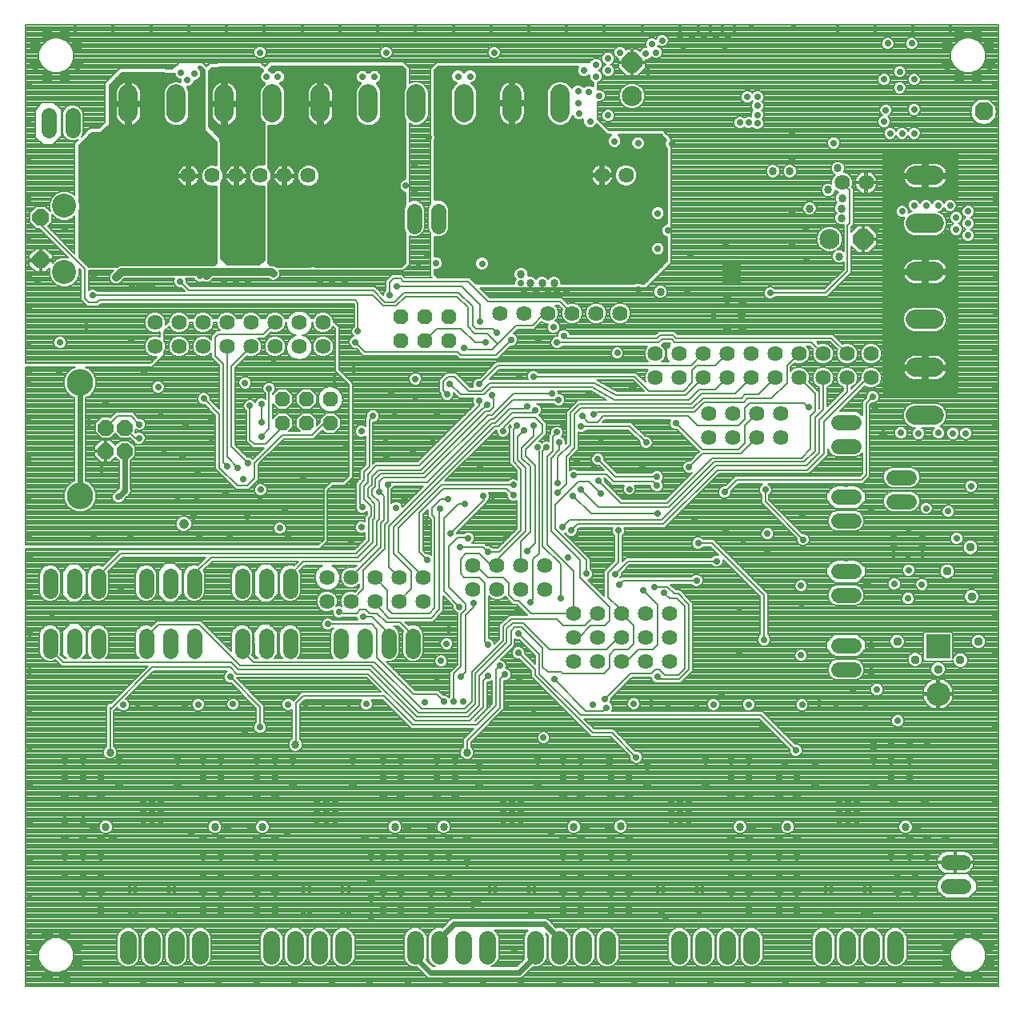
<source format=gbl>
G75*
G70*
%OFA0B0*%
%FSLAX24Y24*%
%IPPOS*%
%LPD*%
%AMOC8*
5,1,8,0,0,1.08239X$1,22.5*
%
%ADD10OC8,0.0614*%
%ADD11OC8,0.0660*%
%ADD12C,0.1106*%
%ADD13C,0.0712*%
%ADD14C,0.0640*%
%ADD15OC8,0.0700*%
%ADD16C,0.1000*%
%ADD17C,0.0790*%
%ADD18C,0.0640*%
%ADD19OC8,0.0840*%
%ADD20C,0.0840*%
%ADD21OC8,0.0760*%
%ADD22C,0.0500*%
%ADD23R,0.1000X0.1000*%
%ADD24C,0.0080*%
%ADD25C,0.0290*%
%ADD26C,0.0416*%
%ADD27C,0.0075*%
%ADD28C,0.0240*%
%ADD29C,0.0337*%
%ADD30C,0.0160*%
%ADD31C,0.0376*%
%ADD32C,0.0320*%
%ADD33C,0.0120*%
D10*
X035495Y030318D03*
X035495Y031318D03*
X036495Y031318D03*
X036495Y030318D03*
X037495Y030318D03*
X037495Y031318D03*
X040445Y033768D03*
X040445Y034768D03*
X041445Y034768D03*
X041445Y033768D03*
X042445Y033768D03*
X042445Y034768D03*
D11*
X028924Y030135D03*
X028137Y030135D03*
X028137Y029151D03*
X028924Y029151D03*
D12*
X027070Y027281D03*
X027070Y032006D03*
D13*
X029070Y008830D02*
X029070Y008117D01*
X030070Y008117D02*
X030070Y008830D01*
X031070Y008830D02*
X031070Y008117D01*
X032070Y008117D02*
X032070Y008830D01*
X035043Y008830D02*
X035043Y008117D01*
X036043Y008117D02*
X036043Y008830D01*
X037043Y008830D02*
X037043Y008117D01*
X038043Y008117D02*
X038043Y008830D01*
X041043Y008830D02*
X041043Y008117D01*
X042043Y008117D02*
X042043Y008830D01*
X043043Y008830D02*
X043043Y008117D01*
X044043Y008117D02*
X044043Y008830D01*
X046043Y008830D02*
X046043Y008117D01*
X047043Y008117D02*
X047043Y008830D01*
X048043Y008830D02*
X048043Y008117D01*
X049043Y008117D02*
X049043Y008830D01*
X052043Y008830D02*
X052043Y008117D01*
X053043Y008117D02*
X053043Y008830D01*
X054043Y008830D02*
X054043Y008117D01*
X055043Y008117D02*
X055043Y008830D01*
X058043Y008830D02*
X058043Y008117D01*
X059043Y008117D02*
X059043Y008830D01*
X060043Y008830D02*
X060043Y008117D01*
X061043Y008117D02*
X061043Y008830D01*
D14*
X063219Y011016D02*
X063859Y011016D01*
X063859Y012016D02*
X063219Y012016D01*
X059304Y020045D02*
X058664Y020045D01*
X058664Y021045D02*
X059304Y021045D01*
X059304Y023145D02*
X058664Y023145D01*
X058664Y024145D02*
X059304Y024145D01*
X059304Y026245D02*
X058664Y026245D01*
X058664Y027245D02*
X059304Y027245D01*
X059304Y029345D02*
X058664Y029345D01*
X058664Y030345D02*
X059304Y030345D01*
X060971Y028062D02*
X061611Y028062D01*
X061611Y027062D02*
X060971Y027062D01*
X041995Y038523D02*
X041995Y039163D01*
X040995Y039163D02*
X040995Y038523D01*
X035820Y023963D02*
X035820Y023323D01*
X034820Y023323D02*
X034820Y023963D01*
X033820Y023963D02*
X033820Y023323D01*
X033820Y021463D02*
X033820Y020823D01*
X034820Y020823D02*
X034820Y021463D01*
X035820Y021463D02*
X035820Y020823D01*
X037937Y020823D02*
X037937Y021463D01*
X038937Y021463D02*
X038937Y020823D01*
X039937Y020823D02*
X039937Y021463D01*
X040937Y021463D02*
X040937Y020823D01*
X031820Y020823D02*
X031820Y021463D01*
X030820Y021463D02*
X030820Y020823D01*
X029820Y020823D02*
X029820Y021463D01*
X029820Y023323D02*
X029820Y023963D01*
X030820Y023963D02*
X030820Y023323D01*
X031820Y023323D02*
X031820Y023963D01*
X027820Y023963D02*
X027820Y023323D01*
X026820Y023323D02*
X026820Y023963D01*
X025820Y023963D02*
X025820Y023323D01*
X025820Y021463D02*
X025820Y020823D01*
X026820Y020823D02*
X026820Y021463D01*
X027820Y021463D02*
X027820Y020823D01*
X026758Y042511D02*
X026758Y043151D01*
X025758Y043151D02*
X025758Y042511D01*
D15*
X025430Y038883D03*
X025430Y037103D03*
D16*
X026410Y036613D03*
X026410Y039373D03*
X062820Y019034D03*
D17*
X062665Y030643D02*
X061875Y030643D01*
X061875Y032643D02*
X062665Y032643D01*
X062665Y034643D02*
X061875Y034643D01*
X061875Y036643D02*
X062665Y036643D01*
X062665Y038643D02*
X061875Y038643D01*
X061875Y040643D02*
X062665Y040643D01*
X047070Y043248D02*
X047070Y044038D01*
X045070Y044038D02*
X045070Y043248D01*
X043070Y043248D02*
X043070Y044038D01*
X041070Y044038D02*
X041070Y043248D01*
X039070Y043248D02*
X039070Y044038D01*
X037070Y044038D02*
X037070Y043248D01*
X035070Y043248D02*
X035070Y044038D01*
X033070Y044038D02*
X033070Y043248D01*
X031070Y043248D02*
X031070Y044038D01*
X029070Y044038D02*
X029070Y043248D01*
D18*
X031570Y040643D03*
X032570Y040643D03*
X033570Y040643D03*
X034570Y040643D03*
X035570Y040643D03*
X036570Y040643D03*
X036195Y034518D03*
X036195Y033518D03*
X035195Y033518D03*
X035195Y034518D03*
X034195Y034518D03*
X034195Y033518D03*
X033195Y033518D03*
X032195Y033518D03*
X032195Y034518D03*
X033195Y034518D03*
X031195Y034518D03*
X031195Y033518D03*
X030195Y033518D03*
X030195Y034518D03*
X037195Y034518D03*
X037195Y033518D03*
X044570Y034893D03*
X045570Y034893D03*
X046570Y034893D03*
X047570Y034893D03*
X048570Y034893D03*
X049570Y034893D03*
X051027Y033215D03*
X051027Y032215D03*
X052027Y032215D03*
X053027Y032215D03*
X053027Y033215D03*
X052027Y033215D03*
X054027Y033215D03*
X054027Y032215D03*
X055027Y032215D03*
X055027Y033215D03*
X056027Y033215D03*
X056027Y032215D03*
X057027Y032215D03*
X058027Y032215D03*
X058027Y033215D03*
X057027Y033215D03*
X059027Y033215D03*
X059027Y032215D03*
X060027Y032215D03*
X060027Y033215D03*
X056277Y030715D03*
X056277Y029715D03*
X055277Y029715D03*
X055277Y030715D03*
X054277Y030715D03*
X054277Y029715D03*
X053277Y029715D03*
X053277Y030715D03*
X051620Y022399D03*
X051620Y021399D03*
X051620Y020399D03*
X050620Y020399D03*
X050620Y021399D03*
X050620Y022399D03*
X049620Y022399D03*
X049620Y021399D03*
X049620Y020399D03*
X048620Y020399D03*
X047620Y020399D03*
X047620Y021399D03*
X048620Y021399D03*
X048620Y022399D03*
X047620Y022399D03*
X046445Y023393D03*
X046445Y024393D03*
X045445Y024393D03*
X045445Y023393D03*
X044445Y023393D03*
X043445Y023393D03*
X043445Y024393D03*
X044445Y024393D03*
X041359Y023893D03*
X041359Y022893D03*
X040359Y022893D03*
X039359Y022893D03*
X039359Y023893D03*
X040359Y023893D03*
X038359Y023893D03*
X037359Y023893D03*
X037359Y022893D03*
X038359Y022893D03*
X048820Y040643D03*
X049820Y040643D03*
X058820Y040343D03*
X059820Y040343D03*
D19*
X059695Y037993D03*
X050070Y045343D03*
D20*
X050070Y043943D03*
X058295Y037993D03*
D21*
X064724Y043305D03*
D22*
X064435Y044761D03*
X063705Y044763D03*
X063188Y045281D03*
X063185Y046011D03*
X063705Y046526D03*
X064433Y046526D03*
X064950Y046008D03*
X064953Y045281D03*
X064433Y009026D03*
X063705Y009026D03*
X063185Y008511D03*
X063188Y007781D03*
X063705Y007263D03*
X064435Y007261D03*
X064953Y007781D03*
X064950Y008508D03*
X026950Y008508D03*
X026953Y007781D03*
X026435Y007261D03*
X025705Y007263D03*
X025188Y007781D03*
X025185Y008511D03*
X025705Y009026D03*
X026433Y009026D03*
X026435Y044761D03*
X025705Y044763D03*
X025188Y045281D03*
X025185Y046011D03*
X025705Y046526D03*
X026433Y046526D03*
X026950Y046008D03*
X026953Y045281D03*
D23*
X062820Y021003D03*
D24*
X024790Y025083D02*
X024790Y006863D01*
X065350Y006863D01*
X065350Y046923D01*
X024790Y046923D01*
X024790Y032803D01*
X030004Y032803D01*
X030279Y033078D01*
X030107Y033078D01*
X029946Y033145D01*
X029822Y033269D01*
X029755Y033431D01*
X029755Y033606D01*
X029822Y033768D01*
X029946Y033891D01*
X030107Y033958D01*
X030283Y033958D01*
X030410Y033906D01*
X030410Y034131D01*
X030283Y034078D01*
X030107Y034078D01*
X029946Y034145D01*
X029822Y034269D01*
X029755Y034431D01*
X029755Y034606D01*
X029822Y034768D01*
X029946Y034891D01*
X030107Y034958D01*
X030283Y034958D01*
X030444Y034891D01*
X030568Y034768D01*
X030635Y034606D01*
X030635Y034435D01*
X030755Y034555D01*
X030755Y034606D01*
X030822Y034768D01*
X030946Y034891D01*
X031107Y034958D01*
X031283Y034958D01*
X031444Y034891D01*
X031568Y034768D01*
X031605Y034678D01*
X031785Y034678D01*
X031822Y034768D01*
X031946Y034891D01*
X032107Y034958D01*
X032283Y034958D01*
X032444Y034891D01*
X032568Y034768D01*
X032605Y034678D01*
X032785Y034678D01*
X032822Y034768D01*
X032946Y034891D01*
X033107Y034958D01*
X033283Y034958D01*
X033444Y034891D01*
X033568Y034768D01*
X033605Y034678D01*
X033785Y034678D01*
X033822Y034768D01*
X033946Y034891D01*
X034107Y034958D01*
X034283Y034958D01*
X034444Y034891D01*
X034568Y034768D01*
X034605Y034678D01*
X034785Y034678D01*
X034822Y034768D01*
X034946Y034891D01*
X035107Y034958D01*
X035283Y034958D01*
X035444Y034891D01*
X035568Y034768D01*
X035605Y034678D01*
X035712Y034678D01*
X035713Y034683D01*
X035720Y034687D01*
X035731Y034710D01*
X035730Y034717D01*
X035744Y034739D01*
X035756Y034762D01*
X035763Y034765D01*
X035777Y034786D01*
X035777Y034794D01*
X035796Y034812D01*
X035811Y034833D01*
X035819Y034835D01*
X035836Y034853D01*
X035838Y034860D01*
X035859Y034875D01*
X035878Y034894D01*
X035885Y034894D01*
X035906Y034908D01*
X035909Y034916D01*
X035932Y034927D01*
X035954Y034942D01*
X035962Y034940D01*
X035984Y034951D01*
X035988Y034958D01*
X036014Y034965D01*
X036037Y034976D01*
X036045Y034973D01*
X036069Y034979D01*
X036074Y034985D01*
X036100Y034988D01*
X036125Y034994D01*
X036132Y034990D01*
X036153Y034992D01*
X036156Y034995D01*
X036186Y034995D01*
X036201Y034996D01*
X036202Y034998D01*
X036209Y034997D01*
X036215Y034998D01*
X036217Y034996D01*
X036232Y034995D01*
X036262Y034995D01*
X036264Y034992D01*
X036286Y034990D01*
X036292Y034994D01*
X036318Y034988D01*
X036344Y034985D01*
X036349Y034979D01*
X036373Y034973D01*
X036380Y034976D01*
X036404Y034965D01*
X036429Y034958D01*
X036433Y034951D01*
X036456Y034940D01*
X036464Y034942D01*
X036485Y034927D01*
X036509Y034916D01*
X036512Y034908D01*
X036532Y034894D01*
X036540Y034894D01*
X036558Y034875D01*
X036580Y034860D01*
X036581Y034853D01*
X036599Y034835D01*
X036607Y034833D01*
X036622Y034812D01*
X036640Y034794D01*
X036640Y034786D01*
X036655Y034765D01*
X036662Y034762D01*
X036673Y034739D01*
X036688Y034717D01*
X036687Y034710D01*
X036697Y034687D01*
X036704Y034683D01*
X036705Y034678D01*
X036785Y034678D01*
X036822Y034768D01*
X036946Y034891D01*
X037107Y034958D01*
X037283Y034958D01*
X037444Y034891D01*
X037568Y034768D01*
X037635Y034606D01*
X037635Y034555D01*
X037761Y034428D01*
X037855Y034335D01*
X037855Y032560D01*
X038336Y032078D01*
X038336Y032078D01*
X038430Y031985D01*
X038430Y028052D01*
X038205Y027827D01*
X038111Y027733D01*
X037586Y027733D01*
X037380Y027527D01*
X037380Y025402D01*
X037155Y025177D01*
X037061Y025083D01*
X024790Y025083D01*
X024790Y025012D02*
X028663Y025012D01*
X028704Y025053D02*
X028011Y024360D01*
X027908Y024403D01*
X027732Y024403D01*
X027571Y024336D01*
X027447Y024213D01*
X027380Y024051D01*
X027380Y023236D01*
X027447Y023074D01*
X027571Y022950D01*
X027732Y022883D01*
X027908Y022883D01*
X028069Y022950D01*
X028193Y023074D01*
X028260Y023236D01*
X028260Y024051D01*
X028229Y024126D01*
X028836Y024733D01*
X032309Y024733D01*
X031958Y024382D01*
X031908Y024403D01*
X031732Y024403D01*
X031571Y024336D01*
X031447Y024213D01*
X031380Y024051D01*
X031380Y023236D01*
X031447Y023074D01*
X031571Y022950D01*
X031732Y022883D01*
X031908Y022883D01*
X032069Y022950D01*
X032193Y023074D01*
X032260Y023236D01*
X032260Y024051D01*
X032207Y024179D01*
X032585Y024557D01*
X036158Y024557D01*
X035976Y024375D01*
X035908Y024403D01*
X035732Y024403D01*
X035571Y024336D01*
X035447Y024213D01*
X035380Y024051D01*
X035380Y023236D01*
X035447Y023074D01*
X035571Y022950D01*
X035732Y022883D01*
X035908Y022883D01*
X036069Y022950D01*
X036193Y023074D01*
X036260Y023236D01*
X036260Y024051D01*
X036214Y024161D01*
X036436Y024383D01*
X037161Y024383D01*
X037153Y024381D01*
X037149Y024375D01*
X037133Y024367D01*
X037125Y024368D01*
X037104Y024353D01*
X037080Y024342D01*
X037077Y024335D01*
X037062Y024324D01*
X037054Y024324D01*
X037036Y024306D01*
X036359Y024306D01*
X036280Y024227D02*
X036959Y024227D01*
X036959Y024229D02*
X036959Y024221D01*
X036949Y024206D01*
X036941Y024203D01*
X036930Y024180D01*
X036915Y024158D01*
X036917Y024151D01*
X036909Y024134D01*
X036902Y024130D01*
X036895Y024105D01*
X036884Y024081D01*
X036887Y024074D01*
X036882Y024056D01*
X036876Y024051D01*
X036874Y024025D01*
X036867Y024000D01*
X036871Y023993D01*
X036870Y023982D01*
X036867Y023949D01*
X036864Y023917D01*
X036865Y023916D01*
X036863Y023898D01*
X036858Y023892D01*
X036861Y023866D01*
X036859Y023840D01*
X036864Y023834D01*
X036866Y023809D01*
X036862Y023802D01*
X036869Y023776D01*
X036872Y023750D01*
X036878Y023745D01*
X036884Y023721D01*
X036882Y023713D01*
X036893Y023690D01*
X036900Y023664D01*
X036907Y023660D01*
X036918Y023637D01*
X036916Y023629D01*
X036931Y023608D01*
X036943Y023584D01*
X036950Y023582D01*
X036965Y023561D01*
X036965Y023553D01*
X036984Y023535D01*
X036999Y023513D01*
X037006Y023512D01*
X037025Y023494D01*
X037026Y023486D01*
X037047Y023471D01*
X037066Y023453D01*
X037074Y023453D01*
X037095Y023438D01*
X037098Y023431D01*
X037121Y023420D01*
X037143Y023405D01*
X037151Y023406D01*
X037174Y023395D01*
X037178Y023388D01*
X037203Y023382D01*
X037227Y023371D01*
X037234Y023373D01*
X037259Y023367D01*
X037264Y023361D01*
X037290Y023358D01*
X037316Y023352D01*
X037322Y023356D01*
X037348Y023353D01*
X037354Y023348D01*
X037380Y023351D01*
X037406Y023348D01*
X037412Y023353D01*
X037437Y023356D01*
X037444Y023352D01*
X037469Y023358D01*
X037495Y023361D01*
X037500Y023367D01*
X037524Y023373D01*
X037532Y023371D01*
X037556Y023382D01*
X037581Y023388D01*
X037585Y023395D01*
X037608Y023406D01*
X037615Y023404D01*
X037637Y023419D01*
X037660Y023430D01*
X037663Y023438D01*
X037684Y023452D01*
X037692Y023452D01*
X037710Y023471D01*
X037731Y023486D01*
X037733Y023493D01*
X037751Y023511D01*
X037758Y023513D01*
X037773Y023534D01*
X037792Y023552D01*
X037792Y023560D01*
X037806Y023581D01*
X037814Y023584D01*
X037825Y023607D01*
X037840Y023629D01*
X037838Y023636D01*
X037849Y023659D01*
X037856Y023663D01*
X037862Y023688D01*
X037874Y023712D01*
X037871Y023720D01*
X037877Y023744D01*
X037883Y023749D01*
X037886Y023775D01*
X037892Y023800D01*
X037888Y023807D01*
X037890Y023828D01*
X037893Y023831D01*
X037893Y023860D01*
X037894Y023876D01*
X037896Y023877D01*
X037895Y023884D01*
X037896Y023890D01*
X037894Y023891D01*
X037893Y023907D01*
X037893Y023936D01*
X037890Y023939D01*
X037888Y023960D01*
X037892Y023967D01*
X037886Y023992D01*
X037924Y023992D01*
X037919Y023981D02*
X037919Y023806D01*
X037986Y023644D01*
X038110Y023520D01*
X038272Y023453D01*
X038447Y023453D01*
X038609Y023520D01*
X038710Y023622D01*
X038710Y023470D01*
X038536Y023296D01*
X038447Y023333D01*
X038272Y023333D01*
X038110Y023266D01*
X037986Y023143D01*
X037919Y022981D01*
X037919Y022806D01*
X037969Y022685D01*
X037913Y022708D01*
X037807Y022708D01*
X037749Y022684D01*
X037799Y022806D01*
X037799Y022981D01*
X037732Y023143D01*
X037609Y023266D01*
X037447Y023333D01*
X037272Y023333D01*
X037110Y023266D01*
X036986Y023143D01*
X036919Y022981D01*
X036919Y022806D01*
X036986Y022644D01*
X037110Y022520D01*
X037272Y022453D01*
X037447Y022453D01*
X037604Y022519D01*
X037595Y022496D01*
X037595Y022391D01*
X037635Y022293D01*
X037710Y022219D01*
X037807Y022178D01*
X037913Y022178D01*
X038010Y022219D01*
X038022Y022231D01*
X038055Y022221D01*
X038076Y022233D01*
X038595Y022233D01*
X038595Y022191D01*
X038631Y022103D01*
X037610Y022103D01*
X037545Y022168D01*
X037448Y022208D01*
X037342Y022208D01*
X037245Y022168D01*
X037170Y022093D01*
X037130Y021996D01*
X037130Y021891D01*
X037170Y021793D01*
X037245Y021719D01*
X037342Y021678D01*
X037448Y021678D01*
X037545Y021719D01*
X037610Y021783D01*
X037635Y021783D01*
X037564Y021713D01*
X037497Y021551D01*
X037497Y020736D01*
X037564Y020574D01*
X037610Y020528D01*
X036147Y020528D01*
X036193Y020574D01*
X036260Y020736D01*
X036260Y021551D01*
X036193Y021713D01*
X036069Y021836D01*
X035908Y021903D01*
X035732Y021903D01*
X035571Y021836D01*
X035447Y021713D01*
X035380Y021551D01*
X035380Y020736D01*
X035447Y020574D01*
X035493Y020528D01*
X035174Y020528D01*
X035213Y020582D01*
X035229Y020612D01*
X035298Y020681D01*
X035298Y021613D01*
X035251Y021660D01*
X035220Y021691D01*
X035213Y021704D01*
X035171Y021763D01*
X035120Y021814D01*
X035061Y021857D01*
X035047Y021864D01*
X034975Y021936D01*
X034657Y021936D01*
X034654Y021938D01*
X034624Y021936D01*
X034594Y021936D01*
X034591Y021933D01*
X034588Y021933D01*
X034568Y021910D01*
X034547Y021889D01*
X034547Y021885D01*
X034331Y021633D01*
X034310Y021610D01*
X034310Y021608D01*
X034309Y021607D01*
X034311Y021576D01*
X034350Y020673D01*
X034350Y020642D01*
X034352Y020640D01*
X034352Y020638D01*
X034375Y020617D01*
X034464Y020528D01*
X034361Y020528D01*
X034229Y020661D01*
X034260Y020736D01*
X034260Y021551D01*
X034193Y021713D01*
X034069Y021836D01*
X033908Y021903D01*
X033732Y021903D01*
X033571Y021836D01*
X033447Y021713D01*
X033380Y021551D01*
X033380Y020810D01*
X032205Y021985D01*
X032111Y022078D01*
X030279Y022078D01*
X030046Y021846D01*
X029908Y021903D01*
X029732Y021903D01*
X029571Y021836D01*
X029447Y021713D01*
X029380Y021551D01*
X029380Y020736D01*
X029447Y020574D01*
X029518Y020503D01*
X028122Y020503D01*
X028193Y020574D01*
X028260Y020736D01*
X028260Y021551D01*
X028193Y021713D01*
X028069Y021836D01*
X027908Y021903D01*
X027732Y021903D01*
X027571Y021836D01*
X027447Y021713D01*
X027380Y021551D01*
X027380Y020736D01*
X027447Y020574D01*
X027518Y020503D01*
X027159Y020503D01*
X027337Y020681D01*
X027337Y021653D01*
X027290Y021700D01*
X027015Y021975D01*
X026696Y021975D01*
X026693Y021978D01*
X026663Y021975D01*
X026633Y021975D01*
X026631Y021973D01*
X026627Y021972D01*
X026608Y021950D01*
X026586Y021928D01*
X026586Y021925D01*
X026371Y021674D01*
X026350Y021653D01*
X026350Y021649D01*
X026348Y021647D01*
X026350Y021617D01*
X026350Y020642D01*
X026397Y020595D01*
X026489Y020503D01*
X026436Y020503D01*
X026244Y020696D01*
X026260Y020736D01*
X026260Y021551D01*
X026193Y021713D01*
X026069Y021836D01*
X025908Y021903D01*
X025732Y021903D01*
X025571Y021836D01*
X025447Y021713D01*
X025380Y021551D01*
X025380Y020736D01*
X025447Y020574D01*
X025571Y020450D01*
X025732Y020383D01*
X025908Y020383D01*
X026046Y020441D01*
X026304Y020183D01*
X029884Y020183D01*
X028352Y018651D01*
X028252Y018651D01*
X028158Y018558D01*
X028158Y016841D01*
X028155Y016840D01*
X028074Y016759D01*
X028030Y016653D01*
X028030Y016538D01*
X028074Y016432D01*
X028155Y016351D01*
X028261Y016307D01*
X028376Y016307D01*
X028482Y016351D01*
X028563Y016432D01*
X028607Y016538D01*
X028607Y016653D01*
X028563Y016759D01*
X028482Y016840D01*
X028478Y016841D01*
X028478Y018325D01*
X028480Y018327D01*
X028630Y018477D01*
X028650Y018428D01*
X028725Y018353D01*
X028822Y018313D01*
X028927Y018313D01*
X029025Y018353D01*
X029099Y018428D01*
X029140Y018525D01*
X029140Y018631D01*
X029099Y018728D01*
X029025Y018803D01*
X028976Y018823D01*
X030136Y019983D01*
X033207Y019983D01*
X033170Y019968D01*
X033095Y019893D01*
X033055Y019796D01*
X033055Y019691D01*
X033095Y019593D01*
X033170Y019519D01*
X033267Y019478D01*
X033359Y019478D01*
X034410Y018427D01*
X034410Y017858D01*
X034345Y017793D01*
X034305Y017696D01*
X034305Y017591D01*
X034345Y017493D01*
X034420Y017419D01*
X034517Y017378D01*
X034623Y017378D01*
X034720Y017419D01*
X034795Y017493D01*
X034835Y017591D01*
X034835Y017696D01*
X034795Y017793D01*
X034730Y017858D01*
X034730Y018560D01*
X034636Y018653D01*
X033585Y019705D01*
X033585Y019708D01*
X039004Y019708D01*
X039609Y019103D01*
X036304Y019103D01*
X036210Y019010D01*
X035952Y018752D01*
X035884Y018820D01*
X035787Y018860D01*
X035682Y018860D01*
X035584Y018820D01*
X035510Y018745D01*
X035469Y018648D01*
X035469Y018542D01*
X035510Y018445D01*
X035584Y018370D01*
X035682Y018330D01*
X035787Y018330D01*
X035884Y018370D01*
X035910Y018396D01*
X035910Y017179D01*
X035880Y017166D01*
X035799Y017085D01*
X035755Y016979D01*
X035755Y016864D01*
X035799Y016758D01*
X035880Y016677D01*
X035986Y016633D01*
X036101Y016633D01*
X036207Y016677D01*
X036288Y016758D01*
X036332Y016864D01*
X036332Y016979D01*
X036288Y017085D01*
X036233Y017139D01*
X036237Y017168D01*
X036230Y017178D01*
X036230Y018577D01*
X036436Y018783D01*
X038787Y018783D01*
X038770Y018767D01*
X038730Y018670D01*
X038730Y018564D01*
X038770Y018467D01*
X038845Y018392D01*
X038942Y018352D01*
X039048Y018352D01*
X039145Y018392D01*
X039220Y018467D01*
X039260Y018564D01*
X039260Y018670D01*
X039220Y018767D01*
X039203Y018783D01*
X039679Y018783D01*
X040864Y017598D01*
X043474Y017598D01*
X043035Y017160D01*
X043035Y016832D01*
X043032Y016830D01*
X042950Y016749D01*
X042907Y016643D01*
X042907Y016528D01*
X042950Y016422D01*
X043032Y016341D01*
X043138Y016297D01*
X043252Y016297D01*
X043358Y016341D01*
X043440Y016422D01*
X043483Y016528D01*
X043483Y016643D01*
X043440Y016749D01*
X043358Y016830D01*
X043355Y016832D01*
X043355Y017027D01*
X044636Y018308D01*
X044730Y018402D01*
X044730Y019575D01*
X044823Y019575D01*
X044920Y019615D01*
X044995Y019689D01*
X045035Y019787D01*
X045035Y019892D01*
X044995Y019990D01*
X044920Y020064D01*
X044823Y020105D01*
X044799Y020105D01*
X044818Y020151D01*
X044818Y020256D01*
X044778Y020353D01*
X044703Y020428D01*
X044606Y020468D01*
X044606Y020468D01*
X045086Y020949D01*
X045086Y020949D01*
X045180Y021043D01*
X045180Y021312D01*
X045181Y021311D01*
X045278Y021271D01*
X045369Y021271D01*
X046035Y020605D01*
X046035Y020280D01*
X045596Y020719D01*
X045596Y020803D01*
X045555Y020900D01*
X045481Y020975D01*
X045383Y021015D01*
X045278Y021015D01*
X045181Y020975D01*
X045106Y020900D01*
X045066Y020803D01*
X045066Y020697D01*
X045106Y020600D01*
X045181Y020526D01*
X045278Y020485D01*
X045377Y020485D01*
X045860Y020002D01*
X045860Y019752D01*
X048260Y017352D01*
X048354Y017258D01*
X049157Y017258D01*
X049976Y016439D01*
X049976Y016347D01*
X050017Y016250D01*
X050091Y016176D01*
X050189Y016135D01*
X050294Y016135D01*
X050391Y016176D01*
X050466Y016250D01*
X050506Y016347D01*
X050506Y016453D01*
X050466Y016550D01*
X050391Y016625D01*
X050294Y016665D01*
X050203Y016665D01*
X049289Y017578D01*
X048486Y017578D01*
X048081Y017983D01*
X055379Y017983D01*
X056631Y016731D01*
X056631Y016633D01*
X056671Y016536D01*
X056745Y016461D01*
X056843Y016421D01*
X056948Y016421D01*
X057046Y016461D01*
X057120Y016536D01*
X057161Y016633D01*
X057161Y016739D01*
X057120Y016836D01*
X057046Y016910D01*
X056948Y016951D01*
X056864Y016951D01*
X055605Y018210D01*
X055511Y018303D01*
X049235Y018303D01*
X049237Y018306D01*
X049278Y018403D01*
X049278Y018509D01*
X049237Y018606D01*
X049166Y018677D01*
X049170Y018680D01*
X049210Y018778D01*
X049210Y018869D01*
X050074Y019733D01*
X050855Y019733D01*
X050855Y019691D01*
X050895Y019593D01*
X050970Y019519D01*
X051067Y019478D01*
X051173Y019478D01*
X051185Y019483D01*
X052111Y019483D01*
X052205Y019577D01*
X052605Y019977D01*
X052605Y022835D01*
X052511Y022928D01*
X052061Y023378D01*
X051886Y023378D01*
X051705Y023560D01*
X051663Y023601D01*
X052548Y023601D01*
X052613Y023537D01*
X052710Y023496D01*
X052816Y023496D01*
X052913Y023537D01*
X052988Y023611D01*
X053028Y023709D01*
X053028Y023814D01*
X052988Y023912D01*
X052913Y023986D01*
X052816Y024026D01*
X052710Y024026D01*
X052613Y023986D01*
X052548Y023921D01*
X049634Y023921D01*
X049583Y023870D01*
X049622Y023966D01*
X049622Y024057D01*
X049974Y024408D01*
X053380Y024408D01*
X053445Y024344D01*
X053542Y024303D01*
X053648Y024303D01*
X053745Y024344D01*
X053820Y024418D01*
X053860Y024516D01*
X053860Y024621D01*
X053856Y024631D01*
X055410Y023077D01*
X055410Y021508D01*
X055345Y021443D01*
X055305Y021346D01*
X055305Y021241D01*
X055345Y021143D01*
X055420Y021069D01*
X055517Y021028D01*
X055623Y021028D01*
X055720Y021069D01*
X055795Y021143D01*
X055835Y021241D01*
X055835Y021346D01*
X055795Y021443D01*
X055730Y021508D01*
X055730Y023210D01*
X053555Y025385D01*
X053461Y025478D01*
X053035Y025478D01*
X052970Y025543D01*
X052873Y025583D01*
X052767Y025583D01*
X052670Y025543D01*
X052595Y025468D01*
X052555Y025371D01*
X052555Y025266D01*
X052595Y025168D01*
X052670Y025094D01*
X052767Y025053D01*
X052873Y025053D01*
X052970Y025094D01*
X053035Y025158D01*
X053329Y025158D01*
X053658Y024829D01*
X053648Y024833D01*
X053542Y024833D01*
X053445Y024793D01*
X053380Y024728D01*
X049841Y024728D01*
X049748Y024635D01*
X049655Y024542D01*
X049655Y025629D01*
X049720Y025693D01*
X049760Y025791D01*
X049760Y025896D01*
X049734Y025958D01*
X051436Y025958D01*
X051530Y026052D01*
X051530Y026052D01*
X053686Y028208D01*
X057436Y028208D01*
X057530Y028302D01*
X058230Y029002D01*
X058230Y029244D01*
X058291Y029096D01*
X058415Y028972D01*
X058577Y028905D01*
X059392Y028905D01*
X059554Y028972D01*
X059660Y029079D01*
X059660Y028210D01*
X059554Y028103D01*
X054354Y028103D01*
X053959Y027708D01*
X053867Y027708D01*
X053770Y027668D01*
X053695Y027593D01*
X053655Y027496D01*
X053655Y027391D01*
X053695Y027293D01*
X053770Y027219D01*
X053867Y027178D01*
X053973Y027178D01*
X054070Y027219D01*
X054145Y027293D01*
X054185Y027391D01*
X054185Y027482D01*
X054486Y027783D01*
X055507Y027783D01*
X055470Y027768D01*
X055395Y027693D01*
X055355Y027596D01*
X055355Y027491D01*
X055395Y027393D01*
X055460Y027329D01*
X055460Y026977D01*
X055554Y026883D01*
X056930Y025507D01*
X056930Y025416D01*
X056970Y025318D01*
X057045Y025244D01*
X057142Y025203D01*
X057248Y025203D01*
X057345Y025244D01*
X057420Y025318D01*
X057460Y025416D01*
X057460Y025521D01*
X057420Y025618D01*
X057345Y025693D01*
X057248Y025733D01*
X057156Y025733D01*
X055780Y027110D01*
X055780Y027329D01*
X055845Y027393D01*
X055885Y027491D01*
X055885Y027596D01*
X055845Y027693D01*
X055770Y027768D01*
X055733Y027783D01*
X059686Y027783D01*
X059780Y027877D01*
X059980Y028077D01*
X059980Y031077D01*
X060056Y031153D01*
X060148Y031153D01*
X060245Y031194D01*
X060320Y031268D01*
X060360Y031366D01*
X060360Y031471D01*
X060320Y031568D01*
X060245Y031643D01*
X060148Y031683D01*
X060042Y031683D01*
X059945Y031643D01*
X059870Y031568D01*
X059830Y031471D01*
X059830Y031380D01*
X059754Y031303D01*
X059660Y031210D01*
X059660Y030638D01*
X059655Y030645D01*
X059604Y030696D01*
X059545Y030739D01*
X059519Y030752D01*
X059464Y030800D01*
X059442Y030821D01*
X059439Y030821D01*
X059436Y030823D01*
X059406Y030821D01*
X058724Y030821D01*
X059761Y031858D01*
X059778Y031842D01*
X059745Y031842D01*
X059778Y031842D02*
X059939Y031775D01*
X060114Y031775D01*
X060276Y031842D01*
X060400Y031966D01*
X060467Y032128D01*
X060467Y032303D01*
X060400Y032464D01*
X060276Y032588D01*
X060114Y032655D01*
X059939Y032655D01*
X059778Y032588D01*
X059654Y032464D01*
X059587Y032303D01*
X059587Y032136D01*
X059187Y031736D01*
X059187Y031805D01*
X059276Y031842D01*
X059400Y031966D01*
X059467Y032128D01*
X059467Y032303D01*
X059400Y032464D01*
X059276Y032588D01*
X059114Y032655D01*
X058939Y032655D01*
X058778Y032588D01*
X058654Y032464D01*
X058587Y032303D01*
X058587Y032128D01*
X058654Y031966D01*
X058778Y031842D01*
X058276Y031842D01*
X058400Y031966D01*
X058467Y032128D01*
X058467Y032303D01*
X058400Y032464D01*
X058276Y032588D01*
X058114Y032655D01*
X057939Y032655D01*
X057778Y032588D01*
X057654Y032464D01*
X057587Y032303D01*
X057587Y032128D01*
X057654Y031966D01*
X057778Y031842D01*
X057626Y031842D01*
X057699Y031920D02*
X057548Y031920D01*
X057469Y031999D02*
X057640Y031999D01*
X057608Y032077D02*
X057446Y032077D01*
X057430Y032038D02*
X057467Y032128D01*
X057467Y032303D01*
X057400Y032464D01*
X057276Y032588D01*
X057114Y032655D01*
X056939Y032655D01*
X056778Y032588D01*
X056680Y032491D01*
X056680Y032642D01*
X056850Y032812D01*
X056939Y032775D01*
X057114Y032775D01*
X057276Y032842D01*
X057400Y032966D01*
X057467Y033128D01*
X057467Y033303D01*
X057400Y033464D01*
X057331Y033533D01*
X057482Y033533D01*
X057624Y033392D01*
X057587Y033303D01*
X057587Y033128D01*
X057654Y032966D01*
X057778Y032842D01*
X057939Y032775D01*
X058114Y032775D01*
X058276Y032842D01*
X058400Y032966D01*
X058467Y033128D01*
X058467Y033303D01*
X058400Y033464D01*
X058276Y033588D01*
X058114Y033655D01*
X057939Y033655D01*
X057850Y033618D01*
X057760Y033708D01*
X058307Y033708D01*
X058624Y033392D01*
X058587Y033303D01*
X058587Y033128D01*
X058654Y032966D01*
X058778Y032842D01*
X058939Y032775D01*
X059114Y032775D01*
X059276Y032842D01*
X059400Y032966D01*
X059467Y033128D01*
X059467Y033303D01*
X059400Y033464D01*
X059276Y033588D01*
X059114Y033655D01*
X058939Y033655D01*
X058850Y033618D01*
X058440Y034028D01*
X051961Y034028D01*
X051836Y034153D01*
X051179Y034153D01*
X051085Y034060D01*
X051029Y034003D01*
X047485Y034003D01*
X047485Y034009D01*
X047445Y034106D01*
X047370Y034180D01*
X047273Y034221D01*
X047167Y034221D01*
X047070Y034180D01*
X046995Y034106D01*
X046955Y034009D01*
X046955Y033946D01*
X046892Y033946D01*
X046795Y033905D01*
X046720Y033831D01*
X046680Y033734D01*
X046680Y033628D01*
X046720Y033531D01*
X046795Y033456D01*
X046892Y033416D01*
X046998Y033416D01*
X047095Y033456D01*
X047160Y033521D01*
X050710Y033521D01*
X050654Y033464D01*
X050587Y033303D01*
X050587Y033128D01*
X050654Y032966D01*
X050741Y032878D01*
X044404Y032878D01*
X044311Y032785D01*
X043727Y032201D01*
X043636Y032201D01*
X043539Y032161D01*
X043464Y032087D01*
X043424Y031989D01*
X043424Y031884D01*
X043447Y031828D01*
X043336Y031828D01*
X042736Y032428D01*
X042329Y032428D01*
X042235Y032335D01*
X042035Y032135D01*
X042035Y031629D01*
X042100Y031564D01*
X042100Y031472D01*
X042141Y031375D01*
X042215Y031301D01*
X042313Y031260D01*
X042418Y031260D01*
X042515Y031301D01*
X042590Y031375D01*
X042630Y031472D01*
X042630Y031578D01*
X042625Y031590D01*
X042763Y031452D01*
X042857Y031358D01*
X043463Y031358D01*
X043437Y031295D01*
X043437Y031189D01*
X043477Y031092D01*
X043494Y031075D01*
X041123Y028703D01*
X039350Y028703D01*
X039280Y028633D01*
X039280Y030353D01*
X039323Y030353D01*
X039420Y030394D01*
X039495Y030468D01*
X039535Y030566D01*
X039535Y030671D01*
X039495Y030768D01*
X039420Y030843D01*
X039323Y030883D01*
X039217Y030883D01*
X039120Y030843D01*
X039045Y030768D01*
X039005Y030671D01*
X039005Y030580D01*
X038960Y030535D01*
X038960Y030185D01*
X038938Y030207D01*
X038840Y030248D01*
X038735Y030248D01*
X038637Y030207D01*
X038563Y030133D01*
X038522Y030035D01*
X038522Y029930D01*
X038563Y029832D01*
X038637Y029758D01*
X038735Y029718D01*
X038840Y029718D01*
X038938Y029758D01*
X038960Y029780D01*
X038960Y028585D01*
X038735Y028360D01*
X038735Y028010D01*
X038560Y027835D01*
X038560Y026952D01*
X038554Y026895D01*
X038560Y026887D01*
X038560Y026883D01*
X038555Y026871D01*
X038555Y026766D01*
X038595Y026668D01*
X038670Y026594D01*
X038767Y026553D01*
X038873Y026553D01*
X038970Y026594D01*
X039035Y026659D01*
X039035Y026535D01*
X038935Y026435D01*
X038935Y026208D01*
X038840Y026248D01*
X038735Y026248D01*
X038637Y026207D01*
X038563Y026133D01*
X038522Y026035D01*
X038522Y025930D01*
X038563Y025832D01*
X038637Y025758D01*
X038735Y025718D01*
X038840Y025718D01*
X038935Y025757D01*
X038935Y025485D01*
X038504Y025053D01*
X028704Y025053D01*
X028584Y024934D02*
X024790Y024934D01*
X024790Y024855D02*
X028506Y024855D01*
X028427Y024777D02*
X024790Y024777D01*
X024790Y024698D02*
X028349Y024698D01*
X028270Y024620D02*
X024790Y024620D01*
X024790Y024541D02*
X028192Y024541D01*
X028113Y024463D02*
X024790Y024463D01*
X024790Y024384D02*
X025687Y024384D01*
X025732Y024403D02*
X025571Y024336D01*
X025447Y024213D01*
X025380Y024051D01*
X025380Y023236D01*
X025447Y023074D01*
X025571Y022950D01*
X025732Y022883D01*
X025908Y022883D01*
X026069Y022950D01*
X026193Y023074D01*
X026260Y023236D01*
X026260Y024051D01*
X026193Y024213D01*
X026069Y024336D01*
X025908Y024403D01*
X025732Y024403D01*
X025540Y024306D02*
X024790Y024306D01*
X024790Y024227D02*
X025462Y024227D01*
X025421Y024149D02*
X024790Y024149D01*
X024790Y024070D02*
X025388Y024070D01*
X025380Y023992D02*
X024790Y023992D01*
X024790Y023913D02*
X025380Y023913D01*
X025380Y023835D02*
X024790Y023835D01*
X024790Y023756D02*
X025380Y023756D01*
X025380Y023678D02*
X024790Y023678D01*
X024790Y023599D02*
X025380Y023599D01*
X025380Y023521D02*
X024790Y023521D01*
X024790Y023442D02*
X025380Y023442D01*
X025380Y023364D02*
X024790Y023364D01*
X024790Y023285D02*
X025380Y023285D01*
X025392Y023207D02*
X024790Y023207D01*
X024790Y023128D02*
X025424Y023128D01*
X025471Y023050D02*
X024790Y023050D01*
X024790Y022971D02*
X025550Y022971D01*
X025709Y022893D02*
X024790Y022893D01*
X024790Y022814D02*
X036919Y022814D01*
X036919Y022893D02*
X035931Y022893D01*
X036090Y022971D02*
X036919Y022971D01*
X036948Y023050D02*
X036169Y023050D01*
X036216Y023128D02*
X036980Y023128D01*
X037051Y023207D02*
X036248Y023207D01*
X036260Y023285D02*
X037156Y023285D01*
X037262Y023364D02*
X036260Y023364D01*
X036260Y023442D02*
X037089Y023442D01*
X036993Y023521D02*
X036260Y023521D01*
X036260Y023599D02*
X036936Y023599D01*
X036896Y023678D02*
X036260Y023678D01*
X036260Y023756D02*
X036871Y023756D01*
X036863Y023835D02*
X036260Y023835D01*
X036260Y023913D02*
X036864Y023913D01*
X036870Y023982D02*
X036870Y023982D01*
X036871Y023992D02*
X036260Y023992D01*
X036252Y024070D02*
X036886Y024070D01*
X036916Y024149D02*
X036219Y024149D01*
X035985Y024384D02*
X035953Y024384D01*
X036063Y024463D02*
X032491Y024463D01*
X032569Y024541D02*
X036142Y024541D01*
X036370Y024543D02*
X035820Y023993D01*
X035820Y023643D01*
X035380Y023678D02*
X035321Y023678D01*
X035321Y023756D02*
X035380Y023756D01*
X035380Y023835D02*
X035321Y023835D01*
X035321Y023913D02*
X035380Y023913D01*
X035380Y023992D02*
X035321Y023992D01*
X035321Y024070D02*
X035388Y024070D01*
X035421Y024149D02*
X035306Y024149D01*
X035321Y024133D02*
X035274Y024180D01*
X034999Y024456D01*
X034680Y024456D01*
X034678Y024458D01*
X034648Y024456D01*
X034618Y024456D01*
X034615Y024453D01*
X034612Y024453D01*
X034592Y024430D01*
X034571Y024409D01*
X034571Y024405D01*
X034356Y024154D01*
X034334Y024133D01*
X034334Y024130D01*
X034332Y024127D01*
X034334Y024097D01*
X034334Y023161D01*
X034381Y023114D01*
X034461Y023035D01*
X034469Y023024D01*
X034520Y022972D01*
X034532Y022964D01*
X034610Y022886D01*
X034610Y022886D01*
X034657Y022839D01*
X034959Y022839D01*
X035006Y022886D01*
X035039Y022919D01*
X035061Y022930D01*
X035120Y022972D01*
X035171Y023024D01*
X035213Y023082D01*
X035225Y023104D01*
X035321Y023201D01*
X035321Y024133D01*
X035227Y024227D02*
X035462Y024227D01*
X035540Y024306D02*
X035149Y024306D01*
X035070Y024384D02*
X035687Y024384D01*
X036370Y024543D02*
X038720Y024543D01*
X039420Y025243D01*
X039420Y026218D01*
X039520Y026318D01*
X039520Y027043D01*
X039245Y027318D01*
X039245Y027568D01*
X039370Y027693D01*
X039370Y027979D01*
X039602Y028211D01*
X041374Y028211D01*
X043979Y030816D01*
X044143Y030816D01*
X044305Y030978D01*
X044305Y031298D01*
X044230Y031473D01*
X043895Y031518D02*
X044195Y031818D01*
X048395Y031818D01*
X049320Y031293D01*
X052445Y031293D01*
X052870Y031718D01*
X053530Y031718D01*
X054027Y032215D01*
X053530Y032718D02*
X052770Y032718D01*
X052570Y032518D01*
X052570Y032018D01*
X052220Y031668D01*
X050770Y031668D01*
X050170Y032268D01*
X045958Y032268D01*
X045717Y032156D02*
X044134Y032156D01*
X044132Y032153D02*
X044537Y032558D01*
X050748Y032558D01*
X050654Y032464D01*
X050587Y032303D01*
X050587Y032128D01*
X050622Y032042D01*
X050330Y032335D01*
X050236Y032428D01*
X046172Y032428D01*
X046108Y032493D01*
X046010Y032533D01*
X045905Y032533D01*
X045807Y032493D01*
X045733Y032418D01*
X045693Y032321D01*
X045693Y032216D01*
X045718Y032153D01*
X044132Y032153D01*
X044213Y032234D02*
X045693Y032234D01*
X045693Y032313D02*
X044291Y032313D01*
X044370Y032391D02*
X045722Y032391D01*
X045784Y032470D02*
X044448Y032470D01*
X044527Y032548D02*
X050738Y032548D01*
X050659Y032470D02*
X046131Y032470D01*
X046727Y031551D02*
X045130Y031551D01*
X044237Y030658D01*
X044058Y030658D01*
X041439Y028039D01*
X039706Y028039D01*
X039545Y027878D01*
X039545Y027461D01*
X039720Y027286D01*
X039720Y026293D01*
X039595Y026168D01*
X039595Y025168D01*
X038495Y024068D01*
X038495Y024029D01*
X038359Y023893D01*
X037956Y024070D02*
X037866Y024070D01*
X037862Y024079D02*
X037856Y024104D01*
X037849Y024108D01*
X037838Y024131D01*
X037840Y024139D01*
X037825Y024160D01*
X037814Y024184D01*
X037806Y024186D01*
X037792Y024207D01*
X037792Y024215D01*
X037773Y024233D01*
X037758Y024255D01*
X037751Y024256D01*
X037733Y024274D01*
X037731Y024282D01*
X037710Y024297D01*
X037692Y024315D01*
X037684Y024315D01*
X037663Y024329D01*
X037660Y024337D01*
X037637Y024348D01*
X037615Y024363D01*
X037608Y024362D01*
X037585Y024372D01*
X037581Y024379D01*
X037565Y024383D01*
X038584Y024383D01*
X038508Y024308D01*
X038447Y024333D01*
X038272Y024333D01*
X038110Y024266D01*
X037986Y024143D01*
X037919Y023981D01*
X037886Y023992D02*
X037883Y024019D01*
X037877Y024024D01*
X037871Y024048D01*
X037874Y024055D01*
X037862Y024079D01*
X037832Y024149D02*
X037993Y024149D01*
X038071Y024227D02*
X037779Y024227D01*
X037701Y024306D02*
X038206Y024306D01*
X037919Y023913D02*
X037893Y023913D01*
X037893Y023835D02*
X037919Y023835D01*
X037940Y023756D02*
X037884Y023756D01*
X037860Y023678D02*
X037972Y023678D01*
X038031Y023599D02*
X037821Y023599D01*
X037764Y023521D02*
X038110Y023521D01*
X038156Y023285D02*
X037563Y023285D01*
X037498Y023364D02*
X038604Y023364D01*
X038682Y023442D02*
X037670Y023442D01*
X037668Y023207D02*
X038051Y023207D01*
X037980Y023128D02*
X037738Y023128D01*
X037771Y023050D02*
X037948Y023050D01*
X037919Y022971D02*
X037799Y022971D01*
X037799Y022893D02*
X037919Y022893D01*
X037919Y022814D02*
X037799Y022814D01*
X037770Y022736D02*
X037948Y022736D01*
X037860Y022443D02*
X038035Y022393D01*
X038595Y022393D01*
X038745Y022543D01*
X038970Y022543D01*
X039120Y022393D01*
X039445Y022393D01*
X039820Y022018D01*
X040395Y022018D01*
X040937Y021476D01*
X040937Y021143D01*
X040497Y021166D02*
X040377Y021166D01*
X040377Y021244D02*
X040497Y021244D01*
X040497Y021323D02*
X040377Y021323D01*
X040377Y021401D02*
X040497Y021401D01*
X040497Y021480D02*
X040377Y021480D01*
X040377Y021551D02*
X040310Y021713D01*
X040186Y021836D01*
X040133Y021858D01*
X040329Y021858D01*
X040538Y021649D01*
X040497Y021551D01*
X040497Y020736D01*
X040564Y020574D01*
X040688Y020450D01*
X040850Y020383D01*
X041025Y020383D01*
X041186Y020450D01*
X041310Y020574D01*
X041377Y020736D01*
X041377Y021551D01*
X041310Y021713D01*
X041186Y021836D01*
X041025Y021903D01*
X040850Y021903D01*
X040769Y021870D01*
X040606Y022033D01*
X041761Y022033D01*
X042111Y022383D01*
X042205Y022477D01*
X042205Y023111D01*
X042609Y022707D01*
X042609Y022616D01*
X042649Y022518D01*
X042724Y022444D01*
X042785Y022418D01*
X042785Y020260D01*
X042559Y020033D01*
X042465Y019940D01*
X042465Y018934D01*
X042429Y018897D01*
X042381Y018944D01*
X042284Y018984D01*
X042201Y018984D01*
X042101Y019085D01*
X042008Y019178D01*
X041036Y019178D01*
X039818Y020396D01*
X039850Y020383D01*
X040025Y020383D01*
X040186Y020450D01*
X040310Y020574D01*
X040377Y020736D01*
X040377Y021551D01*
X040374Y021558D02*
X040500Y021558D01*
X040533Y021637D02*
X040341Y021637D01*
X040307Y021715D02*
X040472Y021715D01*
X040393Y021794D02*
X040229Y021794D01*
X039820Y021643D02*
X039220Y022243D01*
X038860Y022243D01*
X038629Y022108D02*
X037605Y022108D01*
X037501Y022186D02*
X037788Y022186D01*
X037932Y022186D02*
X038597Y022186D01*
X039220Y021943D02*
X039445Y021718D01*
X039445Y020543D01*
X040970Y019018D01*
X041941Y019018D01*
X042240Y018719D01*
X042231Y018719D01*
X042324Y018968D02*
X042465Y018968D01*
X042465Y019046D02*
X042139Y019046D01*
X042101Y019085D02*
X042101Y019085D01*
X042061Y019125D02*
X042465Y019125D01*
X042465Y019203D02*
X041011Y019203D01*
X040933Y019282D02*
X042465Y019282D01*
X042465Y019360D02*
X040854Y019360D01*
X040776Y019439D02*
X042465Y019439D01*
X042465Y019517D02*
X040697Y019517D01*
X040619Y019596D02*
X042465Y019596D01*
X042465Y019674D02*
X040540Y019674D01*
X040462Y019753D02*
X042465Y019753D01*
X042465Y019831D02*
X040383Y019831D01*
X040305Y019910D02*
X042465Y019910D01*
X042514Y019988D02*
X040226Y019988D01*
X040148Y020067D02*
X042592Y020067D01*
X042559Y020033D02*
X042559Y020033D01*
X042671Y020145D02*
X042169Y020145D01*
X042162Y020142D02*
X042260Y020183D01*
X042334Y020257D01*
X042375Y020355D01*
X042375Y020460D01*
X042334Y020558D01*
X042260Y020632D01*
X042162Y020672D01*
X042057Y020672D01*
X041960Y020632D01*
X041885Y020558D01*
X041845Y020460D01*
X041845Y020355D01*
X041885Y020257D01*
X041960Y020183D01*
X042057Y020142D01*
X042162Y020142D01*
X042050Y020145D02*
X040069Y020145D01*
X039991Y020224D02*
X041919Y020224D01*
X041866Y020302D02*
X039912Y020302D01*
X039834Y020381D02*
X041845Y020381D01*
X041845Y020459D02*
X041195Y020459D01*
X041274Y020538D02*
X041877Y020538D01*
X041944Y020616D02*
X041328Y020616D01*
X041360Y020695D02*
X042785Y020695D01*
X042785Y020773D02*
X041377Y020773D01*
X041377Y020852D02*
X042785Y020852D01*
X042785Y020930D02*
X042525Y020930D01*
X042495Y020900D02*
X042570Y020975D01*
X042610Y021072D01*
X042610Y021178D01*
X042570Y021275D01*
X042495Y021350D01*
X042398Y021390D01*
X042292Y021390D01*
X042195Y021350D01*
X042120Y021275D01*
X042080Y021178D01*
X042080Y021072D01*
X042120Y020975D01*
X042195Y020900D01*
X042292Y020860D01*
X042398Y020860D01*
X042495Y020900D01*
X042584Y021009D02*
X042785Y021009D01*
X042785Y021087D02*
X042610Y021087D01*
X042610Y021166D02*
X042785Y021166D01*
X042785Y021244D02*
X042582Y021244D01*
X042522Y021323D02*
X042785Y021323D01*
X042785Y021401D02*
X041377Y021401D01*
X041377Y021323D02*
X042168Y021323D01*
X042108Y021244D02*
X041377Y021244D01*
X041377Y021166D02*
X042080Y021166D01*
X042080Y021087D02*
X041377Y021087D01*
X041377Y021009D02*
X042106Y021009D01*
X042165Y020930D02*
X041377Y020930D01*
X041377Y021480D02*
X042785Y021480D01*
X042785Y021558D02*
X041374Y021558D01*
X041341Y021637D02*
X042785Y021637D01*
X042785Y021715D02*
X041307Y021715D01*
X041229Y021794D02*
X042785Y021794D01*
X042785Y021872D02*
X041099Y021872D01*
X040775Y021872D02*
X040767Y021872D01*
X040689Y021951D02*
X042785Y021951D01*
X042785Y022029D02*
X040610Y022029D01*
X040070Y022393D02*
X039870Y022593D01*
X039870Y023368D01*
X039359Y023879D01*
X039359Y023893D01*
X038870Y024193D02*
X038870Y023404D01*
X038359Y022893D01*
X038609Y023521D02*
X038710Y023521D01*
X038710Y023599D02*
X038688Y023599D01*
X038870Y024193D02*
X039770Y025093D01*
X039770Y026093D01*
X039885Y026208D01*
X039885Y027760D01*
X039982Y027857D01*
X041532Y027857D01*
X044161Y030487D01*
X044301Y030487D01*
X045101Y031286D01*
X047012Y031286D01*
X047120Y031528D02*
X048583Y031528D01*
X048721Y031449D02*
X047223Y031449D01*
X047237Y031436D02*
X047162Y031510D01*
X047065Y031551D01*
X046992Y031551D01*
X046992Y031604D01*
X046969Y031658D01*
X048353Y031658D01*
X049015Y031283D01*
X047813Y031283D01*
X047719Y031189D01*
X047431Y030901D01*
X047338Y030807D01*
X047338Y029494D01*
X047302Y029458D01*
X047302Y029557D01*
X047261Y029654D01*
X047187Y029729D01*
X047129Y029753D01*
X047163Y029787D01*
X047204Y029884D01*
X047204Y029990D01*
X047163Y030087D01*
X047089Y030162D01*
X046991Y030202D01*
X046886Y030202D01*
X046789Y030162D01*
X046714Y030087D01*
X046674Y029990D01*
X046674Y029898D01*
X046610Y029835D01*
X046610Y029567D01*
X046561Y029588D01*
X046455Y029588D01*
X046358Y029547D01*
X046312Y029501D01*
X046270Y029543D01*
X046211Y029568D01*
X046505Y029862D01*
X046505Y030335D01*
X046411Y030428D01*
X046199Y030640D01*
X046272Y030713D01*
X046312Y030811D01*
X046312Y030916D01*
X046272Y031013D01*
X046197Y031088D01*
X046106Y031126D01*
X046797Y031126D01*
X046862Y031061D01*
X046959Y031021D01*
X047065Y031021D01*
X047162Y031061D01*
X047237Y031136D01*
X047277Y031233D01*
X047277Y031339D01*
X047237Y031436D01*
X047264Y031371D02*
X048859Y031371D01*
X048997Y031292D02*
X047277Y031292D01*
X047269Y031214D02*
X047744Y031214D01*
X047666Y031135D02*
X047236Y031135D01*
X047152Y031057D02*
X047587Y031057D01*
X047509Y030978D02*
X046287Y030978D01*
X046312Y030900D02*
X047430Y030900D01*
X047352Y030821D02*
X046312Y030821D01*
X046284Y030743D02*
X047338Y030743D01*
X047338Y030664D02*
X046223Y030664D01*
X046254Y030586D02*
X047338Y030586D01*
X047338Y030507D02*
X046332Y030507D01*
X046411Y030429D02*
X047338Y030429D01*
X047338Y030350D02*
X046489Y030350D01*
X046505Y030272D02*
X047338Y030272D01*
X047338Y030193D02*
X047013Y030193D01*
X047136Y030115D02*
X047338Y030115D01*
X047338Y030036D02*
X047184Y030036D01*
X047204Y029958D02*
X047338Y029958D01*
X047338Y029879D02*
X047202Y029879D01*
X047169Y029801D02*
X047338Y029801D01*
X047338Y029722D02*
X047193Y029722D01*
X047266Y029644D02*
X047338Y029644D01*
X047338Y029565D02*
X047298Y029565D01*
X047302Y029487D02*
X047331Y029487D01*
X047498Y029427D02*
X046974Y028903D01*
X046974Y027813D01*
X047320Y027784D02*
X046966Y027430D01*
X047320Y027784D02*
X047320Y028935D01*
X047670Y029284D01*
X047670Y030677D01*
X047944Y030951D01*
X052603Y030951D01*
X053020Y031368D01*
X054620Y031368D01*
X054770Y031518D01*
X055330Y031518D01*
X056027Y032215D01*
X056520Y031993D02*
X056520Y032708D01*
X057027Y033215D01*
X057422Y033019D02*
X057632Y033019D01*
X057599Y033098D02*
X057455Y033098D01*
X057467Y033176D02*
X057587Y033176D01*
X057587Y033255D02*
X057467Y033255D01*
X057454Y033333D02*
X057600Y033333D01*
X057604Y033412D02*
X057422Y033412D01*
X057374Y033490D02*
X057525Y033490D01*
X057549Y033693D02*
X058027Y033215D01*
X058422Y033019D02*
X058632Y033019D01*
X058599Y033098D02*
X058455Y033098D01*
X058467Y033176D02*
X058587Y033176D01*
X058587Y033255D02*
X058467Y033255D01*
X058454Y033333D02*
X058600Y033333D01*
X058604Y033412D02*
X058422Y033412D01*
X058374Y033490D02*
X058525Y033490D01*
X058447Y033569D02*
X058295Y033569D01*
X058368Y033647D02*
X058133Y033647D01*
X057921Y033647D02*
X057821Y033647D01*
X057549Y033693D02*
X051845Y033693D01*
X051720Y033818D01*
X051320Y033818D01*
X051183Y033681D01*
X046945Y033681D01*
X047129Y033490D02*
X049357Y033490D01*
X049400Y033508D02*
X049302Y033468D01*
X049228Y033393D01*
X049187Y033296D01*
X049187Y033191D01*
X049228Y033093D01*
X049302Y033019D01*
X049400Y032978D01*
X049505Y032978D01*
X049603Y033019D01*
X050632Y033019D01*
X050599Y033098D02*
X049679Y033098D01*
X049677Y033093D02*
X049717Y033191D01*
X049717Y033296D01*
X049677Y033393D01*
X049603Y033468D01*
X049505Y033508D01*
X049400Y033508D01*
X049548Y033490D02*
X050680Y033490D01*
X050632Y033412D02*
X049659Y033412D01*
X049702Y033333D02*
X050600Y033333D01*
X050587Y033255D02*
X049717Y033255D01*
X049712Y033176D02*
X050587Y033176D01*
X050679Y032941D02*
X037855Y032941D01*
X037855Y033019D02*
X042843Y033019D01*
X042879Y032983D02*
X044461Y032983D01*
X045006Y033528D01*
X045098Y033528D01*
X045195Y033569D01*
X045270Y033643D01*
X045310Y033741D01*
X045310Y033846D01*
X045270Y033943D01*
X045195Y034018D01*
X045125Y034047D01*
X045311Y034233D01*
X045986Y034233D01*
X046080Y034327D01*
X046080Y034327D01*
X046297Y034544D01*
X046321Y034520D01*
X046482Y034453D01*
X046564Y034453D01*
X046530Y034371D01*
X046530Y034266D01*
X046570Y034168D01*
X046645Y034094D01*
X046742Y034053D01*
X046848Y034053D01*
X046945Y034094D01*
X047020Y034168D01*
X047060Y034266D01*
X047060Y034371D01*
X047020Y034468D01*
X046945Y034543D01*
X046872Y034573D01*
X046943Y034644D01*
X047010Y034806D01*
X047010Y034981D01*
X046943Y035143D01*
X046852Y035233D01*
X047004Y035233D01*
X047167Y035070D01*
X047130Y034981D01*
X047130Y034806D01*
X047197Y034644D01*
X047321Y034520D01*
X047482Y034453D01*
X047658Y034453D01*
X047819Y034520D01*
X047943Y034644D01*
X048010Y034806D01*
X048010Y034981D01*
X047943Y035143D01*
X047819Y035266D01*
X047658Y035333D01*
X047482Y035333D01*
X047393Y035296D01*
X047230Y035460D01*
X047136Y035553D01*
X044136Y035553D01*
X043746Y035943D01*
X050653Y035943D01*
X051590Y036881D01*
X051707Y036998D01*
X051707Y042164D01*
X051488Y042384D01*
X051488Y042391D01*
X051476Y042402D01*
X051448Y042430D01*
X051420Y042479D01*
X051391Y042487D01*
X051359Y042519D01*
X051270Y042519D01*
X051260Y042522D01*
X051255Y042519D01*
X049102Y042519D01*
X048645Y042976D01*
X048645Y043703D01*
X048748Y043703D01*
X048845Y043744D01*
X048920Y043818D01*
X048960Y043916D01*
X048960Y044021D01*
X048920Y044118D01*
X048845Y044193D01*
X048748Y044233D01*
X048645Y044233D01*
X048645Y044513D01*
X048720Y044544D01*
X048795Y044618D01*
X048835Y044716D01*
X060313Y044716D01*
X060305Y044696D02*
X060305Y044591D01*
X060345Y044493D01*
X060420Y044419D01*
X060517Y044378D01*
X060623Y044378D01*
X060720Y044419D01*
X060795Y044493D01*
X060835Y044591D01*
X060835Y044696D01*
X060795Y044793D01*
X060720Y044868D01*
X060623Y044908D01*
X060517Y044908D01*
X060420Y044868D01*
X060345Y044793D01*
X060305Y044696D01*
X060305Y044637D02*
X048803Y044637D01*
X048835Y044716D02*
X048835Y044821D01*
X048795Y044918D01*
X048720Y044993D01*
X048659Y045018D01*
X048720Y045044D01*
X048795Y045118D01*
X048835Y045216D01*
X048835Y045321D01*
X048795Y045418D01*
X048720Y045493D01*
X048623Y045533D01*
X048517Y045533D01*
X048420Y045493D01*
X048345Y045418D01*
X048314Y045343D01*
X041925Y045343D01*
X041800Y045218D01*
X041683Y045101D01*
X041683Y039473D01*
X041622Y039413D01*
X041555Y039251D01*
X041555Y038436D01*
X041435Y038436D01*
X041435Y039251D01*
X041368Y039413D01*
X041244Y039536D01*
X041083Y039603D01*
X040907Y039603D01*
X040790Y039555D01*
X040790Y042807D01*
X040968Y042733D01*
X041172Y042733D01*
X041362Y042812D01*
X041507Y042957D01*
X041585Y043146D01*
X041683Y043146D01*
X041683Y043224D02*
X041585Y043224D01*
X041585Y043146D02*
X041585Y044141D01*
X041507Y044330D01*
X041362Y044475D01*
X041172Y044553D01*
X040968Y044553D01*
X040790Y044480D01*
X040790Y045134D01*
X040665Y045259D01*
X040536Y045388D01*
X034979Y045388D01*
X034765Y045174D01*
X034656Y045282D01*
X034593Y045347D01*
X034592Y045347D01*
X034501Y045347D01*
X033192Y045354D01*
X033185Y045360D01*
X033103Y045354D01*
X033019Y045355D01*
X033013Y045348D01*
X032563Y045318D01*
X032479Y045318D01*
X032473Y045312D01*
X032464Y045311D01*
X032409Y045248D01*
X032343Y045182D01*
X032290Y045234D01*
X032161Y045363D01*
X031326Y045363D01*
X031242Y045368D01*
X031236Y045363D01*
X031229Y045363D01*
X031169Y045303D01*
X030917Y045079D01*
X030290Y045109D01*
X030286Y045113D01*
X030200Y045113D01*
X030115Y045117D01*
X030110Y045113D01*
X028729Y045113D01*
X028229Y044613D01*
X028100Y044484D01*
X028100Y042859D01*
X027854Y042613D01*
X027479Y042613D01*
X027133Y042267D01*
X027197Y042423D01*
X027197Y043238D01*
X027131Y043400D01*
X027007Y043524D01*
X026845Y043591D01*
X026670Y043591D01*
X026508Y043524D01*
X026384Y043400D01*
X026318Y043238D01*
X026318Y042423D01*
X026384Y042262D01*
X026508Y042138D01*
X026670Y042071D01*
X026845Y042071D01*
X027001Y042135D01*
X026979Y042113D01*
X026850Y041984D01*
X026850Y039810D01*
X026761Y039899D01*
X026533Y039993D01*
X026287Y039993D01*
X026059Y039899D01*
X025884Y039725D01*
X025790Y039497D01*
X025790Y039250D01*
X025834Y039144D01*
X025625Y039353D01*
X025235Y039353D01*
X024960Y039078D01*
X024960Y038689D01*
X025235Y038413D01*
X025374Y038413D01*
X026568Y037219D01*
X026533Y037233D01*
X026287Y037233D01*
X026059Y037139D01*
X025920Y037000D01*
X025920Y037063D01*
X025470Y037063D01*
X025470Y036613D01*
X025633Y036613D01*
X025814Y036794D01*
X025790Y036737D01*
X025790Y036490D01*
X025884Y036262D01*
X026059Y036088D01*
X026287Y035993D01*
X026533Y035993D01*
X026761Y036088D01*
X026936Y036262D01*
X027030Y036490D01*
X027030Y036737D01*
X027023Y036755D01*
X027104Y036673D01*
X027110Y036673D01*
X027110Y035452D01*
X027204Y035358D01*
X027379Y035183D01*
X027836Y035183D01*
X027930Y035277D01*
X027936Y035283D01*
X038454Y035283D01*
X038485Y035252D01*
X038485Y034358D01*
X038420Y034293D01*
X038380Y034196D01*
X038380Y034091D01*
X038420Y033993D01*
X038466Y033947D01*
X038395Y033918D01*
X038320Y033843D01*
X038280Y033746D01*
X038280Y033641D01*
X038320Y033543D01*
X038395Y033469D01*
X038492Y033428D01*
X038584Y033428D01*
X038879Y033133D01*
X042729Y033133D01*
X042785Y033077D01*
X042879Y032983D01*
X042764Y033098D02*
X037855Y033098D01*
X037855Y033176D02*
X038836Y033176D01*
X038757Y033255D02*
X037855Y033255D01*
X037855Y033333D02*
X038679Y033333D01*
X038600Y033412D02*
X037855Y033412D01*
X037855Y033490D02*
X038373Y033490D01*
X038310Y033569D02*
X037855Y033569D01*
X037855Y033647D02*
X038280Y033647D01*
X038280Y033726D02*
X037855Y033726D01*
X037855Y033804D02*
X038304Y033804D01*
X038360Y033883D02*
X037855Y033883D01*
X037855Y033961D02*
X038452Y033961D01*
X038401Y034040D02*
X037855Y034040D01*
X037855Y034118D02*
X038380Y034118D01*
X038380Y034197D02*
X037855Y034197D01*
X037855Y034275D02*
X038413Y034275D01*
X038481Y034354D02*
X037836Y034354D01*
X037757Y034432D02*
X038485Y034432D01*
X038485Y034511D02*
X037679Y034511D01*
X037635Y034589D02*
X038485Y034589D01*
X038485Y034668D02*
X037609Y034668D01*
X037577Y034746D02*
X038485Y034746D01*
X038485Y034825D02*
X037511Y034825D01*
X037415Y034903D02*
X038485Y034903D01*
X038485Y034982D02*
X036347Y034982D01*
X036518Y034903D02*
X036975Y034903D01*
X036879Y034825D02*
X036613Y034825D01*
X036670Y034746D02*
X036813Y034746D01*
X036755Y034518D02*
X036755Y034431D01*
X036822Y034269D01*
X036946Y034145D01*
X037107Y034078D01*
X037283Y034078D01*
X037444Y034145D01*
X037568Y034269D01*
X037605Y034358D01*
X037695Y034268D01*
X037695Y032493D01*
X038270Y031918D01*
X038270Y028118D01*
X038045Y027893D01*
X037520Y027893D01*
X037220Y027593D01*
X037220Y025468D01*
X036995Y025243D01*
X024790Y025243D01*
X024790Y032643D01*
X026851Y032643D01*
X026689Y032576D01*
X026499Y032387D01*
X026397Y032139D01*
X026397Y031872D01*
X026499Y031624D01*
X026689Y031435D01*
X026830Y031376D01*
X026830Y027910D01*
X026689Y027852D01*
X026499Y027662D01*
X026397Y027415D01*
X026397Y027147D01*
X026499Y026900D01*
X026689Y026711D01*
X026936Y026608D01*
X027204Y026608D01*
X027451Y026711D01*
X027641Y026900D01*
X027743Y027147D01*
X027743Y027415D01*
X027641Y027662D01*
X027451Y027852D01*
X027310Y027910D01*
X027310Y031376D01*
X027451Y031435D01*
X027641Y031624D01*
X027743Y031872D01*
X027743Y032139D01*
X027641Y032387D01*
X027451Y032576D01*
X027289Y032643D01*
X030070Y032643D01*
X030570Y033143D01*
X030570Y033274D01*
X030635Y033431D01*
X030635Y033606D01*
X030570Y033763D01*
X030570Y034143D01*
X030785Y034358D01*
X030822Y034269D01*
X030946Y034145D01*
X031107Y034078D01*
X031283Y034078D01*
X031444Y034145D01*
X031568Y034269D01*
X031635Y034431D01*
X031635Y034518D01*
X031755Y034518D01*
X031755Y034431D01*
X031822Y034269D01*
X031946Y034145D01*
X032107Y034078D01*
X032283Y034078D01*
X032444Y034145D01*
X032568Y034269D01*
X032635Y034431D01*
X032635Y034518D01*
X032755Y034518D01*
X032755Y034431D01*
X032822Y034269D01*
X032913Y034178D01*
X032754Y034178D01*
X032629Y034053D01*
X032535Y033960D01*
X032535Y033801D01*
X032444Y033891D01*
X032283Y033958D01*
X032107Y033958D01*
X031946Y033891D01*
X031822Y033768D01*
X031755Y033606D01*
X031755Y033431D01*
X031822Y033269D01*
X031946Y033145D01*
X032107Y033078D01*
X032283Y033078D01*
X032444Y033145D01*
X032535Y033236D01*
X032535Y033052D01*
X032860Y032727D01*
X032860Y030926D01*
X032485Y031301D01*
X032485Y031396D01*
X032445Y031493D01*
X032370Y031568D01*
X032273Y031608D01*
X032167Y031608D01*
X032070Y031568D01*
X031995Y031493D01*
X031955Y031396D01*
X031955Y031291D01*
X031995Y031193D01*
X032070Y031119D01*
X032167Y031078D01*
X032262Y031078D01*
X032713Y030628D01*
X032713Y028403D01*
X033463Y027653D01*
X033555Y027561D01*
X034110Y027561D01*
X034410Y027861D01*
X034502Y027953D01*
X034502Y028603D01*
X035558Y029658D01*
X036811Y029658D01*
X037181Y030028D01*
X037318Y029891D01*
X037672Y029891D01*
X037922Y030141D01*
X037922Y030495D01*
X037672Y030745D01*
X037318Y030745D01*
X037068Y030495D01*
X037068Y030368D01*
X036922Y030222D01*
X036922Y030495D01*
X036672Y030745D01*
X036318Y030745D01*
X036068Y030495D01*
X036068Y030141D01*
X036231Y029978D01*
X035759Y029978D01*
X035922Y030141D01*
X035922Y030495D01*
X035672Y030745D01*
X035318Y030745D01*
X035105Y030532D01*
X035105Y031104D01*
X035318Y030891D01*
X035672Y030891D01*
X035922Y031141D01*
X035922Y031495D01*
X035672Y031745D01*
X035318Y031745D01*
X035105Y031532D01*
X035105Y031554D01*
X035170Y031618D01*
X035210Y031716D01*
X035210Y031821D01*
X035170Y031918D01*
X035095Y031993D01*
X034998Y032033D01*
X034892Y032033D01*
X034795Y031993D01*
X034720Y031918D01*
X034680Y031821D01*
X034680Y031716D01*
X034720Y031618D01*
X034785Y031554D01*
X034785Y031328D01*
X034770Y031343D01*
X034673Y031383D01*
X034567Y031383D01*
X034470Y031343D01*
X034395Y031268D01*
X034366Y031197D01*
X034295Y031268D01*
X034198Y031308D01*
X034092Y031308D01*
X033995Y031268D01*
X033920Y031193D01*
X033880Y031096D01*
X033880Y030991D01*
X033920Y030893D01*
X033985Y030829D01*
X033985Y029552D01*
X034160Y029377D01*
X034254Y029283D01*
X034737Y029283D01*
X034271Y028817D01*
X034220Y028868D01*
X034123Y028908D01*
X034031Y028908D01*
X033530Y029410D01*
X033530Y032627D01*
X034018Y033115D01*
X034107Y033078D01*
X034283Y033078D01*
X034444Y033145D01*
X034568Y033269D01*
X034635Y033431D01*
X034635Y033606D01*
X034568Y033768D01*
X034477Y033858D01*
X034761Y033858D01*
X034855Y033952D01*
X034855Y033952D01*
X035018Y034115D01*
X035107Y034078D01*
X035283Y034078D01*
X035444Y034145D01*
X035568Y034269D01*
X035635Y034431D01*
X035635Y034518D01*
X035679Y034518D01*
X035676Y034515D01*
X035676Y034486D01*
X035675Y034470D01*
X035673Y034469D01*
X035674Y034462D01*
X035673Y034456D01*
X035675Y034455D01*
X035676Y034439D01*
X035676Y034410D01*
X035679Y034407D01*
X035680Y034393D01*
X035676Y034386D01*
X035683Y034360D01*
X035685Y034334D01*
X035691Y034329D01*
X035696Y034312D01*
X035693Y034304D01*
X035704Y034281D01*
X035711Y034255D01*
X035718Y034251D01*
X035726Y034235D01*
X035724Y034227D01*
X035739Y034206D01*
X035750Y034182D01*
X035758Y034179D01*
X035768Y034164D01*
X035768Y034157D01*
X035787Y034138D01*
X035802Y034117D01*
X035809Y034115D01*
X035822Y034102D01*
X035824Y034095D01*
X035845Y034080D01*
X035864Y034061D01*
X035871Y034061D01*
X035886Y034051D01*
X035889Y034043D01*
X035913Y034032D01*
X035934Y034017D01*
X035942Y034019D01*
X035958Y034011D01*
X035962Y034004D01*
X035988Y033997D01*
X036011Y033986D01*
X036019Y033989D01*
X036036Y033984D01*
X036041Y033978D01*
X036059Y033977D01*
X036045Y033973D01*
X036037Y033976D01*
X036014Y033965D01*
X035988Y033958D01*
X035984Y033951D01*
X035962Y033940D01*
X035954Y033942D01*
X035932Y033927D01*
X035909Y033916D01*
X035906Y033908D01*
X035885Y033894D01*
X035878Y033894D01*
X035859Y033875D01*
X035838Y033860D01*
X035836Y033853D01*
X035819Y033835D01*
X035811Y033833D01*
X035796Y033812D01*
X035777Y033794D01*
X035777Y033786D01*
X035763Y033765D01*
X035756Y033762D01*
X035744Y033739D01*
X035730Y033717D01*
X035731Y033710D01*
X035720Y033687D01*
X035713Y033683D01*
X035707Y033658D01*
X035696Y033634D01*
X035698Y033627D01*
X035692Y033602D01*
X035686Y033597D01*
X035684Y033571D01*
X035677Y033546D01*
X035681Y033539D01*
X035679Y033518D01*
X035676Y033515D01*
X035676Y033486D01*
X035675Y033470D01*
X035673Y033469D01*
X035674Y033462D01*
X035673Y033456D01*
X035675Y033455D01*
X035676Y033439D01*
X035676Y033410D01*
X035679Y033407D01*
X035680Y033393D01*
X035676Y033386D01*
X035683Y033360D01*
X035685Y033334D01*
X035691Y033329D01*
X035696Y033312D01*
X035693Y033304D01*
X035704Y033281D01*
X035711Y033255D01*
X035718Y033251D01*
X035726Y033235D01*
X035724Y033227D01*
X035739Y033206D01*
X035750Y033182D01*
X035758Y033179D01*
X035768Y033164D01*
X035768Y033157D01*
X035787Y033138D01*
X035802Y033117D01*
X035809Y033115D01*
X035822Y033102D01*
X035824Y033095D01*
X035845Y033080D01*
X035864Y033061D01*
X035871Y033061D01*
X035886Y033051D01*
X035889Y033043D01*
X035913Y033032D01*
X035934Y033017D01*
X035942Y033019D01*
X035958Y033011D01*
X035962Y033004D01*
X035988Y032997D01*
X036011Y032986D01*
X036019Y032989D01*
X036036Y032984D01*
X036041Y032978D01*
X036067Y032976D01*
X036093Y032969D01*
X036100Y032973D01*
X036110Y032972D01*
X036110Y032972D01*
X036143Y032969D01*
X036176Y032966D01*
X036176Y032967D01*
X036194Y032965D01*
X036200Y032960D01*
X036226Y032963D01*
X036252Y032961D01*
X036258Y032966D01*
X036284Y032968D01*
X036291Y032964D01*
X036316Y032971D01*
X036342Y032974D01*
X036347Y032980D01*
X036372Y032986D01*
X036379Y032984D01*
X036403Y032995D01*
X036428Y033002D01*
X036432Y033009D01*
X036455Y033020D01*
X036463Y033018D01*
X036484Y033034D01*
X036508Y033045D01*
X036511Y033052D01*
X036532Y033067D01*
X036539Y033067D01*
X036558Y033086D01*
X036579Y033101D01*
X036581Y033108D01*
X036599Y033127D01*
X036606Y033128D01*
X036621Y033150D01*
X036640Y033168D01*
X036640Y033176D01*
X036654Y033197D01*
X036662Y033200D01*
X036673Y033223D01*
X036688Y033245D01*
X036686Y033253D01*
X036697Y033276D01*
X036704Y033280D01*
X036711Y033305D01*
X036722Y033329D01*
X036719Y033336D01*
X036726Y033361D01*
X036732Y033366D01*
X036734Y033392D01*
X036741Y033418D01*
X036737Y033424D01*
X036739Y033450D01*
X036744Y033456D01*
X036742Y033482D01*
X036744Y033508D01*
X036739Y033514D01*
X036737Y033539D01*
X036741Y033546D01*
X036734Y033571D01*
X036732Y033597D01*
X036726Y033602D01*
X036719Y033627D01*
X036722Y033634D01*
X036711Y033658D01*
X036704Y033683D01*
X036697Y033687D01*
X036687Y033710D01*
X036688Y033717D01*
X036673Y033739D01*
X036662Y033762D01*
X036655Y033765D01*
X036640Y033786D01*
X036640Y033794D01*
X036622Y033812D01*
X036607Y033833D01*
X036599Y033835D01*
X036581Y033853D01*
X036580Y033860D01*
X036558Y033875D01*
X036540Y033894D01*
X036532Y033894D01*
X036512Y033908D01*
X036509Y033916D01*
X036485Y033927D01*
X036464Y033942D01*
X036456Y033940D01*
X036433Y033951D01*
X036429Y033958D01*
X036404Y033965D01*
X036380Y033976D01*
X036373Y033973D01*
X036349Y033979D01*
X036348Y033980D01*
X036372Y033986D01*
X036379Y033984D01*
X036403Y033995D01*
X036428Y034002D01*
X036432Y034009D01*
X036455Y034020D01*
X036463Y034018D01*
X036484Y034034D01*
X036508Y034045D01*
X036511Y034052D01*
X036532Y034067D01*
X036539Y034067D01*
X036558Y034086D01*
X036579Y034101D01*
X036581Y034108D01*
X036599Y034127D01*
X036606Y034128D01*
X036621Y034150D01*
X036640Y034168D01*
X036640Y034176D01*
X036654Y034197D01*
X036894Y034197D01*
X036819Y034275D02*
X036697Y034275D01*
X036697Y034276D02*
X036704Y034280D01*
X036711Y034305D01*
X036722Y034329D01*
X036719Y034336D01*
X036726Y034361D01*
X036732Y034366D01*
X036734Y034392D01*
X036741Y034418D01*
X036737Y034424D01*
X036739Y034450D01*
X036744Y034456D01*
X036742Y034482D01*
X036744Y034508D01*
X036739Y034514D01*
X036739Y034518D01*
X036755Y034518D01*
X036755Y034511D02*
X036742Y034511D01*
X036738Y034432D02*
X036755Y034432D01*
X036724Y034354D02*
X036787Y034354D01*
X036697Y034276D02*
X036686Y034253D01*
X036688Y034245D01*
X036673Y034223D01*
X036662Y034200D01*
X036654Y034197D01*
X036591Y034118D02*
X037011Y034118D01*
X037107Y033958D02*
X036946Y033891D01*
X036822Y033768D01*
X036755Y033606D01*
X036755Y033431D01*
X036822Y033269D01*
X036946Y033145D01*
X037107Y033078D01*
X037283Y033078D01*
X037444Y033145D01*
X037568Y033269D01*
X037635Y033431D01*
X037635Y033606D01*
X037568Y033768D01*
X037444Y033891D01*
X037283Y033958D01*
X037107Y033958D01*
X036937Y033883D02*
X036551Y033883D01*
X036629Y033804D02*
X036859Y033804D01*
X036805Y033726D02*
X036682Y033726D01*
X036716Y033647D02*
X036772Y033647D01*
X036755Y033569D02*
X036735Y033569D01*
X036743Y033490D02*
X036755Y033490D01*
X036763Y033412D02*
X036739Y033412D01*
X036720Y033333D02*
X036795Y033333D01*
X036836Y033255D02*
X036687Y033255D01*
X036640Y033176D02*
X036915Y033176D01*
X037060Y033098D02*
X036575Y033098D01*
X036464Y033019D02*
X037695Y033019D01*
X037695Y032941D02*
X033844Y032941D01*
X033922Y033019D02*
X035931Y033019D01*
X035823Y033098D02*
X035330Y033098D01*
X035283Y033078D02*
X035444Y033145D01*
X035568Y033269D01*
X035635Y033431D01*
X035635Y033606D01*
X035568Y033768D01*
X035444Y033891D01*
X035283Y033958D01*
X035107Y033958D01*
X034946Y033891D01*
X034822Y033768D01*
X034755Y033606D01*
X034755Y033431D01*
X034822Y033269D01*
X034946Y033145D01*
X035107Y033078D01*
X035283Y033078D01*
X035475Y033176D02*
X035760Y033176D01*
X035712Y033255D02*
X035554Y033255D01*
X035595Y033333D02*
X035686Y033333D01*
X035676Y033412D02*
X035627Y033412D01*
X035635Y033490D02*
X035676Y033490D01*
X035683Y033569D02*
X035635Y033569D01*
X035618Y033647D02*
X035702Y033647D01*
X035735Y033726D02*
X035585Y033726D01*
X035531Y033804D02*
X035788Y033804D01*
X035867Y033883D02*
X035453Y033883D01*
X035379Y034118D02*
X035800Y034118D01*
X035743Y034197D02*
X035496Y034197D01*
X035571Y034275D02*
X035706Y034275D01*
X035683Y034354D02*
X035603Y034354D01*
X035635Y034432D02*
X035676Y034432D01*
X035676Y034511D02*
X035635Y034511D01*
X035679Y034518D02*
X035679Y034518D01*
X035748Y034746D02*
X035577Y034746D01*
X035511Y034825D02*
X035805Y034825D01*
X035899Y034903D02*
X035415Y034903D01*
X034975Y034903D02*
X034415Y034903D01*
X034511Y034825D02*
X034879Y034825D01*
X034813Y034746D02*
X034577Y034746D01*
X033975Y034903D02*
X033415Y034903D01*
X033511Y034825D02*
X033879Y034825D01*
X033813Y034746D02*
X033577Y034746D01*
X032975Y034903D02*
X032415Y034903D01*
X032511Y034825D02*
X032879Y034825D01*
X032813Y034746D02*
X032577Y034746D01*
X032635Y034511D02*
X032755Y034511D01*
X032755Y034432D02*
X032635Y034432D01*
X032603Y034354D02*
X032787Y034354D01*
X032819Y034275D02*
X032571Y034275D01*
X032496Y034197D02*
X032894Y034197D01*
X032820Y034018D02*
X032695Y033893D01*
X032695Y033118D01*
X033020Y032793D01*
X033020Y028693D01*
X033195Y028518D01*
X033195Y028918D02*
X033645Y028468D01*
X034070Y028643D02*
X033370Y029343D01*
X033370Y032693D01*
X034195Y033518D01*
X034595Y033333D02*
X034795Y033333D01*
X034763Y033412D02*
X034627Y033412D01*
X034635Y033490D02*
X034755Y033490D01*
X034755Y033569D02*
X034635Y033569D01*
X034618Y033647D02*
X034772Y033647D01*
X034805Y033726D02*
X034585Y033726D01*
X034531Y033804D02*
X034859Y033804D01*
X034786Y033883D02*
X034937Y033883D01*
X034864Y033961D02*
X036002Y033961D01*
X035896Y034040D02*
X034943Y034040D01*
X034695Y034018D02*
X032820Y034018D01*
X032694Y034118D02*
X032379Y034118D01*
X032537Y033961D02*
X030570Y033961D01*
X030570Y033883D02*
X030937Y033883D01*
X030946Y033891D02*
X030822Y033768D01*
X030755Y033606D01*
X030755Y033431D01*
X030822Y033269D01*
X030946Y033145D01*
X031107Y033078D01*
X031283Y033078D01*
X031444Y033145D01*
X031568Y033269D01*
X031635Y033431D01*
X031635Y033606D01*
X031568Y033768D01*
X031444Y033891D01*
X031283Y033958D01*
X031107Y033958D01*
X030946Y033891D01*
X030859Y033804D02*
X030570Y033804D01*
X030585Y033726D02*
X030805Y033726D01*
X030772Y033647D02*
X030618Y033647D01*
X030635Y033569D02*
X030755Y033569D01*
X030755Y033490D02*
X030635Y033490D01*
X030627Y033412D02*
X030763Y033412D01*
X030795Y033333D02*
X030595Y033333D01*
X030570Y033255D02*
X030836Y033255D01*
X030915Y033176D02*
X030570Y033176D01*
X030525Y033098D02*
X031060Y033098D01*
X031330Y033098D02*
X032060Y033098D01*
X031915Y033176D02*
X031475Y033176D01*
X031554Y033255D02*
X031836Y033255D01*
X031795Y033333D02*
X031595Y033333D01*
X031627Y033412D02*
X031763Y033412D01*
X031755Y033490D02*
X031635Y033490D01*
X031635Y033569D02*
X031755Y033569D01*
X031772Y033647D02*
X031618Y033647D01*
X031585Y033726D02*
X031805Y033726D01*
X031859Y033804D02*
X031531Y033804D01*
X031453Y033883D02*
X031937Y033883D01*
X032011Y034118D02*
X031379Y034118D01*
X031496Y034197D02*
X031894Y034197D01*
X031819Y034275D02*
X031571Y034275D01*
X031603Y034354D02*
X031787Y034354D01*
X031755Y034432D02*
X031635Y034432D01*
X031635Y034511D02*
X031755Y034511D01*
X031813Y034746D02*
X031577Y034746D01*
X031511Y034825D02*
X031879Y034825D01*
X031975Y034903D02*
X031415Y034903D01*
X030975Y034903D02*
X030415Y034903D01*
X030511Y034825D02*
X030879Y034825D01*
X030813Y034746D02*
X030577Y034746D01*
X030609Y034668D02*
X030781Y034668D01*
X030755Y034589D02*
X030635Y034589D01*
X030635Y034511D02*
X030711Y034511D01*
X030781Y034354D02*
X030787Y034354D01*
X030819Y034275D02*
X030702Y034275D01*
X030624Y034197D02*
X030894Y034197D01*
X031011Y034118D02*
X030570Y034118D01*
X030570Y034040D02*
X032615Y034040D01*
X032535Y033883D02*
X032453Y033883D01*
X032531Y033804D02*
X032535Y033804D01*
X032535Y033176D02*
X032475Y033176D01*
X032535Y033098D02*
X032330Y033098D01*
X032568Y033019D02*
X030446Y033019D01*
X030368Y032941D02*
X032646Y032941D01*
X032725Y032862D02*
X030289Y032862D01*
X030211Y032784D02*
X032803Y032784D01*
X032860Y032705D02*
X030132Y032705D01*
X030063Y032862D02*
X024790Y032862D01*
X024790Y032941D02*
X030141Y032941D01*
X030220Y033019D02*
X024790Y033019D01*
X024790Y033098D02*
X030060Y033098D01*
X029915Y033176D02*
X024790Y033176D01*
X024790Y033255D02*
X029836Y033255D01*
X029795Y033333D02*
X024790Y033333D01*
X024790Y033412D02*
X029763Y033412D01*
X029755Y033490D02*
X026420Y033490D01*
X026388Y033458D02*
X026462Y033532D01*
X026502Y033630D01*
X026502Y033735D01*
X026462Y033833D01*
X026388Y033907D01*
X026290Y033948D01*
X026185Y033948D01*
X026087Y033907D01*
X026013Y033833D01*
X025972Y033735D01*
X025972Y033630D01*
X026013Y033532D01*
X026087Y033458D01*
X026185Y033418D01*
X026290Y033418D01*
X026388Y033458D01*
X026477Y033569D02*
X029755Y033569D01*
X029772Y033647D02*
X026502Y033647D01*
X026502Y033726D02*
X029805Y033726D01*
X029859Y033804D02*
X026474Y033804D01*
X026412Y033883D02*
X029937Y033883D01*
X030011Y034118D02*
X024790Y034118D01*
X024790Y034040D02*
X030410Y034040D01*
X030410Y034118D02*
X030379Y034118D01*
X030410Y033961D02*
X024790Y033961D01*
X024790Y033883D02*
X026063Y033883D01*
X026001Y033804D02*
X024790Y033804D01*
X024790Y033726D02*
X025972Y033726D01*
X025972Y033647D02*
X024790Y033647D01*
X024790Y033569D02*
X025998Y033569D01*
X026055Y033490D02*
X024790Y033490D01*
X024790Y034197D02*
X029894Y034197D01*
X029819Y034275D02*
X024790Y034275D01*
X024790Y034354D02*
X029787Y034354D01*
X029755Y034432D02*
X024790Y034432D01*
X024790Y034511D02*
X029755Y034511D01*
X029755Y034589D02*
X024790Y034589D01*
X024790Y034668D02*
X029781Y034668D01*
X029813Y034746D02*
X024790Y034746D01*
X024790Y034825D02*
X029879Y034825D01*
X029975Y034903D02*
X024790Y034903D01*
X024790Y034982D02*
X036071Y034982D01*
X035195Y034518D02*
X034695Y034018D01*
X034554Y033255D02*
X034836Y033255D01*
X034915Y033176D02*
X034475Y033176D01*
X034330Y033098D02*
X035060Y033098D01*
X035081Y031999D02*
X038189Y031999D01*
X038111Y032077D02*
X034197Y032077D01*
X034210Y032046D02*
X034170Y032143D01*
X034095Y032218D01*
X033998Y032258D01*
X033892Y032258D01*
X033795Y032218D01*
X033720Y032143D01*
X033680Y032046D01*
X033680Y031941D01*
X033720Y031843D01*
X033795Y031769D01*
X033892Y031728D01*
X033998Y031728D01*
X034095Y031769D01*
X034170Y031843D01*
X034210Y031941D01*
X034210Y032046D01*
X034210Y031999D02*
X034809Y031999D01*
X034722Y031920D02*
X034202Y031920D01*
X034168Y031842D02*
X034689Y031842D01*
X034680Y031763D02*
X034082Y031763D01*
X033808Y031763D02*
X033530Y031763D01*
X033530Y031685D02*
X034693Y031685D01*
X034732Y031606D02*
X033530Y031606D01*
X033530Y031528D02*
X034785Y031528D01*
X034785Y031449D02*
X033530Y031449D01*
X033530Y031371D02*
X034537Y031371D01*
X034419Y031292D02*
X034236Y031292D01*
X034349Y031214D02*
X034373Y031214D01*
X034620Y031118D02*
X034620Y030343D01*
X034945Y030093D02*
X034945Y031768D01*
X035210Y031763D02*
X037204Y031763D01*
X037202Y031760D02*
X037187Y031749D01*
X037179Y031749D01*
X037161Y031731D01*
X037140Y031716D01*
X037138Y031708D01*
X037125Y031695D01*
X037118Y031694D01*
X037103Y031672D01*
X037084Y031654D01*
X037084Y031646D01*
X037074Y031631D01*
X037066Y031628D01*
X037055Y031605D01*
X037040Y031583D01*
X037042Y031576D01*
X037034Y031559D01*
X037027Y031555D01*
X037020Y031530D01*
X037009Y031506D01*
X037012Y031499D01*
X037007Y031481D01*
X037001Y031476D01*
X036999Y031450D01*
X036992Y031425D01*
X036996Y031418D01*
X036995Y031407D01*
X036992Y031374D01*
X036989Y031342D01*
X036990Y031341D01*
X036988Y031323D01*
X036983Y031317D01*
X036986Y031291D01*
X036984Y031265D01*
X036989Y031259D01*
X036991Y031234D01*
X036987Y031227D01*
X036994Y031201D01*
X036997Y031175D01*
X037003Y031170D01*
X037009Y031146D01*
X037007Y031138D01*
X037018Y031115D01*
X037025Y031089D01*
X037032Y031085D01*
X037043Y031062D01*
X037041Y031054D01*
X037056Y031033D01*
X037068Y031009D01*
X037075Y031007D01*
X037090Y030986D01*
X037090Y030978D01*
X037109Y030960D01*
X037124Y030938D01*
X037131Y030937D01*
X037150Y030919D01*
X037151Y030911D01*
X037172Y030896D01*
X037191Y030878D01*
X037199Y030878D01*
X037220Y030863D01*
X037223Y030856D01*
X037246Y030845D01*
X037268Y030830D01*
X037276Y030831D01*
X037299Y030820D01*
X037303Y030813D01*
X037328Y030807D01*
X037352Y030796D01*
X037359Y030798D01*
X037384Y030792D01*
X037389Y030786D01*
X037415Y030783D01*
X037441Y030777D01*
X037447Y030781D01*
X037473Y030778D01*
X037479Y030773D01*
X037505Y030776D01*
X037531Y030773D01*
X037537Y030778D01*
X037562Y030781D01*
X037569Y030777D01*
X037594Y030783D01*
X037620Y030786D01*
X037625Y030792D01*
X037649Y030798D01*
X037657Y030796D01*
X037681Y030807D01*
X037706Y030813D01*
X037710Y030820D01*
X037733Y030831D01*
X037740Y030829D01*
X037762Y030844D01*
X037785Y030855D01*
X037788Y030863D01*
X037809Y030877D01*
X037817Y030877D01*
X037835Y030896D01*
X037856Y030911D01*
X037858Y030918D01*
X037876Y030936D01*
X037883Y030938D01*
X037898Y030959D01*
X037917Y030977D01*
X037917Y030985D01*
X037931Y031006D01*
X037939Y031009D01*
X037950Y031032D01*
X037965Y031054D01*
X037963Y031061D01*
X037974Y031084D01*
X037981Y031088D01*
X037987Y031113D01*
X037999Y031137D01*
X037996Y031145D01*
X038002Y031169D01*
X038008Y031174D01*
X038011Y031200D01*
X038017Y031225D01*
X038013Y031232D01*
X038015Y031253D01*
X038018Y031256D01*
X038018Y031285D01*
X038019Y031301D01*
X038021Y031302D01*
X038020Y031309D01*
X038021Y031315D01*
X038019Y031316D01*
X038018Y031332D01*
X038018Y031361D01*
X038015Y031364D01*
X038013Y031385D01*
X038017Y031392D01*
X038011Y031417D01*
X038008Y031444D01*
X038002Y031449D01*
X038270Y031449D01*
X038270Y031371D02*
X038015Y031371D01*
X038002Y031449D02*
X037996Y031473D01*
X037999Y031480D01*
X037987Y031504D01*
X037981Y031529D01*
X037974Y031533D01*
X037963Y031556D01*
X037965Y031564D01*
X037950Y031585D01*
X037939Y031609D01*
X037931Y031611D01*
X037917Y031632D01*
X037917Y031640D01*
X037898Y031658D01*
X037883Y031680D01*
X037876Y031681D01*
X037858Y031699D01*
X037856Y031707D01*
X037835Y031722D01*
X037817Y031740D01*
X037809Y031740D01*
X037788Y031754D01*
X037785Y031762D01*
X037762Y031773D01*
X037740Y031788D01*
X037733Y031787D01*
X037710Y031797D01*
X037706Y031804D01*
X037681Y031811D01*
X037657Y031822D01*
X037649Y031819D01*
X037625Y031826D01*
X037620Y031832D01*
X037594Y031834D01*
X037569Y031841D01*
X037562Y031837D01*
X037541Y031839D01*
X037538Y031841D01*
X037509Y031841D01*
X037493Y031843D01*
X037492Y031844D01*
X037485Y031843D01*
X037479Y031844D01*
X037478Y031843D01*
X037462Y031841D01*
X037433Y031841D01*
X037430Y031839D01*
X037415Y031837D01*
X037409Y031841D01*
X037383Y031835D01*
X037357Y031832D01*
X037352Y031826D01*
X037335Y031821D01*
X037327Y031824D01*
X037304Y031813D01*
X037278Y031806D01*
X037274Y031800D01*
X037258Y031792D01*
X037250Y031793D01*
X037229Y031778D01*
X037205Y031767D01*
X037202Y031760D01*
X037111Y031685D02*
X036732Y031685D01*
X036672Y031745D02*
X036318Y031745D01*
X036068Y031495D01*
X036068Y031141D01*
X036318Y030891D01*
X036672Y030891D01*
X036922Y031141D01*
X036922Y031495D01*
X036672Y031745D01*
X036811Y031606D02*
X037056Y031606D01*
X037019Y031528D02*
X036889Y031528D01*
X036922Y031449D02*
X036999Y031449D01*
X036995Y031407D02*
X036995Y031407D01*
X036992Y031371D02*
X036922Y031371D01*
X036922Y031292D02*
X036986Y031292D01*
X036991Y031214D02*
X036922Y031214D01*
X036916Y031135D02*
X037008Y031135D01*
X037042Y031057D02*
X036837Y031057D01*
X036759Y030978D02*
X037090Y030978D01*
X037167Y030900D02*
X036680Y030900D01*
X036674Y030743D02*
X037316Y030743D01*
X037296Y030821D02*
X035105Y030821D01*
X035105Y030743D02*
X035316Y030743D01*
X035237Y030664D02*
X035105Y030664D01*
X035105Y030586D02*
X035159Y030586D01*
X035105Y030900D02*
X035310Y030900D01*
X035231Y030978D02*
X035105Y030978D01*
X035105Y031057D02*
X035153Y031057D01*
X034785Y031371D02*
X034703Y031371D01*
X035158Y031606D02*
X035179Y031606D01*
X035197Y031685D02*
X035258Y031685D01*
X035201Y031842D02*
X037468Y031842D01*
X037503Y031842D02*
X038270Y031842D01*
X038268Y031920D02*
X035168Y031920D01*
X035732Y031685D02*
X036258Y031685D01*
X036179Y031606D02*
X035811Y031606D01*
X035889Y031528D02*
X036101Y031528D01*
X036068Y031449D02*
X035922Y031449D01*
X035922Y031371D02*
X036068Y031371D01*
X036068Y031292D02*
X035922Y031292D01*
X035922Y031214D02*
X036068Y031214D01*
X036074Y031135D02*
X035916Y031135D01*
X035837Y031057D02*
X036153Y031057D01*
X036231Y030978D02*
X035759Y030978D01*
X035680Y030900D02*
X036310Y030900D01*
X036316Y030743D02*
X035674Y030743D01*
X035753Y030664D02*
X036237Y030664D01*
X036159Y030586D02*
X035831Y030586D01*
X035910Y030507D02*
X036080Y030507D01*
X036068Y030429D02*
X035922Y030429D01*
X035922Y030350D02*
X036068Y030350D01*
X036068Y030272D02*
X035922Y030272D01*
X035922Y030193D02*
X036068Y030193D01*
X036095Y030115D02*
X035895Y030115D01*
X035817Y030036D02*
X036173Y030036D01*
X036745Y029818D02*
X035495Y029818D01*
X035543Y029644D02*
X038270Y029644D01*
X038270Y029722D02*
X036875Y029722D01*
X036954Y029801D02*
X038270Y029801D01*
X038270Y029879D02*
X037032Y029879D01*
X037111Y029958D02*
X037252Y029958D01*
X037245Y030318D02*
X037495Y030318D01*
X037245Y030318D02*
X036745Y029818D01*
X036922Y030272D02*
X036972Y030272D01*
X036922Y030350D02*
X037051Y030350D01*
X037068Y030429D02*
X036922Y030429D01*
X036910Y030507D02*
X037080Y030507D01*
X037159Y030586D02*
X036831Y030586D01*
X036753Y030664D02*
X037237Y030664D01*
X037674Y030743D02*
X038270Y030743D01*
X038270Y030821D02*
X037712Y030821D01*
X037841Y030900D02*
X038270Y030900D01*
X038270Y030978D02*
X037917Y030978D01*
X037964Y031057D02*
X038270Y031057D01*
X038270Y031135D02*
X037998Y031135D01*
X038014Y031214D02*
X038270Y031214D01*
X038270Y031292D02*
X038019Y031292D01*
X037981Y031528D02*
X038270Y031528D01*
X038270Y031606D02*
X037940Y031606D01*
X037872Y031685D02*
X038270Y031685D01*
X038270Y031763D02*
X037782Y031763D01*
X038032Y032156D02*
X034157Y032156D01*
X034055Y032234D02*
X037954Y032234D01*
X037875Y032313D02*
X033530Y032313D01*
X033530Y032391D02*
X037797Y032391D01*
X037718Y032470D02*
X033530Y032470D01*
X033530Y032548D02*
X037695Y032548D01*
X037695Y032627D02*
X033530Y032627D01*
X033608Y032705D02*
X037695Y032705D01*
X037695Y032784D02*
X033687Y032784D01*
X033765Y032862D02*
X037695Y032862D01*
X037855Y032862D02*
X044388Y032862D01*
X044310Y032784D02*
X037855Y032784D01*
X037855Y032705D02*
X044231Y032705D01*
X044153Y032627D02*
X037855Y032627D01*
X037866Y032548D02*
X044074Y032548D01*
X043996Y032470D02*
X037945Y032470D01*
X038023Y032391D02*
X040909Y032391D01*
X040887Y032382D02*
X040813Y032308D01*
X040772Y032210D01*
X040772Y032105D01*
X040813Y032007D01*
X040887Y031933D01*
X040985Y031893D01*
X041090Y031893D01*
X041188Y031933D01*
X041262Y032007D01*
X041302Y032105D01*
X041302Y032210D01*
X041262Y032308D01*
X041188Y032382D01*
X041090Y032423D01*
X040985Y032423D01*
X040887Y032382D01*
X040818Y032313D02*
X038102Y032313D01*
X038180Y032234D02*
X040782Y032234D01*
X040772Y032156D02*
X038259Y032156D01*
X038337Y032077D02*
X040784Y032077D01*
X040821Y031999D02*
X038416Y031999D01*
X038430Y031920D02*
X040918Y031920D01*
X041157Y031920D02*
X042035Y031920D01*
X042035Y031842D02*
X038430Y031842D01*
X038430Y031763D02*
X042035Y031763D01*
X042035Y031685D02*
X038430Y031685D01*
X038430Y031606D02*
X042058Y031606D01*
X042100Y031528D02*
X038430Y031528D01*
X038430Y031449D02*
X042110Y031449D01*
X042145Y031371D02*
X038430Y031371D01*
X038430Y031292D02*
X042235Y031292D01*
X042496Y031292D02*
X043437Y031292D01*
X043437Y031214D02*
X038430Y031214D01*
X038430Y031135D02*
X043459Y031135D01*
X043476Y031057D02*
X038430Y031057D01*
X038430Y030978D02*
X043398Y030978D01*
X043319Y030900D02*
X038430Y030900D01*
X038430Y030821D02*
X039098Y030821D01*
X039035Y030743D02*
X038430Y030743D01*
X038430Y030664D02*
X039005Y030664D01*
X039005Y030586D02*
X038430Y030586D01*
X038430Y030507D02*
X038960Y030507D01*
X038960Y030429D02*
X038430Y030429D01*
X038430Y030350D02*
X038960Y030350D01*
X038960Y030272D02*
X038430Y030272D01*
X038430Y030193D02*
X038623Y030193D01*
X038555Y030115D02*
X038430Y030115D01*
X038430Y030036D02*
X038523Y030036D01*
X038522Y029958D02*
X038430Y029958D01*
X038430Y029879D02*
X038543Y029879D01*
X038594Y029801D02*
X038430Y029801D01*
X038430Y029722D02*
X038723Y029722D01*
X038852Y029722D02*
X038960Y029722D01*
X038960Y029644D02*
X038430Y029644D01*
X038430Y029565D02*
X038960Y029565D01*
X038960Y029487D02*
X038430Y029487D01*
X038430Y029408D02*
X038960Y029408D01*
X038960Y029330D02*
X038430Y029330D01*
X038430Y029251D02*
X038960Y029251D01*
X038960Y029173D02*
X038430Y029173D01*
X038430Y029094D02*
X038960Y029094D01*
X038960Y029016D02*
X038430Y029016D01*
X038430Y028937D02*
X038960Y028937D01*
X038960Y028859D02*
X038430Y028859D01*
X038430Y028780D02*
X038960Y028780D01*
X038960Y028702D02*
X038430Y028702D01*
X038430Y028623D02*
X038960Y028623D01*
X038920Y028545D02*
X038430Y028545D01*
X038430Y028466D02*
X038842Y028466D01*
X038763Y028388D02*
X038430Y028388D01*
X038430Y028309D02*
X038735Y028309D01*
X038735Y028231D02*
X038430Y028231D01*
X038430Y028152D02*
X038735Y028152D01*
X038735Y028074D02*
X038430Y028074D01*
X038373Y027995D02*
X038721Y027995D01*
X038642Y027917D02*
X038295Y027917D01*
X038216Y027838D02*
X038564Y027838D01*
X038560Y027760D02*
X038138Y027760D01*
X038069Y027917D02*
X034466Y027917D01*
X034502Y027995D02*
X038147Y027995D01*
X038226Y028074D02*
X034502Y028074D01*
X034502Y028152D02*
X038270Y028152D01*
X038270Y028231D02*
X034502Y028231D01*
X034502Y028309D02*
X038270Y028309D01*
X038270Y028388D02*
X034502Y028388D01*
X034502Y028466D02*
X038270Y028466D01*
X038270Y028545D02*
X034502Y028545D01*
X034523Y028623D02*
X038270Y028623D01*
X038270Y028702D02*
X034601Y028702D01*
X034680Y028780D02*
X038270Y028780D01*
X038270Y028859D02*
X034758Y028859D01*
X034837Y028937D02*
X038270Y028937D01*
X038270Y029016D02*
X034915Y029016D01*
X034994Y029094D02*
X038270Y029094D01*
X038270Y029173D02*
X035072Y029173D01*
X035151Y029251D02*
X038270Y029251D01*
X038270Y029330D02*
X035229Y029330D01*
X035308Y029408D02*
X038270Y029408D01*
X038270Y029487D02*
X035386Y029487D01*
X035465Y029565D02*
X038270Y029565D01*
X038270Y029958D02*
X037738Y029958D01*
X037817Y030036D02*
X038270Y030036D01*
X038270Y030115D02*
X037895Y030115D01*
X037922Y030193D02*
X038270Y030193D01*
X038270Y030272D02*
X037922Y030272D01*
X037922Y030350D02*
X038270Y030350D01*
X038270Y030429D02*
X037922Y030429D01*
X037910Y030507D02*
X038270Y030507D01*
X038270Y030586D02*
X037831Y030586D01*
X037753Y030664D02*
X038270Y030664D01*
X038951Y030193D02*
X038960Y030193D01*
X039120Y030468D02*
X039270Y030618D01*
X039120Y030468D02*
X039120Y028518D01*
X038895Y028293D01*
X038895Y027943D01*
X038720Y027768D01*
X038720Y026943D01*
X038820Y026818D01*
X038555Y026818D02*
X037380Y026818D01*
X037380Y026896D02*
X038554Y026896D01*
X038560Y026975D02*
X037380Y026975D01*
X037380Y027053D02*
X038560Y027053D01*
X038560Y027132D02*
X037380Y027132D01*
X037380Y027210D02*
X038560Y027210D01*
X038560Y027289D02*
X037380Y027289D01*
X037380Y027367D02*
X038560Y027367D01*
X038560Y027446D02*
X037380Y027446D01*
X037380Y027524D02*
X038560Y027524D01*
X038560Y027603D02*
X037456Y027603D01*
X037534Y027681D02*
X038560Y027681D01*
X038895Y027693D02*
X039070Y027868D01*
X039070Y028197D01*
X039416Y028543D01*
X041189Y028543D01*
X043702Y031056D01*
X043702Y031242D01*
X043881Y030968D02*
X043911Y030968D01*
X044031Y031088D01*
X043881Y030968D02*
X041280Y028368D01*
X039509Y028368D01*
X039220Y028079D01*
X039220Y027768D01*
X039070Y027618D01*
X039070Y027243D01*
X039345Y026968D01*
X039345Y026368D01*
X039270Y026293D01*
X039270Y025343D01*
X038644Y024717D01*
X032519Y024717D01*
X031945Y024143D01*
X031945Y023768D01*
X031820Y023643D01*
X032260Y023678D02*
X033380Y023678D01*
X033380Y023756D02*
X032260Y023756D01*
X032260Y023835D02*
X033380Y023835D01*
X033380Y023913D02*
X032260Y023913D01*
X032260Y023992D02*
X033380Y023992D01*
X033380Y024051D02*
X033380Y023236D01*
X033447Y023074D01*
X033571Y022950D01*
X033732Y022883D01*
X033908Y022883D01*
X034069Y022950D01*
X034193Y023074D01*
X034260Y023236D01*
X034260Y024051D01*
X034193Y024213D01*
X034069Y024336D01*
X033908Y024403D01*
X033732Y024403D01*
X033571Y024336D01*
X033447Y024213D01*
X033380Y024051D01*
X033388Y024070D02*
X032252Y024070D01*
X032219Y024149D02*
X033421Y024149D01*
X033462Y024227D02*
X032255Y024227D01*
X032334Y024306D02*
X033540Y024306D01*
X033687Y024384D02*
X032412Y024384D01*
X032195Y024620D02*
X028723Y024620D01*
X028801Y024698D02*
X032274Y024698D01*
X032117Y024541D02*
X028644Y024541D01*
X028566Y024463D02*
X030585Y024463D01*
X030592Y024469D02*
X030571Y024448D01*
X030571Y024445D01*
X030356Y024194D01*
X030334Y024173D01*
X030334Y024169D01*
X030332Y024166D01*
X030334Y024136D01*
X030334Y023161D01*
X030381Y023114D01*
X030461Y023035D01*
X030469Y023024D01*
X030520Y022972D01*
X030532Y022964D01*
X030657Y022839D01*
X030959Y022839D01*
X031006Y022886D01*
X031039Y022919D01*
X031061Y022930D01*
X031120Y022972D01*
X031171Y023024D01*
X031213Y023082D01*
X031225Y023104D01*
X031321Y023201D01*
X031321Y024173D01*
X031274Y024219D01*
X030999Y024495D01*
X030680Y024495D01*
X030678Y024497D01*
X030648Y024495D01*
X030618Y024495D01*
X030615Y024492D01*
X030612Y024492D01*
X030592Y024469D01*
X030519Y024384D02*
X029953Y024384D01*
X029908Y024403D02*
X029732Y024403D01*
X029571Y024336D01*
X029447Y024213D01*
X029380Y024051D01*
X029380Y023236D01*
X029447Y023074D01*
X029571Y022950D01*
X029732Y022883D01*
X029908Y022883D01*
X030069Y022950D01*
X030193Y023074D01*
X030260Y023236D01*
X030260Y024051D01*
X030193Y024213D01*
X030069Y024336D01*
X029908Y024403D01*
X030100Y024306D02*
X030452Y024306D01*
X030385Y024227D02*
X030178Y024227D01*
X030219Y024149D02*
X030334Y024149D01*
X030334Y024070D02*
X030252Y024070D01*
X030260Y023992D02*
X030334Y023992D01*
X030334Y023913D02*
X030260Y023913D01*
X030260Y023835D02*
X030334Y023835D01*
X030334Y023756D02*
X030260Y023756D01*
X030260Y023678D02*
X030334Y023678D01*
X030334Y023599D02*
X030260Y023599D01*
X030260Y023521D02*
X030334Y023521D01*
X030334Y023442D02*
X030260Y023442D01*
X030260Y023364D02*
X030334Y023364D01*
X030334Y023285D02*
X030260Y023285D01*
X030248Y023207D02*
X030334Y023207D01*
X030367Y023128D02*
X030216Y023128D01*
X030169Y023050D02*
X030446Y023050D01*
X030522Y022971D02*
X030090Y022971D01*
X029931Y022893D02*
X030603Y022893D01*
X031013Y022893D02*
X031709Y022893D01*
X031550Y022971D02*
X031118Y022971D01*
X031190Y023050D02*
X031471Y023050D01*
X031424Y023128D02*
X031249Y023128D01*
X031321Y023207D02*
X031392Y023207D01*
X031380Y023285D02*
X031321Y023285D01*
X031321Y023364D02*
X031380Y023364D01*
X031380Y023442D02*
X031321Y023442D01*
X031321Y023521D02*
X031380Y023521D01*
X031380Y023599D02*
X031321Y023599D01*
X031321Y023678D02*
X031380Y023678D01*
X031380Y023756D02*
X031321Y023756D01*
X031321Y023835D02*
X031380Y023835D01*
X031380Y023913D02*
X031321Y023913D01*
X031321Y023992D02*
X031380Y023992D01*
X031388Y024070D02*
X031321Y024070D01*
X031321Y024149D02*
X031421Y024149D01*
X031462Y024227D02*
X031266Y024227D01*
X031274Y024219D02*
X031274Y024219D01*
X031188Y024306D02*
X031540Y024306D01*
X031687Y024384D02*
X031109Y024384D01*
X031031Y024463D02*
X032038Y024463D01*
X031960Y024384D02*
X031953Y024384D01*
X032260Y023599D02*
X033380Y023599D01*
X033380Y023521D02*
X032260Y023521D01*
X032260Y023442D02*
X033380Y023442D01*
X033380Y023364D02*
X032260Y023364D01*
X032260Y023285D02*
X033380Y023285D01*
X033392Y023207D02*
X032248Y023207D01*
X032216Y023128D02*
X033424Y023128D01*
X033471Y023050D02*
X032169Y023050D01*
X032090Y022971D02*
X033550Y022971D01*
X033709Y022893D02*
X031931Y022893D01*
X032160Y022029D02*
X037144Y022029D01*
X037130Y021951D02*
X032239Y021951D01*
X032317Y021872D02*
X033658Y021872D01*
X033528Y021794D02*
X032396Y021794D01*
X032474Y021715D02*
X033450Y021715D01*
X033416Y021637D02*
X032553Y021637D01*
X032631Y021558D02*
X033383Y021558D01*
X033380Y021480D02*
X032710Y021480D01*
X032788Y021401D02*
X033380Y021401D01*
X033380Y021323D02*
X032867Y021323D01*
X032945Y021244D02*
X033380Y021244D01*
X033380Y021166D02*
X033024Y021166D01*
X033102Y021087D02*
X033380Y021087D01*
X033380Y021009D02*
X033181Y021009D01*
X033259Y020930D02*
X033380Y020930D01*
X033380Y020852D02*
X033338Y020852D01*
X033820Y020843D02*
X033820Y021143D01*
X033820Y020843D02*
X034295Y020368D01*
X039345Y020368D01*
X041306Y018407D01*
X043088Y018407D01*
X043389Y018708D01*
X043389Y019950D01*
X044695Y021256D01*
X044695Y021843D01*
X045020Y022168D01*
X046920Y022168D01*
X047195Y021893D01*
X048114Y021893D01*
X048620Y022399D01*
X049120Y022668D02*
X047895Y023893D01*
X047895Y024618D01*
X046695Y025818D01*
X046695Y028868D01*
X047037Y029210D01*
X047037Y029504D01*
X046770Y029769D02*
X046939Y029937D01*
X046770Y029769D02*
X046770Y029168D01*
X046520Y028918D01*
X046520Y025243D01*
X047620Y024143D01*
X047620Y022399D01*
X045864Y022399D01*
X045345Y022918D01*
X045170Y022918D01*
X044945Y023143D01*
X044945Y023643D01*
X044695Y023893D01*
X044070Y023893D01*
X043570Y024393D01*
X043445Y024393D01*
X043695Y023893D02*
X043070Y023893D01*
X042920Y024043D01*
X042920Y024668D01*
X043145Y024893D01*
X043695Y024893D01*
X044195Y024393D01*
X044445Y024393D01*
X044545Y024732D01*
X045633Y025820D01*
X045633Y028455D01*
X045306Y028782D01*
X045306Y029737D01*
X045576Y030006D01*
X045281Y030225D02*
X045135Y030054D01*
X045135Y028703D01*
X045436Y028402D01*
X045436Y025848D01*
X044534Y024946D01*
X044056Y024946D01*
X043851Y025151D01*
X042888Y025151D01*
X042811Y025553D02*
X043210Y025553D01*
X043220Y025543D01*
X043245Y025528D01*
X043055Y025713D02*
X042756Y025713D01*
X042756Y025749D01*
X043951Y026944D01*
X043952Y026944D01*
X043998Y026991D01*
X044044Y027037D01*
X044044Y027038D01*
X044045Y027039D01*
X044045Y027063D01*
X044107Y027125D01*
X044147Y027222D01*
X044147Y027328D01*
X044107Y027425D01*
X044104Y027428D01*
X044779Y027428D01*
X044856Y027351D01*
X044856Y027260D01*
X044897Y027162D01*
X044971Y027088D01*
X045068Y027048D01*
X045174Y027048D01*
X045271Y027088D01*
X045276Y027093D01*
X045276Y025915D01*
X044468Y025106D01*
X044271Y025106D01*
X044206Y025171D01*
X044109Y025211D01*
X044017Y025211D01*
X044011Y025218D01*
X043918Y025311D01*
X043403Y025311D01*
X043470Y025378D01*
X043510Y025476D01*
X043510Y025581D01*
X043470Y025678D01*
X043395Y025753D01*
X043298Y025793D01*
X043192Y025793D01*
X043095Y025753D01*
X043055Y025713D01*
X043061Y025719D02*
X042756Y025719D01*
X042805Y025797D02*
X045159Y025797D01*
X045080Y025719D02*
X043429Y025719D01*
X043485Y025640D02*
X045002Y025640D01*
X044923Y025562D02*
X043510Y025562D01*
X043510Y025483D02*
X044845Y025483D01*
X044766Y025405D02*
X043481Y025405D01*
X043418Y025326D02*
X044688Y025326D01*
X044609Y025248D02*
X043981Y025248D01*
X044208Y025169D02*
X044531Y025169D01*
X045445Y025388D02*
X045445Y024393D01*
X045945Y024643D02*
X045945Y022991D01*
X045820Y022866D01*
X045458Y022579D02*
X044105Y022579D01*
X044105Y022657D02*
X045380Y022657D01*
X045301Y022736D02*
X044105Y022736D01*
X044105Y022814D02*
X045048Y022814D01*
X045010Y022852D02*
X045104Y022758D01*
X045279Y022758D01*
X045704Y022333D01*
X045709Y022328D01*
X044954Y022328D01*
X044860Y022235D01*
X044535Y021910D01*
X044535Y021323D01*
X044162Y021323D01*
X044130Y021336D02*
X044105Y021336D01*
X044105Y023111D01*
X044196Y023020D01*
X044357Y022953D01*
X044533Y022953D01*
X044694Y023020D01*
X044785Y023111D01*
X044785Y023077D01*
X045010Y022852D01*
X044969Y022893D02*
X044105Y022893D01*
X044105Y022971D02*
X044314Y022971D01*
X044166Y023050D02*
X044105Y023050D01*
X044576Y022971D02*
X044891Y022971D01*
X044812Y023050D02*
X044724Y023050D01*
X044890Y022265D02*
X044105Y022265D01*
X044105Y022343D02*
X045694Y022343D01*
X045615Y022422D02*
X044105Y022422D01*
X044105Y022500D02*
X045537Y022500D01*
X045520Y021993D02*
X046620Y020893D01*
X048995Y020893D01*
X049370Y021268D01*
X049489Y021268D01*
X049620Y021399D01*
X049601Y021399D01*
X049345Y020893D02*
X049895Y020893D01*
X050120Y021118D01*
X050120Y021899D01*
X049620Y022399D01*
X049520Y022499D01*
X049520Y022618D01*
X049070Y023068D01*
X049070Y024093D01*
X049495Y024518D01*
X049495Y025843D01*
X049254Y025954D02*
X047857Y025954D01*
X047861Y025958D02*
X049256Y025958D01*
X049230Y025896D01*
X049230Y025791D01*
X049270Y025693D01*
X049335Y025629D01*
X049335Y024585D01*
X048910Y024160D01*
X048910Y023105D01*
X048232Y023782D01*
X048320Y023819D01*
X048395Y023893D01*
X048435Y023991D01*
X048435Y024096D01*
X048395Y024193D01*
X048330Y024258D01*
X048330Y024672D01*
X048236Y024766D01*
X047271Y025731D01*
X047294Y025740D01*
X047308Y025706D01*
X047382Y025631D01*
X047480Y025591D01*
X047585Y025591D01*
X047683Y025631D01*
X047757Y025706D01*
X047797Y025803D01*
X047797Y025895D01*
X047861Y025958D01*
X047797Y025876D02*
X049230Y025876D01*
X049230Y025797D02*
X047795Y025797D01*
X047763Y025719D02*
X049260Y025719D01*
X049323Y025640D02*
X047692Y025640D01*
X047519Y025483D02*
X049335Y025483D01*
X049335Y025405D02*
X047597Y025405D01*
X047676Y025326D02*
X049335Y025326D01*
X049335Y025248D02*
X047754Y025248D01*
X047833Y025169D02*
X049335Y025169D01*
X049335Y025091D02*
X047911Y025091D01*
X047990Y025012D02*
X049335Y025012D01*
X049335Y024934D02*
X048068Y024934D01*
X048147Y024855D02*
X049335Y024855D01*
X049335Y024777D02*
X048225Y024777D01*
X048304Y024698D02*
X049335Y024698D01*
X049335Y024620D02*
X048330Y024620D01*
X048330Y024541D02*
X049292Y024541D01*
X049213Y024463D02*
X048330Y024463D01*
X048330Y024384D02*
X049135Y024384D01*
X049056Y024306D02*
X048330Y024306D01*
X048361Y024227D02*
X048978Y024227D01*
X048910Y024149D02*
X048413Y024149D01*
X048435Y024070D02*
X048910Y024070D01*
X048910Y023992D02*
X048435Y023992D01*
X048403Y023913D02*
X048910Y023913D01*
X048910Y023835D02*
X048336Y023835D01*
X048258Y023756D02*
X048910Y023756D01*
X048910Y023678D02*
X048337Y023678D01*
X048415Y023599D02*
X048910Y023599D01*
X048910Y023521D02*
X048494Y023521D01*
X048572Y023442D02*
X048910Y023442D01*
X048910Y023364D02*
X048651Y023364D01*
X048729Y023285D02*
X048910Y023285D01*
X048910Y023207D02*
X048808Y023207D01*
X048886Y023128D02*
X048910Y023128D01*
X049120Y022668D02*
X049120Y022093D01*
X048920Y021893D01*
X048345Y021893D01*
X047851Y021399D01*
X047620Y021399D01*
X046345Y020943D02*
X046345Y020168D01*
X046570Y019943D01*
X047120Y019943D01*
X047170Y019893D01*
X048895Y019893D01*
X049120Y020118D01*
X049120Y020668D01*
X049345Y020893D01*
X049689Y020468D02*
X049620Y020399D01*
X049689Y020468D02*
X049895Y020468D01*
X050320Y020893D01*
X050920Y020893D01*
X051120Y021093D01*
X051120Y022768D01*
X050544Y023344D01*
X050544Y023359D01*
X050995Y023493D02*
X051545Y023493D01*
X051820Y023218D01*
X051995Y023218D01*
X052445Y022768D01*
X052445Y020043D01*
X052045Y019643D01*
X051220Y019643D01*
X051120Y019743D01*
X050862Y019674D02*
X050015Y019674D01*
X049937Y019596D02*
X050894Y019596D01*
X050973Y019517D02*
X049858Y019517D01*
X049780Y019439D02*
X060116Y019439D01*
X060120Y019443D02*
X060045Y019368D01*
X060005Y019271D01*
X060005Y019166D01*
X060045Y019068D01*
X060120Y018994D01*
X060217Y018953D01*
X060323Y018953D01*
X060420Y018994D01*
X060495Y019068D01*
X060535Y019166D01*
X060535Y019271D01*
X060495Y019368D01*
X060420Y019443D01*
X060323Y019483D01*
X060217Y019483D01*
X060120Y019443D01*
X060042Y019360D02*
X049701Y019360D01*
X049623Y019282D02*
X060009Y019282D01*
X060005Y019203D02*
X049544Y019203D01*
X049466Y019125D02*
X060022Y019125D01*
X060067Y019046D02*
X049387Y019046D01*
X049309Y018968D02*
X060182Y018968D01*
X060358Y018968D02*
X062183Y018968D01*
X062180Y018992D02*
X062191Y018909D01*
X062213Y018828D01*
X062245Y018750D01*
X062287Y018678D01*
X062338Y018611D01*
X062397Y018552D01*
X062464Y018501D01*
X062536Y018459D01*
X062614Y018427D01*
X062695Y018405D01*
X062778Y018394D01*
X062780Y018394D01*
X062780Y018994D01*
X062860Y018994D01*
X062860Y018394D01*
X062862Y018394D01*
X062945Y018405D01*
X063026Y018427D01*
X063104Y018459D01*
X063176Y018501D01*
X063243Y018552D01*
X063302Y018611D01*
X063353Y018678D01*
X063395Y018750D01*
X063427Y018828D01*
X063449Y018909D01*
X063460Y018992D01*
X063460Y018994D01*
X062860Y018994D01*
X062860Y019074D01*
X063460Y019074D01*
X063460Y019076D01*
X063449Y019159D01*
X063427Y019240D01*
X063395Y019318D01*
X063353Y019390D01*
X063302Y019457D01*
X063243Y019516D01*
X063176Y019567D01*
X063104Y019609D01*
X063026Y019641D01*
X062945Y019663D01*
X062862Y019674D01*
X062860Y019674D01*
X062860Y019074D01*
X062780Y019074D01*
X062780Y018994D01*
X062180Y018994D01*
X062180Y018992D01*
X062180Y019074D02*
X062780Y019074D01*
X062780Y019674D01*
X062778Y019674D01*
X062695Y019663D01*
X062614Y019641D01*
X062536Y019609D01*
X062464Y019567D01*
X062397Y019516D01*
X062338Y019457D01*
X062287Y019390D01*
X062245Y019318D01*
X062213Y019240D01*
X062191Y019159D01*
X062180Y019076D01*
X062180Y019074D01*
X062186Y019125D02*
X060518Y019125D01*
X060535Y019203D02*
X062203Y019203D01*
X062230Y019282D02*
X060531Y019282D01*
X060498Y019360D02*
X062269Y019360D01*
X062324Y019439D02*
X060424Y019439D01*
X060473Y019046D02*
X062780Y019046D01*
X062780Y018968D02*
X062860Y018968D01*
X062860Y019046D02*
X065350Y019046D01*
X065350Y018968D02*
X063457Y018968D01*
X063444Y018889D02*
X065350Y018889D01*
X065350Y018811D02*
X063420Y018811D01*
X063385Y018732D02*
X065350Y018732D01*
X065350Y018654D02*
X063335Y018654D01*
X063266Y018575D02*
X065350Y018575D01*
X065350Y018497D02*
X063170Y018497D01*
X062995Y018418D02*
X065350Y018418D01*
X065350Y018340D02*
X057253Y018340D01*
X057205Y018320D02*
X057302Y018360D01*
X057377Y018435D01*
X057417Y018532D01*
X057417Y018638D01*
X057377Y018735D01*
X057302Y018810D01*
X057205Y018850D01*
X057100Y018850D01*
X057002Y018810D01*
X056928Y018735D01*
X056887Y018638D01*
X056887Y018532D01*
X056928Y018435D01*
X057002Y018360D01*
X057100Y018320D01*
X057205Y018320D01*
X057052Y018340D02*
X055019Y018340D01*
X054981Y018324D02*
X055079Y018364D01*
X055153Y018439D01*
X055193Y018536D01*
X055193Y018642D01*
X055153Y018739D01*
X055079Y018814D01*
X054981Y018854D01*
X054876Y018854D01*
X054778Y018814D01*
X054704Y018739D01*
X054663Y018642D01*
X054663Y018536D01*
X054704Y018439D01*
X054778Y018364D01*
X054876Y018324D01*
X054981Y018324D01*
X054838Y018340D02*
X053545Y018340D01*
X053517Y018328D02*
X053614Y018369D01*
X053689Y018443D01*
X053729Y018541D01*
X053729Y018646D01*
X053689Y018743D01*
X053614Y018818D01*
X053517Y018858D01*
X053412Y018858D01*
X053314Y018818D01*
X053240Y018743D01*
X053199Y018646D01*
X053199Y018541D01*
X053240Y018443D01*
X053314Y018369D01*
X053412Y018328D01*
X053517Y018328D01*
X053384Y018340D02*
X049251Y018340D01*
X049278Y018418D02*
X049970Y018418D01*
X049984Y018404D02*
X050081Y018363D01*
X050187Y018363D01*
X050284Y018404D01*
X050359Y018478D01*
X050399Y018576D01*
X050399Y018681D01*
X050359Y018779D01*
X050284Y018853D01*
X050187Y018893D01*
X050081Y018893D01*
X049984Y018853D01*
X049910Y018779D01*
X049869Y018681D01*
X049869Y018576D01*
X049910Y018478D01*
X049984Y018404D01*
X049902Y018497D02*
X049278Y018497D01*
X049250Y018575D02*
X049869Y018575D01*
X049869Y018654D02*
X049189Y018654D01*
X049191Y018732D02*
X049890Y018732D01*
X049942Y018811D02*
X049210Y018811D01*
X049230Y018889D02*
X050072Y018889D01*
X050197Y018889D02*
X062196Y018889D01*
X062220Y018811D02*
X057299Y018811D01*
X057378Y018732D02*
X062255Y018732D01*
X062305Y018654D02*
X057411Y018654D01*
X057417Y018575D02*
X062374Y018575D01*
X062470Y018497D02*
X057403Y018497D01*
X057360Y018418D02*
X062645Y018418D01*
X062780Y018418D02*
X062860Y018418D01*
X062860Y018497D02*
X062780Y018497D01*
X062780Y018575D02*
X062860Y018575D01*
X062860Y018654D02*
X062780Y018654D01*
X062780Y018732D02*
X062860Y018732D01*
X062860Y018811D02*
X062780Y018811D01*
X062780Y018889D02*
X062860Y018889D01*
X062860Y019125D02*
X062780Y019125D01*
X062780Y019203D02*
X062860Y019203D01*
X062860Y019282D02*
X062780Y019282D01*
X062780Y019360D02*
X062860Y019360D01*
X062860Y019439D02*
X062780Y019439D01*
X062780Y019517D02*
X062860Y019517D01*
X062860Y019596D02*
X062780Y019596D01*
X062759Y019760D02*
X062881Y019760D01*
X062995Y019807D01*
X063081Y019894D01*
X063128Y020007D01*
X063128Y020130D01*
X063081Y020243D01*
X062995Y020330D01*
X062881Y020376D01*
X062759Y020376D01*
X062645Y020330D01*
X062559Y020243D01*
X062512Y020130D01*
X062512Y020007D01*
X062559Y019894D01*
X062645Y019807D01*
X062759Y019760D01*
X062621Y019831D02*
X059692Y019831D01*
X059677Y019796D02*
X059744Y019958D01*
X059744Y020133D01*
X059677Y020295D01*
X059554Y020418D01*
X059392Y020485D01*
X058577Y020485D01*
X058415Y020418D01*
X058291Y020295D01*
X058224Y020133D01*
X058224Y019958D01*
X058291Y019796D01*
X058415Y019672D01*
X058577Y019605D01*
X059392Y019605D01*
X059554Y019672D01*
X059677Y019796D01*
X059634Y019753D02*
X065350Y019753D01*
X065350Y019831D02*
X063019Y019831D01*
X063088Y019910D02*
X065350Y019910D01*
X065350Y019988D02*
X063120Y019988D01*
X063128Y020067D02*
X065350Y020067D01*
X065350Y020145D02*
X063831Y020145D01*
X063806Y020135D02*
X063920Y020182D01*
X064006Y020269D01*
X064053Y020382D01*
X064053Y020505D01*
X064006Y020618D01*
X063920Y020705D01*
X063806Y020751D01*
X063684Y020751D01*
X063570Y020705D01*
X063484Y020618D01*
X063440Y020512D01*
X063440Y021552D01*
X063370Y021623D01*
X062270Y021623D01*
X062200Y021552D01*
X062200Y020453D01*
X062270Y020383D01*
X063370Y020383D01*
X063437Y020450D01*
X063437Y020382D01*
X063484Y020269D01*
X063570Y020182D01*
X063684Y020135D01*
X063806Y020135D01*
X063659Y020145D02*
X063122Y020145D01*
X063089Y020224D02*
X063529Y020224D01*
X063470Y020302D02*
X063022Y020302D01*
X062618Y020302D02*
X062135Y020302D01*
X062131Y020294D02*
X062178Y020407D01*
X062178Y020530D01*
X062131Y020643D01*
X062045Y020730D01*
X061931Y020776D01*
X061809Y020776D01*
X061695Y020730D01*
X061609Y020643D01*
X061562Y020530D01*
X061562Y020407D01*
X061609Y020294D01*
X061695Y020207D01*
X061809Y020160D01*
X061931Y020160D01*
X062045Y020207D01*
X062131Y020294D01*
X062167Y020381D02*
X063437Y020381D01*
X063440Y020538D02*
X063451Y020538D01*
X063440Y020616D02*
X063483Y020616D01*
X063440Y020695D02*
X063561Y020695D01*
X063440Y020773D02*
X065350Y020773D01*
X065350Y020695D02*
X063929Y020695D01*
X064007Y020616D02*
X065350Y020616D01*
X065350Y020538D02*
X064039Y020538D01*
X064053Y020459D02*
X065350Y020459D01*
X065350Y020381D02*
X064053Y020381D01*
X064020Y020302D02*
X065350Y020302D01*
X065350Y020224D02*
X063961Y020224D01*
X063440Y020852D02*
X065350Y020852D01*
X065350Y020930D02*
X064605Y020930D01*
X064556Y020910D02*
X064670Y020957D01*
X064756Y021044D01*
X064803Y021157D01*
X064803Y021280D01*
X064756Y021393D01*
X064670Y021480D01*
X064556Y021526D01*
X064434Y021526D01*
X064320Y021480D01*
X064234Y021393D01*
X064187Y021280D01*
X064187Y021157D01*
X064234Y021044D01*
X064320Y020957D01*
X064434Y020910D01*
X064556Y020910D01*
X064385Y020930D02*
X063440Y020930D01*
X063440Y021009D02*
X064269Y021009D01*
X064216Y021087D02*
X063440Y021087D01*
X063440Y021166D02*
X064187Y021166D01*
X064187Y021244D02*
X063440Y021244D01*
X063440Y021323D02*
X064205Y021323D01*
X064242Y021401D02*
X063440Y021401D01*
X063440Y021480D02*
X064321Y021480D01*
X064669Y021480D02*
X065350Y021480D01*
X065350Y021558D02*
X063434Y021558D01*
X064045Y022832D02*
X064159Y022785D01*
X064281Y022785D01*
X064395Y022832D01*
X064481Y022919D01*
X064528Y023032D01*
X064528Y023155D01*
X064481Y023268D01*
X064395Y023355D01*
X064281Y023401D01*
X064159Y023401D01*
X064045Y023355D01*
X063959Y023268D01*
X063912Y023155D01*
X063912Y023032D01*
X063959Y022919D01*
X064045Y022832D01*
X064088Y022814D02*
X061741Y022814D01*
X061720Y022794D02*
X061795Y022868D01*
X061835Y022966D01*
X061835Y023071D01*
X061795Y023168D01*
X061720Y023243D01*
X061623Y023283D01*
X061517Y023283D01*
X061420Y023243D01*
X061345Y023168D01*
X061305Y023071D01*
X061305Y022966D01*
X061345Y022868D01*
X061420Y022794D01*
X061517Y022753D01*
X061623Y022753D01*
X061720Y022794D01*
X061805Y022893D02*
X063985Y022893D01*
X063937Y022971D02*
X061835Y022971D01*
X061835Y023050D02*
X063912Y023050D01*
X063912Y023128D02*
X061811Y023128D01*
X061756Y023207D02*
X063934Y023207D01*
X063976Y023285D02*
X059723Y023285D01*
X059744Y023233D02*
X059677Y023395D01*
X059554Y023518D01*
X059392Y023585D01*
X058577Y023585D01*
X058415Y023518D01*
X058291Y023395D01*
X058224Y023233D01*
X058224Y023058D01*
X058291Y022896D01*
X058415Y022772D01*
X058577Y022705D01*
X059392Y022705D01*
X059554Y022772D01*
X059677Y022896D01*
X059744Y023058D01*
X059744Y023233D01*
X059744Y023207D02*
X061384Y023207D01*
X061329Y023128D02*
X059744Y023128D01*
X059741Y023050D02*
X061305Y023050D01*
X061305Y022971D02*
X059709Y022971D01*
X059674Y022893D02*
X061335Y022893D01*
X061399Y022814D02*
X059596Y022814D01*
X059466Y022736D02*
X065350Y022736D01*
X065350Y022814D02*
X064352Y022814D01*
X064455Y022893D02*
X065350Y022893D01*
X065350Y022971D02*
X064503Y022971D01*
X064528Y023050D02*
X065350Y023050D01*
X065350Y023128D02*
X064528Y023128D01*
X064506Y023207D02*
X065350Y023207D01*
X065350Y023285D02*
X064464Y023285D01*
X064372Y023364D02*
X065350Y023364D01*
X065350Y023442D02*
X062369Y023442D01*
X062370Y023443D02*
X062410Y023541D01*
X062410Y023646D01*
X062370Y023743D01*
X062295Y023818D01*
X062198Y023858D01*
X062092Y023858D01*
X061995Y023818D01*
X061920Y023743D01*
X061880Y023646D01*
X061880Y023541D01*
X061920Y023443D01*
X061995Y023369D01*
X062092Y023328D01*
X062198Y023328D01*
X062295Y023369D01*
X062370Y023443D01*
X062402Y023521D02*
X065350Y023521D01*
X065350Y023599D02*
X062410Y023599D01*
X062397Y023678D02*
X065350Y023678D01*
X065350Y023756D02*
X062357Y023756D01*
X062254Y023835D02*
X065350Y023835D01*
X065350Y023913D02*
X063401Y023913D01*
X063370Y023882D02*
X063456Y023969D01*
X063503Y024082D01*
X063503Y024205D01*
X063456Y024318D01*
X063370Y024405D01*
X063256Y024451D01*
X063134Y024451D01*
X063020Y024405D01*
X062934Y024318D01*
X062887Y024205D01*
X062887Y024082D01*
X062934Y023969D01*
X063020Y023882D01*
X063134Y023835D01*
X063256Y023835D01*
X063370Y023882D01*
X063466Y023992D02*
X065350Y023992D01*
X065350Y024070D02*
X063498Y024070D01*
X063503Y024149D02*
X065350Y024149D01*
X065350Y024227D02*
X063494Y024227D01*
X063461Y024306D02*
X065350Y024306D01*
X065350Y024384D02*
X063390Y024384D01*
X063000Y024384D02*
X061779Y024384D01*
X061745Y024418D02*
X061648Y024458D01*
X061542Y024458D01*
X061445Y024418D01*
X061370Y024343D01*
X061330Y024246D01*
X061330Y024141D01*
X061370Y024043D01*
X061445Y023969D01*
X061542Y023928D01*
X061648Y023928D01*
X061745Y023969D01*
X061820Y024043D01*
X061860Y024141D01*
X061860Y024246D01*
X061820Y024343D01*
X061745Y024418D01*
X061835Y024306D02*
X062929Y024306D01*
X062896Y024227D02*
X061860Y024227D01*
X061860Y024149D02*
X062887Y024149D01*
X062892Y024070D02*
X061831Y024070D01*
X061768Y023992D02*
X062924Y023992D01*
X062989Y023913D02*
X059732Y023913D01*
X059790Y023971D02*
X059790Y024250D01*
X059792Y024253D01*
X059790Y024283D01*
X059790Y024313D01*
X059787Y024315D01*
X059787Y024319D01*
X059764Y024338D01*
X059743Y024360D01*
X059739Y024360D01*
X059681Y024410D01*
X059655Y024445D01*
X059604Y024496D01*
X059545Y024539D01*
X059509Y024557D01*
X059489Y024575D01*
X059467Y024596D01*
X059464Y024596D01*
X059461Y024598D01*
X059431Y024596D01*
X059399Y024596D01*
X059341Y024605D01*
X059024Y024605D01*
X059024Y024596D01*
X058944Y024596D01*
X058944Y024605D01*
X058628Y024605D01*
X058569Y024596D01*
X058496Y024596D01*
X058454Y024554D01*
X058423Y024539D01*
X058365Y024496D01*
X058314Y024445D01*
X058271Y024386D01*
X058255Y024356D01*
X058220Y024320D01*
X058173Y024273D01*
X058173Y024010D01*
X058220Y023964D01*
X058262Y023921D01*
X058271Y023904D01*
X058314Y023846D01*
X058365Y023794D01*
X058423Y023752D01*
X058440Y023743D01*
X058535Y023649D01*
X059467Y023649D01*
X059514Y023695D01*
X059790Y023971D01*
X059790Y023992D02*
X061422Y023992D01*
X061359Y024070D02*
X059790Y024070D01*
X059790Y024149D02*
X061330Y024149D01*
X061330Y024227D02*
X059790Y024227D01*
X059790Y024306D02*
X061355Y024306D01*
X061411Y024384D02*
X059711Y024384D01*
X059637Y024463D02*
X065350Y024463D01*
X065350Y024541D02*
X059540Y024541D01*
X059654Y023835D02*
X060837Y023835D01*
X060845Y023843D02*
X060770Y023768D01*
X060730Y023671D01*
X060730Y023566D01*
X060770Y023468D01*
X060845Y023394D01*
X060942Y023353D01*
X061048Y023353D01*
X061145Y023394D01*
X061220Y023468D01*
X061260Y023566D01*
X061260Y023671D01*
X061220Y023768D01*
X061145Y023843D01*
X061048Y023883D01*
X060942Y023883D01*
X060845Y023843D01*
X060765Y023756D02*
X059575Y023756D01*
X059497Y023678D02*
X060733Y023678D01*
X060730Y023599D02*
X057378Y023599D01*
X057379Y023596D02*
X057339Y023694D01*
X057264Y023768D01*
X057167Y023808D01*
X057062Y023808D01*
X056964Y023768D01*
X056890Y023694D01*
X056849Y023596D01*
X056849Y023491D01*
X056890Y023393D01*
X056964Y023319D01*
X057062Y023278D01*
X057167Y023278D01*
X057264Y023319D01*
X057339Y023393D01*
X057379Y023491D01*
X057379Y023596D01*
X057379Y023521D02*
X058421Y023521D01*
X058339Y023442D02*
X057359Y023442D01*
X057310Y023364D02*
X058279Y023364D01*
X058246Y023285D02*
X057184Y023285D01*
X057045Y023285D02*
X055654Y023285D01*
X055730Y023207D02*
X058224Y023207D01*
X058224Y023128D02*
X055730Y023128D01*
X055730Y023050D02*
X058228Y023050D01*
X058260Y022971D02*
X055730Y022971D01*
X055730Y022893D02*
X058295Y022893D01*
X058373Y022814D02*
X055730Y022814D01*
X055730Y022736D02*
X058503Y022736D01*
X058506Y023678D02*
X057345Y023678D01*
X057276Y023756D02*
X058417Y023756D01*
X058324Y023835D02*
X055105Y023835D01*
X055183Y023756D02*
X056952Y023756D01*
X056883Y023678D02*
X055262Y023678D01*
X055340Y023599D02*
X056851Y023599D01*
X056849Y023521D02*
X055419Y023521D01*
X055497Y023442D02*
X056869Y023442D01*
X056919Y023364D02*
X055576Y023364D01*
X055570Y023143D02*
X053395Y025318D01*
X052820Y025318D01*
X052555Y025326D02*
X049655Y025326D01*
X049655Y025248D02*
X052562Y025248D01*
X052595Y025169D02*
X049655Y025169D01*
X049655Y025091D02*
X052677Y025091D01*
X052963Y025091D02*
X053396Y025091D01*
X053475Y025012D02*
X049655Y025012D01*
X049655Y024934D02*
X053553Y024934D01*
X053632Y024855D02*
X049655Y024855D01*
X049655Y024777D02*
X053429Y024777D01*
X053595Y024568D02*
X049908Y024568D01*
X049358Y024018D01*
X049601Y023913D02*
X049626Y023913D01*
X049622Y023992D02*
X052627Y023992D01*
X052763Y023761D02*
X049701Y023761D01*
X049533Y023593D01*
X049636Y024070D02*
X054417Y024070D01*
X054495Y023992D02*
X052899Y023992D01*
X052986Y023913D02*
X054574Y023913D01*
X054652Y023835D02*
X053020Y023835D01*
X053028Y023756D02*
X054731Y023756D01*
X054809Y023678D02*
X053015Y023678D01*
X052976Y023599D02*
X054888Y023599D01*
X054966Y023521D02*
X052875Y023521D01*
X052651Y023521D02*
X051744Y023521D01*
X051705Y023560D02*
X051705Y023560D01*
X051665Y023599D02*
X052550Y023599D01*
X052233Y023207D02*
X055280Y023207D01*
X055202Y023285D02*
X052154Y023285D01*
X052076Y023364D02*
X055123Y023364D01*
X055045Y023442D02*
X051822Y023442D01*
X051945Y023018D02*
X052270Y022693D01*
X052270Y020093D01*
X051995Y019818D01*
X051420Y019818D01*
X051195Y020043D01*
X051020Y020043D01*
X050870Y019893D01*
X050008Y019893D01*
X048945Y018831D01*
X049013Y018456D02*
X048945Y018393D01*
X048883Y018331D01*
X048133Y018331D01*
X046820Y019643D01*
X046409Y019203D02*
X044730Y019203D01*
X044730Y019125D02*
X046487Y019125D01*
X046566Y019046D02*
X044730Y019046D01*
X044730Y018968D02*
X046644Y018968D01*
X046723Y018889D02*
X044730Y018889D01*
X044730Y018811D02*
X046801Y018811D01*
X046880Y018732D02*
X044730Y018732D01*
X044730Y018654D02*
X046958Y018654D01*
X047037Y018575D02*
X044730Y018575D01*
X044730Y018497D02*
X047115Y018497D01*
X047194Y018418D02*
X044730Y018418D01*
X044668Y018340D02*
X047272Y018340D01*
X047351Y018261D02*
X044589Y018261D01*
X044511Y018183D02*
X047429Y018183D01*
X047508Y018104D02*
X044432Y018104D01*
X044354Y018026D02*
X047586Y018026D01*
X047665Y017947D02*
X044275Y017947D01*
X044197Y017869D02*
X047743Y017869D01*
X047822Y017790D02*
X044118Y017790D01*
X044040Y017712D02*
X047900Y017712D01*
X047979Y017633D02*
X043961Y017633D01*
X043883Y017555D02*
X048057Y017555D01*
X048136Y017476D02*
X043804Y017476D01*
X043726Y017398D02*
X046200Y017398D01*
X046232Y017430D02*
X046158Y017356D01*
X046118Y017259D01*
X046118Y017153D01*
X046158Y017056D01*
X046232Y016981D01*
X046330Y016941D01*
X046435Y016941D01*
X046533Y016981D01*
X046607Y017056D01*
X046647Y017153D01*
X046647Y017259D01*
X046607Y017356D01*
X046533Y017430D01*
X046435Y017471D01*
X046330Y017471D01*
X046232Y017430D01*
X046143Y017319D02*
X043647Y017319D01*
X043569Y017241D02*
X046118Y017241D01*
X046118Y017162D02*
X043490Y017162D01*
X043412Y017084D02*
X046146Y017084D01*
X046208Y017005D02*
X043355Y017005D01*
X043355Y016927D02*
X049488Y016927D01*
X049410Y017005D02*
X046557Y017005D01*
X046619Y017084D02*
X049331Y017084D01*
X049253Y017162D02*
X046647Y017162D01*
X046647Y017241D02*
X049174Y017241D01*
X049223Y017418D02*
X050241Y016400D01*
X049996Y016299D02*
X043256Y016299D01*
X043134Y016299D02*
X024790Y016299D01*
X024790Y016377D02*
X028128Y016377D01*
X028064Y016456D02*
X024790Y016456D01*
X024790Y016534D02*
X028031Y016534D01*
X028030Y016613D02*
X024790Y016613D01*
X024790Y016691D02*
X028046Y016691D01*
X028085Y016770D02*
X024790Y016770D01*
X024790Y016848D02*
X028158Y016848D01*
X028158Y016927D02*
X024790Y016927D01*
X024790Y017005D02*
X028158Y017005D01*
X028158Y017084D02*
X024790Y017084D01*
X024790Y017162D02*
X028158Y017162D01*
X028158Y017241D02*
X024790Y017241D01*
X024790Y017319D02*
X028158Y017319D01*
X028158Y017398D02*
X024790Y017398D01*
X024790Y017476D02*
X028158Y017476D01*
X028158Y017555D02*
X024790Y017555D01*
X024790Y017633D02*
X028158Y017633D01*
X028158Y017712D02*
X024790Y017712D01*
X024790Y017790D02*
X028158Y017790D01*
X028158Y017869D02*
X024790Y017869D01*
X024790Y017947D02*
X028158Y017947D01*
X028158Y018026D02*
X024790Y018026D01*
X024790Y018104D02*
X028158Y018104D01*
X028158Y018183D02*
X024790Y018183D01*
X024790Y018261D02*
X028158Y018261D01*
X028158Y018340D02*
X024790Y018340D01*
X024790Y018418D02*
X028158Y018418D01*
X028158Y018497D02*
X024790Y018497D01*
X024790Y018575D02*
X028176Y018575D01*
X028318Y018491D02*
X028318Y018393D01*
X028320Y018395D01*
X028320Y018393D01*
X030070Y020143D01*
X033320Y020143D01*
X033595Y019868D01*
X039070Y019868D01*
X041018Y017921D01*
X043310Y017921D01*
X043870Y018481D01*
X043870Y019593D01*
X044069Y019793D01*
X044069Y019796D01*
X044235Y019587D02*
X044235Y018610D01*
X043544Y017918D01*
X043534Y017918D01*
X043936Y018321D01*
X044030Y018414D01*
X044030Y019527D01*
X044034Y019531D01*
X044122Y019531D01*
X044220Y019572D01*
X044235Y019587D01*
X044235Y019517D02*
X044030Y019517D01*
X044030Y019439D02*
X044235Y019439D01*
X044235Y019360D02*
X044030Y019360D01*
X044030Y019282D02*
X044235Y019282D01*
X044235Y019203D02*
X044030Y019203D01*
X044030Y019125D02*
X044235Y019125D01*
X044235Y019046D02*
X044030Y019046D01*
X044030Y018968D02*
X044235Y018968D01*
X044235Y018889D02*
X044030Y018889D01*
X044030Y018811D02*
X044235Y018811D01*
X044235Y018732D02*
X044030Y018732D01*
X044030Y018654D02*
X044235Y018654D01*
X044201Y018575D02*
X044030Y018575D01*
X044030Y018497D02*
X044122Y018497D01*
X044044Y018418D02*
X044030Y018418D01*
X043965Y018340D02*
X043956Y018340D01*
X043887Y018261D02*
X043877Y018261D01*
X043808Y018183D02*
X043799Y018183D01*
X043730Y018104D02*
X043720Y018104D01*
X043651Y018026D02*
X043642Y018026D01*
X043573Y017947D02*
X043563Y017947D01*
X043610Y017758D02*
X040930Y017758D01*
X039745Y018943D01*
X036370Y018943D01*
X036070Y018643D01*
X036070Y017123D01*
X036043Y016921D01*
X035755Y016927D02*
X028478Y016927D01*
X028478Y017005D02*
X035766Y017005D01*
X035798Y017084D02*
X028478Y017084D01*
X028478Y017162D02*
X035876Y017162D01*
X035910Y017241D02*
X028478Y017241D01*
X028478Y017319D02*
X035910Y017319D01*
X035910Y017398D02*
X034670Y017398D01*
X034778Y017476D02*
X035910Y017476D01*
X035910Y017555D02*
X034820Y017555D01*
X034835Y017633D02*
X035910Y017633D01*
X035910Y017712D02*
X034828Y017712D01*
X034796Y017790D02*
X035910Y017790D01*
X035910Y017869D02*
X034730Y017869D01*
X034730Y017947D02*
X035910Y017947D01*
X035910Y018026D02*
X034730Y018026D01*
X034730Y018104D02*
X035910Y018104D01*
X035910Y018183D02*
X034730Y018183D01*
X034730Y018261D02*
X035910Y018261D01*
X035910Y018340D02*
X035811Y018340D01*
X035658Y018340D02*
X034730Y018340D01*
X034730Y018418D02*
X035536Y018418D01*
X035488Y018497D02*
X034730Y018497D01*
X034714Y018575D02*
X035469Y018575D01*
X035472Y018654D02*
X034636Y018654D01*
X034557Y018732D02*
X035504Y018732D01*
X035575Y018811D02*
X034479Y018811D01*
X034400Y018889D02*
X036090Y018889D01*
X036011Y018811D02*
X035893Y018811D01*
X036168Y018968D02*
X034322Y018968D01*
X034243Y019046D02*
X036247Y019046D01*
X036385Y018732D02*
X038756Y018732D01*
X038730Y018654D02*
X036307Y018654D01*
X036230Y018575D02*
X038730Y018575D01*
X038758Y018497D02*
X036230Y018497D01*
X036230Y018418D02*
X038819Y018418D01*
X039171Y018418D02*
X040044Y018418D01*
X040122Y018340D02*
X036230Y018340D01*
X036230Y018261D02*
X040201Y018261D01*
X040279Y018183D02*
X036230Y018183D01*
X036230Y018104D02*
X040358Y018104D01*
X040436Y018026D02*
X036230Y018026D01*
X036230Y017947D02*
X040515Y017947D01*
X040593Y017869D02*
X036230Y017869D01*
X036230Y017790D02*
X040672Y017790D01*
X040750Y017712D02*
X036230Y017712D01*
X036230Y017633D02*
X040829Y017633D01*
X041091Y018093D02*
X039140Y020043D01*
X033670Y020043D01*
X033370Y020343D01*
X026370Y020343D01*
X025820Y020893D01*
X025820Y021143D01*
X026260Y021166D02*
X026350Y021166D01*
X026350Y021244D02*
X026260Y021244D01*
X026260Y021323D02*
X026350Y021323D01*
X026350Y021401D02*
X026260Y021401D01*
X026260Y021480D02*
X026350Y021480D01*
X026350Y021558D02*
X026257Y021558D01*
X026224Y021637D02*
X026349Y021637D01*
X026407Y021715D02*
X026190Y021715D01*
X026112Y021794D02*
X026474Y021794D01*
X026541Y021872D02*
X025982Y021872D01*
X025658Y021872D02*
X024790Y021872D01*
X024790Y021794D02*
X025528Y021794D01*
X025450Y021715D02*
X024790Y021715D01*
X024790Y021637D02*
X025416Y021637D01*
X025383Y021558D02*
X024790Y021558D01*
X024790Y021480D02*
X025380Y021480D01*
X025380Y021401D02*
X024790Y021401D01*
X024790Y021323D02*
X025380Y021323D01*
X025380Y021244D02*
X024790Y021244D01*
X024790Y021166D02*
X025380Y021166D01*
X025380Y021087D02*
X024790Y021087D01*
X024790Y021009D02*
X025380Y021009D01*
X025380Y020930D02*
X024790Y020930D01*
X024790Y020852D02*
X025380Y020852D01*
X025380Y020773D02*
X024790Y020773D01*
X024790Y020695D02*
X025397Y020695D01*
X025429Y020616D02*
X024790Y020616D01*
X024790Y020538D02*
X025483Y020538D01*
X025562Y020459D02*
X024790Y020459D01*
X024790Y020381D02*
X026106Y020381D01*
X026185Y020302D02*
X024790Y020302D01*
X024790Y020224D02*
X026263Y020224D01*
X026402Y020538D02*
X026454Y020538D01*
X026376Y020616D02*
X026323Y020616D01*
X026350Y020695D02*
X026245Y020695D01*
X026260Y020773D02*
X026350Y020773D01*
X026350Y020852D02*
X026260Y020852D01*
X026260Y020930D02*
X026350Y020930D01*
X026350Y021009D02*
X026260Y021009D01*
X026260Y021087D02*
X026350Y021087D01*
X026609Y021951D02*
X024790Y021951D01*
X024790Y022029D02*
X030230Y022029D01*
X030151Y021951D02*
X027039Y021951D01*
X027117Y021872D02*
X027658Y021872D01*
X027528Y021794D02*
X027196Y021794D01*
X027274Y021715D02*
X027450Y021715D01*
X027416Y021637D02*
X027337Y021637D01*
X027337Y021558D02*
X027383Y021558D01*
X027380Y021480D02*
X027337Y021480D01*
X027337Y021401D02*
X027380Y021401D01*
X027380Y021323D02*
X027337Y021323D01*
X027337Y021244D02*
X027380Y021244D01*
X027380Y021166D02*
X027337Y021166D01*
X027337Y021087D02*
X027380Y021087D01*
X027380Y021009D02*
X027337Y021009D01*
X027337Y020930D02*
X027380Y020930D01*
X027380Y020852D02*
X027337Y020852D01*
X027337Y020773D02*
X027380Y020773D01*
X027397Y020695D02*
X027337Y020695D01*
X027272Y020616D02*
X027429Y020616D01*
X027483Y020538D02*
X027194Y020538D01*
X027982Y021872D02*
X029658Y021872D01*
X029528Y021794D02*
X028112Y021794D01*
X028190Y021715D02*
X029450Y021715D01*
X029416Y021637D02*
X028224Y021637D01*
X028257Y021558D02*
X029383Y021558D01*
X029380Y021480D02*
X028260Y021480D01*
X028260Y021401D02*
X029380Y021401D01*
X029380Y021323D02*
X028260Y021323D01*
X028260Y021244D02*
X029380Y021244D01*
X029380Y021166D02*
X028260Y021166D01*
X028260Y021087D02*
X029380Y021087D01*
X029380Y021009D02*
X028260Y021009D01*
X028260Y020930D02*
X029380Y020930D01*
X029380Y020852D02*
X028260Y020852D01*
X028260Y020773D02*
X029380Y020773D01*
X029397Y020695D02*
X028243Y020695D01*
X028211Y020616D02*
X029429Y020616D01*
X029483Y020538D02*
X028157Y020538D01*
X029218Y019517D02*
X024790Y019517D01*
X024790Y019439D02*
X029139Y019439D01*
X029061Y019360D02*
X024790Y019360D01*
X024790Y019282D02*
X028982Y019282D01*
X028904Y019203D02*
X024790Y019203D01*
X024790Y019125D02*
X028825Y019125D01*
X028747Y019046D02*
X024790Y019046D01*
X024790Y018968D02*
X028668Y018968D01*
X028590Y018889D02*
X024790Y018889D01*
X024790Y018811D02*
X028511Y018811D01*
X028433Y018732D02*
X024790Y018732D01*
X024790Y018654D02*
X028354Y018654D01*
X028318Y018393D02*
X028318Y016595D01*
X028590Y016691D02*
X035865Y016691D01*
X035794Y016770D02*
X028551Y016770D01*
X028478Y016848D02*
X035761Y016848D01*
X036221Y016691D02*
X042927Y016691D01*
X042907Y016613D02*
X028607Y016613D01*
X028605Y016534D02*
X042907Y016534D01*
X042937Y016456D02*
X028573Y016456D01*
X028508Y016377D02*
X042996Y016377D01*
X043195Y016586D02*
X043195Y017093D01*
X044570Y018468D01*
X044570Y019643D01*
X044770Y019843D01*
X044770Y019840D01*
X045035Y019831D02*
X045860Y019831D01*
X045860Y019753D02*
X045021Y019753D01*
X044980Y019674D02*
X045938Y019674D01*
X046016Y019596D02*
X044874Y019596D01*
X044730Y019517D02*
X046095Y019517D01*
X046173Y019439D02*
X044730Y019439D01*
X044730Y019360D02*
X046252Y019360D01*
X046330Y019282D02*
X044730Y019282D01*
X045028Y019910D02*
X045860Y019910D01*
X045860Y019988D02*
X044995Y019988D01*
X044914Y020067D02*
X045795Y020067D01*
X045717Y020145D02*
X044816Y020145D01*
X044818Y020224D02*
X045638Y020224D01*
X045560Y020302D02*
X044799Y020302D01*
X044750Y020381D02*
X045481Y020381D01*
X045403Y020459D02*
X044627Y020459D01*
X044675Y020538D02*
X045168Y020538D01*
X045099Y020616D02*
X044754Y020616D01*
X044832Y020695D02*
X045067Y020695D01*
X045066Y020773D02*
X044911Y020773D01*
X044989Y020852D02*
X045086Y020852D01*
X045068Y020930D02*
X045136Y020930D01*
X045146Y021009D02*
X045263Y021009D01*
X045180Y021087D02*
X045553Y021087D01*
X045631Y021009D02*
X045399Y021009D01*
X045525Y020930D02*
X045710Y020930D01*
X045788Y020852D02*
X045575Y020852D01*
X045596Y020773D02*
X045867Y020773D01*
X045945Y020695D02*
X045620Y020695D01*
X045698Y020616D02*
X046024Y020616D01*
X046035Y020538D02*
X045777Y020538D01*
X045855Y020459D02*
X046035Y020459D01*
X046035Y020381D02*
X045934Y020381D01*
X046012Y020302D02*
X046035Y020302D01*
X046020Y020068D02*
X046020Y019818D01*
X048420Y017418D01*
X049223Y017418D01*
X049313Y017555D02*
X055807Y017555D01*
X055729Y017633D02*
X048431Y017633D01*
X048353Y017712D02*
X055650Y017712D01*
X055572Y017790D02*
X048274Y017790D01*
X048196Y017869D02*
X055493Y017869D01*
X055415Y017947D02*
X048117Y017947D01*
X047920Y018143D02*
X046195Y019868D01*
X046195Y020671D01*
X045331Y021536D01*
X045396Y021244D02*
X045180Y021244D01*
X045180Y021166D02*
X045474Y021166D01*
X045331Y020750D02*
X045356Y020733D01*
X046020Y020068D01*
X046345Y020943D02*
X045470Y021818D01*
X045170Y021818D01*
X045020Y021668D01*
X045020Y021109D01*
X043704Y019793D01*
X043704Y018551D01*
X043246Y018093D01*
X041091Y018093D01*
X041170Y018250D02*
X039202Y020218D01*
X033745Y020218D01*
X032045Y021918D01*
X030345Y021918D01*
X030070Y021643D01*
X030070Y021393D01*
X029820Y021143D01*
X029982Y021872D02*
X030073Y021872D01*
X029709Y022893D02*
X027931Y022893D01*
X028090Y022971D02*
X029550Y022971D01*
X029471Y023050D02*
X028169Y023050D01*
X028216Y023128D02*
X029424Y023128D01*
X029392Y023207D02*
X028248Y023207D01*
X028260Y023285D02*
X029380Y023285D01*
X029380Y023364D02*
X028260Y023364D01*
X028260Y023442D02*
X029380Y023442D01*
X029380Y023521D02*
X028260Y023521D01*
X028260Y023599D02*
X029380Y023599D01*
X029380Y023678D02*
X028260Y023678D01*
X028260Y023756D02*
X029380Y023756D01*
X029380Y023835D02*
X028260Y023835D01*
X028260Y023913D02*
X029380Y023913D01*
X029380Y023992D02*
X028260Y023992D01*
X028252Y024070D02*
X029388Y024070D01*
X029421Y024149D02*
X028252Y024149D01*
X028330Y024227D02*
X029462Y024227D01*
X029540Y024306D02*
X028409Y024306D01*
X028487Y024384D02*
X029687Y024384D01*
X028770Y024893D02*
X027895Y024018D01*
X027895Y023718D01*
X027820Y023643D01*
X027380Y023678D02*
X027321Y023678D01*
X027321Y023756D02*
X027380Y023756D01*
X027380Y023835D02*
X027321Y023835D01*
X027321Y023913D02*
X027380Y023913D01*
X027380Y023992D02*
X027321Y023992D01*
X027321Y024070D02*
X027388Y024070D01*
X027421Y024149D02*
X027306Y024149D01*
X027321Y024133D02*
X027274Y024180D01*
X026999Y024456D01*
X026680Y024456D01*
X026678Y024458D01*
X026648Y024456D01*
X026618Y024456D01*
X026615Y024453D01*
X026612Y024453D01*
X026592Y024430D01*
X026571Y024409D01*
X026571Y024405D01*
X026356Y024154D01*
X026334Y024133D01*
X026334Y024130D01*
X026332Y024127D01*
X026334Y024097D01*
X026334Y023161D01*
X026381Y023114D01*
X026461Y023035D01*
X026469Y023024D01*
X026520Y022972D01*
X026532Y022964D01*
X026610Y022886D01*
X026610Y022886D01*
X026657Y022839D01*
X026959Y022839D01*
X027006Y022886D01*
X027039Y022919D01*
X027061Y022930D01*
X027120Y022972D01*
X027171Y023024D01*
X027213Y023082D01*
X027225Y023104D01*
X027321Y023201D01*
X027321Y024133D01*
X027227Y024227D02*
X027462Y024227D01*
X027540Y024306D02*
X027149Y024306D01*
X027070Y024384D02*
X027687Y024384D01*
X027953Y024384D02*
X028035Y024384D01*
X028770Y024893D02*
X038570Y024893D01*
X039095Y025418D01*
X039095Y026368D01*
X039195Y026468D01*
X039195Y026868D01*
X038895Y027168D01*
X038895Y027693D01*
X038566Y026739D02*
X037380Y026739D01*
X037380Y026661D02*
X038603Y026661D01*
X038697Y026582D02*
X037380Y026582D01*
X037380Y026504D02*
X039004Y026504D01*
X039035Y026582D02*
X038943Y026582D01*
X038935Y026425D02*
X037380Y026425D01*
X037380Y026347D02*
X038935Y026347D01*
X038935Y026268D02*
X037380Y026268D01*
X037380Y026190D02*
X038620Y026190D01*
X038554Y026111D02*
X037380Y026111D01*
X037380Y026033D02*
X038522Y026033D01*
X038522Y025954D02*
X037380Y025954D01*
X037380Y025876D02*
X038545Y025876D01*
X038598Y025797D02*
X037380Y025797D01*
X037380Y025719D02*
X038732Y025719D01*
X038843Y025719D02*
X038935Y025719D01*
X038935Y025640D02*
X037380Y025640D01*
X037380Y025562D02*
X038935Y025562D01*
X038934Y025483D02*
X037380Y025483D01*
X037380Y025405D02*
X038855Y025405D01*
X038777Y025326D02*
X037304Y025326D01*
X037226Y025248D02*
X038698Y025248D01*
X038620Y025169D02*
X037147Y025169D01*
X037069Y025091D02*
X038541Y025091D01*
X037220Y025483D02*
X024790Y025483D01*
X024790Y025405D02*
X037157Y025405D01*
X037078Y025326D02*
X024790Y025326D01*
X024790Y025248D02*
X037000Y025248D01*
X037220Y025562D02*
X024790Y025562D01*
X024790Y025640D02*
X037220Y025640D01*
X037220Y025719D02*
X035545Y025719D01*
X035620Y025793D01*
X035660Y025891D01*
X035660Y025996D01*
X035620Y026093D01*
X035545Y026168D01*
X035448Y026208D01*
X035342Y026208D01*
X035245Y026168D01*
X035170Y026093D01*
X035130Y025996D01*
X035130Y025891D01*
X035170Y025793D01*
X035245Y025719D01*
X024790Y025719D01*
X024790Y025797D02*
X031313Y025797D01*
X031330Y025791D02*
X031460Y025791D01*
X031581Y025840D01*
X031673Y025933D01*
X031723Y026053D01*
X031723Y026184D01*
X031673Y026304D01*
X031581Y026396D01*
X031460Y026446D01*
X031330Y026446D01*
X031209Y026396D01*
X031117Y026304D01*
X031067Y026184D01*
X031067Y026053D01*
X031117Y025933D01*
X031209Y025840D01*
X031330Y025791D01*
X031477Y025797D02*
X035169Y025797D01*
X035136Y025876D02*
X031616Y025876D01*
X031682Y025954D02*
X035130Y025954D01*
X035145Y026033D02*
X031714Y026033D01*
X031723Y026111D02*
X035188Y026111D01*
X035298Y026190D02*
X031720Y026190D01*
X031688Y026268D02*
X037220Y026268D01*
X037220Y026190D02*
X035492Y026190D01*
X035602Y026111D02*
X037220Y026111D01*
X037220Y026033D02*
X035645Y026033D01*
X035660Y025954D02*
X037220Y025954D01*
X037220Y025876D02*
X035654Y025876D01*
X035621Y025797D02*
X037220Y025797D01*
X037220Y026347D02*
X031630Y026347D01*
X031510Y026425D02*
X037220Y026425D01*
X037220Y026504D02*
X024790Y026504D01*
X024790Y026582D02*
X037220Y026582D01*
X037220Y026661D02*
X027331Y026661D01*
X027480Y026739D02*
X037220Y026739D01*
X037220Y026818D02*
X027559Y026818D01*
X027637Y026896D02*
X037220Y026896D01*
X037220Y026975D02*
X027672Y026975D01*
X027704Y027053D02*
X028485Y027053D01*
X028520Y027019D02*
X028617Y026978D01*
X028723Y026978D01*
X028820Y027019D01*
X028895Y027093D01*
X028920Y027154D01*
X029010Y027244D01*
X029070Y027269D01*
X029145Y027343D01*
X029185Y027441D01*
X029185Y027546D01*
X029164Y027596D01*
X029164Y028755D01*
X029374Y028965D01*
X029374Y029338D01*
X029111Y029601D01*
X028738Y029601D01*
X028545Y029408D01*
X028332Y029621D01*
X028177Y029621D01*
X028177Y029191D01*
X028097Y029191D01*
X028097Y029111D01*
X028177Y029111D01*
X028177Y028681D01*
X028332Y028681D01*
X028545Y028894D01*
X028684Y028755D01*
X028684Y027617D01*
X028670Y027583D01*
X028580Y027493D01*
X028520Y027468D01*
X028445Y027393D01*
X028405Y027296D01*
X028405Y027191D01*
X028445Y027093D01*
X028520Y027019D01*
X028429Y027132D02*
X027737Y027132D01*
X027743Y027210D02*
X028405Y027210D01*
X028405Y027289D02*
X027743Y027289D01*
X027743Y027367D02*
X028435Y027367D01*
X028498Y027446D02*
X027730Y027446D01*
X027698Y027524D02*
X028612Y027524D01*
X028679Y027603D02*
X027665Y027603D01*
X027622Y027681D02*
X028684Y027681D01*
X028684Y027760D02*
X027543Y027760D01*
X027465Y027838D02*
X028684Y027838D01*
X028684Y027917D02*
X027310Y027917D01*
X027310Y027995D02*
X028684Y027995D01*
X028684Y028074D02*
X027310Y028074D01*
X027310Y028152D02*
X028684Y028152D01*
X028684Y028231D02*
X027310Y028231D01*
X027310Y028309D02*
X028684Y028309D01*
X028684Y028388D02*
X027310Y028388D01*
X027310Y028466D02*
X028684Y028466D01*
X028684Y028545D02*
X027310Y028545D01*
X027310Y028623D02*
X028684Y028623D01*
X028684Y028702D02*
X028352Y028702D01*
X028431Y028780D02*
X028659Y028780D01*
X028580Y028859D02*
X028509Y028859D01*
X028177Y028859D02*
X028097Y028859D01*
X028097Y028937D02*
X028177Y028937D01*
X028177Y029016D02*
X028097Y029016D01*
X028097Y029094D02*
X028177Y029094D01*
X028097Y029111D02*
X028097Y028681D01*
X027942Y028681D01*
X027667Y028957D01*
X027667Y029111D01*
X028097Y029111D01*
X028097Y029173D02*
X027310Y029173D01*
X027310Y029251D02*
X027667Y029251D01*
X027667Y029191D02*
X028097Y029191D01*
X028097Y029621D01*
X027942Y029621D01*
X027667Y029346D01*
X027667Y029191D01*
X027667Y029094D02*
X027310Y029094D01*
X027310Y029016D02*
X027667Y029016D01*
X027686Y028937D02*
X027310Y028937D01*
X027310Y028859D02*
X027765Y028859D01*
X027843Y028780D02*
X027310Y028780D01*
X027310Y028702D02*
X027922Y028702D01*
X028097Y028702D02*
X028177Y028702D01*
X028177Y028780D02*
X028097Y028780D01*
X028097Y029251D02*
X028177Y029251D01*
X028177Y029330D02*
X028097Y029330D01*
X028097Y029408D02*
X028177Y029408D01*
X028177Y029487D02*
X028097Y029487D01*
X028097Y029565D02*
X028177Y029565D01*
X028323Y029685D02*
X028531Y029893D01*
X028738Y029685D01*
X029111Y029685D01*
X029131Y029706D01*
X029301Y029536D01*
X029303Y029536D01*
X029370Y029469D01*
X029467Y029428D01*
X029573Y029428D01*
X029670Y029469D01*
X029745Y029543D01*
X029785Y029641D01*
X029785Y029746D01*
X029745Y029843D01*
X029670Y029918D01*
X029573Y029958D01*
X029467Y029958D01*
X029370Y029918D01*
X029367Y029915D01*
X029354Y029929D01*
X029374Y029949D01*
X029374Y030064D01*
X029395Y030044D01*
X029492Y030003D01*
X029598Y030003D01*
X029695Y030044D01*
X029770Y030118D01*
X029810Y030216D01*
X029810Y030321D01*
X029770Y030418D01*
X029695Y030493D01*
X029598Y030533D01*
X029503Y030533D01*
X029352Y030684D01*
X029260Y030776D01*
X028555Y030776D01*
X028344Y030565D01*
X028323Y030585D01*
X027951Y030585D01*
X027687Y030322D01*
X027687Y029949D01*
X027951Y029685D01*
X028323Y029685D01*
X028360Y029722D02*
X028701Y029722D01*
X028622Y029801D02*
X028439Y029801D01*
X028517Y029879D02*
X028544Y029879D01*
X028387Y029565D02*
X028702Y029565D01*
X028624Y029487D02*
X028466Y029487D01*
X028544Y029408D02*
X028545Y029408D01*
X029147Y029565D02*
X029272Y029565D01*
X029225Y029487D02*
X029352Y029487D01*
X029304Y029408D02*
X032713Y029408D01*
X032713Y029330D02*
X029374Y029330D01*
X029374Y029251D02*
X032713Y029251D01*
X032713Y029173D02*
X029374Y029173D01*
X029374Y029094D02*
X032713Y029094D01*
X032713Y029016D02*
X029374Y029016D01*
X029347Y028937D02*
X032713Y028937D01*
X032713Y028859D02*
X029268Y028859D01*
X029190Y028780D02*
X032713Y028780D01*
X032713Y028702D02*
X029164Y028702D01*
X029164Y028623D02*
X032713Y028623D01*
X032713Y028545D02*
X029164Y028545D01*
X029164Y028466D02*
X032713Y028466D01*
X032728Y028388D02*
X029164Y028388D01*
X029164Y028309D02*
X032806Y028309D01*
X032885Y028231D02*
X029164Y028231D01*
X029164Y028152D02*
X032963Y028152D01*
X033042Y028074D02*
X029164Y028074D01*
X029164Y027995D02*
X033120Y027995D01*
X033199Y027917D02*
X029164Y027917D01*
X029164Y027838D02*
X033277Y027838D01*
X033356Y027760D02*
X029164Y027760D01*
X029164Y027681D02*
X033434Y027681D01*
X033513Y027603D02*
X029164Y027603D01*
X029185Y027524D02*
X034330Y027524D01*
X034330Y027491D02*
X034370Y027393D01*
X034445Y027319D01*
X034542Y027278D01*
X034648Y027278D01*
X034745Y027319D01*
X034820Y027393D01*
X034860Y027491D01*
X034860Y027596D01*
X034820Y027693D01*
X034745Y027768D01*
X034648Y027808D01*
X034542Y027808D01*
X034445Y027768D01*
X034370Y027693D01*
X034330Y027596D01*
X034330Y027491D01*
X034349Y027446D02*
X029185Y027446D01*
X029155Y027367D02*
X034396Y027367D01*
X034517Y027289D02*
X029090Y027289D01*
X028976Y027210D02*
X037220Y027210D01*
X037220Y027132D02*
X028911Y027132D01*
X028855Y027053D02*
X037220Y027053D01*
X037220Y027289D02*
X034673Y027289D01*
X034794Y027367D02*
X037220Y027367D01*
X037220Y027446D02*
X034841Y027446D01*
X034860Y027524D02*
X037220Y027524D01*
X037230Y027603D02*
X034857Y027603D01*
X034825Y027681D02*
X037308Y027681D01*
X037387Y027760D02*
X034753Y027760D01*
X034437Y027760D02*
X034309Y027760D01*
X034365Y027681D02*
X034231Y027681D01*
X034152Y027603D02*
X034333Y027603D01*
X034388Y027838D02*
X037465Y027838D01*
X039280Y028702D02*
X039349Y028702D01*
X039280Y028780D02*
X041200Y028780D01*
X041278Y028859D02*
X039280Y028859D01*
X039280Y028937D02*
X041357Y028937D01*
X041435Y029016D02*
X039280Y029016D01*
X039280Y029094D02*
X041514Y029094D01*
X041592Y029173D02*
X039280Y029173D01*
X039280Y029251D02*
X041671Y029251D01*
X041749Y029330D02*
X039280Y029330D01*
X039280Y029408D02*
X041828Y029408D01*
X041906Y029487D02*
X039280Y029487D01*
X039280Y029565D02*
X041985Y029565D01*
X042063Y029644D02*
X039280Y029644D01*
X039280Y029722D02*
X042142Y029722D01*
X042220Y029801D02*
X039280Y029801D01*
X039280Y029879D02*
X042299Y029879D01*
X042377Y029958D02*
X039280Y029958D01*
X039280Y030036D02*
X042456Y030036D01*
X042534Y030115D02*
X039280Y030115D01*
X039280Y030193D02*
X042613Y030193D01*
X042691Y030272D02*
X039280Y030272D01*
X039280Y030350D02*
X042770Y030350D01*
X042848Y030429D02*
X039455Y030429D01*
X039511Y030507D02*
X042927Y030507D01*
X043005Y030586D02*
X039535Y030586D01*
X039535Y030664D02*
X043084Y030664D01*
X043162Y030743D02*
X039505Y030743D01*
X039442Y030821D02*
X043241Y030821D01*
X042844Y031371D02*
X042586Y031371D01*
X042621Y031449D02*
X042766Y031449D01*
X042687Y031528D02*
X042630Y031528D01*
X042365Y031525D02*
X042195Y031695D01*
X042195Y032068D01*
X042395Y032268D01*
X042670Y032268D01*
X043270Y031668D01*
X043795Y031668D01*
X044120Y031993D01*
X048495Y031993D01*
X049395Y031493D01*
X052305Y031493D01*
X053027Y032215D01*
X052970Y031543D02*
X054355Y031543D01*
X055027Y032215D01*
X054870Y031343D02*
X055870Y031343D01*
X056520Y031993D01*
X057027Y032215D02*
X057695Y031547D01*
X057695Y030818D01*
X057495Y030618D01*
X057495Y029243D01*
X057120Y028868D01*
X053395Y028868D01*
X051520Y026993D01*
X049595Y026993D01*
X048658Y027931D01*
X048902Y028033D02*
X048929Y028033D01*
X049135Y027827D01*
X049229Y027733D01*
X049743Y027733D01*
X049728Y027718D01*
X049687Y027621D01*
X049687Y027516D01*
X049728Y027418D01*
X049802Y027344D01*
X049900Y027303D01*
X050005Y027303D01*
X050103Y027344D01*
X050177Y027418D01*
X050217Y027516D01*
X050217Y027621D01*
X050177Y027718D01*
X050162Y027733D01*
X050843Y027733D01*
X050843Y027653D01*
X050883Y027556D01*
X050957Y027481D01*
X051055Y027441D01*
X051160Y027441D01*
X051258Y027481D01*
X051332Y027556D01*
X051372Y027653D01*
X051372Y027759D01*
X051332Y027856D01*
X051295Y027893D01*
X051332Y027931D01*
X051372Y028028D01*
X051372Y028134D01*
X051332Y028231D01*
X051258Y028305D01*
X051160Y028346D01*
X051055Y028346D01*
X050957Y028305D01*
X050893Y028241D01*
X049449Y028241D01*
X048910Y028780D01*
X052506Y028780D01*
X052484Y028758D02*
X052392Y028758D01*
X052295Y028718D01*
X052220Y028643D01*
X052180Y028546D01*
X052180Y028441D01*
X052220Y028343D01*
X052295Y028269D01*
X052392Y028228D01*
X052498Y028228D01*
X052551Y028250D01*
X051454Y027153D01*
X049661Y027153D01*
X048922Y027892D01*
X048922Y027984D01*
X048902Y028033D01*
X048918Y027995D02*
X048967Y027995D01*
X048922Y027917D02*
X049045Y027917D01*
X048976Y027838D02*
X049124Y027838D01*
X049055Y027760D02*
X049202Y027760D01*
X049133Y027681D02*
X049712Y027681D01*
X049687Y027603D02*
X049212Y027603D01*
X049290Y027524D02*
X049687Y027524D01*
X049716Y027446D02*
X049369Y027446D01*
X049447Y027367D02*
X049779Y027367D01*
X049604Y027210D02*
X051511Y027210D01*
X051589Y027289D02*
X049526Y027289D01*
X050126Y027367D02*
X051668Y027367D01*
X051746Y027446D02*
X051172Y027446D01*
X051043Y027446D02*
X050189Y027446D01*
X050217Y027524D02*
X050914Y027524D01*
X050863Y027603D02*
X050217Y027603D01*
X050192Y027681D02*
X050843Y027681D01*
X050920Y027893D02*
X051108Y027706D01*
X051352Y027603D02*
X051903Y027603D01*
X051825Y027524D02*
X051301Y027524D01*
X051372Y027681D02*
X051982Y027681D01*
X052060Y027760D02*
X051372Y027760D01*
X051339Y027838D02*
X052139Y027838D01*
X052217Y027917D02*
X051318Y027917D01*
X051359Y027995D02*
X052296Y027995D01*
X052374Y028074D02*
X051372Y028074D01*
X051365Y028152D02*
X052453Y028152D01*
X052504Y028231D02*
X052531Y028231D01*
X052386Y028231D02*
X051332Y028231D01*
X051248Y028309D02*
X052254Y028309D01*
X052202Y028388D02*
X049302Y028388D01*
X049380Y028309D02*
X050967Y028309D01*
X051108Y028081D02*
X049383Y028081D01*
X048645Y028818D01*
X048465Y028623D02*
X047480Y028623D01*
X047480Y028545D02*
X048692Y028545D01*
X048684Y028553D02*
X048884Y028353D01*
X047821Y028353D01*
X047790Y028366D01*
X047788Y028366D01*
X047695Y028405D01*
X047589Y028405D01*
X047492Y028364D01*
X047480Y028352D01*
X047480Y028868D01*
X047830Y029218D01*
X047830Y029954D01*
X047892Y029928D01*
X047998Y029928D01*
X048095Y029969D01*
X048160Y030033D01*
X049904Y030033D01*
X050393Y029545D01*
X050393Y029453D01*
X050433Y029356D01*
X050507Y029281D01*
X050605Y029241D01*
X050710Y029241D01*
X050808Y029281D01*
X050882Y029356D01*
X050922Y029453D01*
X050922Y029559D01*
X050882Y029656D01*
X050808Y029730D01*
X050710Y029771D01*
X050619Y029771D01*
X050130Y030260D01*
X050036Y030353D01*
X048831Y030353D01*
X048936Y030458D01*
X051666Y030458D01*
X051630Y030371D01*
X051630Y030266D01*
X051670Y030168D01*
X051745Y030094D01*
X051842Y030053D01*
X051934Y030053D01*
X052835Y029152D01*
X052856Y029131D01*
X052835Y029110D01*
X052484Y028758D01*
X052584Y028859D02*
X048910Y028859D01*
X048910Y028871D02*
X048870Y028968D01*
X048795Y029043D01*
X048698Y029083D01*
X048592Y029083D01*
X048495Y029043D01*
X048420Y028968D01*
X048380Y028871D01*
X048380Y028766D01*
X048420Y028668D01*
X048495Y028594D01*
X048592Y028553D01*
X048684Y028553D01*
X048771Y028466D02*
X047480Y028466D01*
X047480Y028388D02*
X047549Y028388D01*
X047735Y028388D02*
X048849Y028388D01*
X048995Y028193D02*
X049295Y027893D01*
X050920Y027893D01*
X051595Y026818D02*
X053495Y028718D01*
X057245Y028718D01*
X057695Y029168D01*
X057695Y030543D01*
X058027Y030875D01*
X058027Y032215D01*
X058187Y031805D02*
X058187Y031011D01*
X058867Y031691D01*
X058867Y031805D01*
X058778Y031842D01*
X058699Y031920D02*
X058354Y031920D01*
X058414Y031999D02*
X058640Y031999D01*
X058608Y032077D02*
X058446Y032077D01*
X058467Y032156D02*
X058587Y032156D01*
X058587Y032234D02*
X058467Y032234D01*
X058463Y032313D02*
X058591Y032313D01*
X058624Y032391D02*
X058430Y032391D01*
X058394Y032470D02*
X058659Y032470D01*
X058738Y032548D02*
X058316Y032548D01*
X058183Y032627D02*
X058871Y032627D01*
X058918Y032784D02*
X058135Y032784D01*
X058296Y032862D02*
X058757Y032862D01*
X058679Y032941D02*
X058375Y032941D01*
X057918Y032784D02*
X057135Y032784D01*
X057183Y032627D02*
X057871Y032627D01*
X057738Y032548D02*
X057316Y032548D01*
X057394Y032470D02*
X057659Y032470D01*
X057624Y032391D02*
X057430Y032391D01*
X057463Y032313D02*
X057591Y032313D01*
X057587Y032234D02*
X057467Y032234D01*
X057467Y032156D02*
X057587Y032156D01*
X057430Y032038D02*
X057855Y031613D01*
X057855Y030930D01*
X057867Y030941D01*
X057867Y031805D01*
X057778Y031842D01*
X057705Y031763D02*
X057867Y031763D01*
X057867Y031685D02*
X057783Y031685D01*
X057855Y031606D02*
X057867Y031606D01*
X057855Y031528D02*
X057867Y031528D01*
X057855Y031449D02*
X057867Y031449D01*
X057855Y031371D02*
X057867Y031371D01*
X057855Y031292D02*
X057867Y031292D01*
X057855Y031214D02*
X057867Y031214D01*
X057855Y031135D02*
X057867Y031135D01*
X057855Y031057D02*
X057867Y031057D01*
X057855Y030978D02*
X057867Y030978D01*
X058187Y031057D02*
X058232Y031057D01*
X058187Y031135D02*
X058311Y031135D01*
X058389Y031214D02*
X058187Y031214D01*
X058187Y031292D02*
X058468Y031292D01*
X058546Y031371D02*
X058187Y031371D01*
X058187Y031449D02*
X058625Y031449D01*
X058703Y031528D02*
X058187Y031528D01*
X058187Y031606D02*
X058782Y031606D01*
X058860Y031685D02*
X058187Y031685D01*
X058187Y031763D02*
X058867Y031763D01*
X059027Y031625D02*
X059027Y032215D01*
X059430Y032391D02*
X059624Y032391D01*
X059591Y032313D02*
X059463Y032313D01*
X059467Y032234D02*
X059587Y032234D01*
X059587Y032156D02*
X059467Y032156D01*
X059446Y032077D02*
X059528Y032077D01*
X059449Y031999D02*
X059414Y031999D01*
X059371Y031920D02*
X059354Y031920D01*
X059292Y031842D02*
X059276Y031842D01*
X059214Y031763D02*
X059187Y031763D01*
X059027Y031625D02*
X057870Y030468D01*
X057870Y029093D01*
X057320Y028543D01*
X053570Y028543D01*
X051308Y026281D01*
X047483Y026281D01*
X047183Y025981D01*
X047283Y025719D02*
X047302Y025719D01*
X047362Y025640D02*
X047373Y025640D01*
X047440Y025562D02*
X049335Y025562D01*
X049655Y025562D02*
X052716Y025562D01*
X052610Y025483D02*
X049655Y025483D01*
X049655Y025405D02*
X052569Y025405D01*
X052924Y025562D02*
X055496Y025562D01*
X055490Y025568D02*
X055564Y025494D01*
X055662Y025453D01*
X055767Y025453D01*
X055864Y025494D01*
X055939Y025568D01*
X055979Y025666D01*
X055979Y025771D01*
X055939Y025869D01*
X055864Y025943D01*
X055767Y025983D01*
X055662Y025983D01*
X055564Y025943D01*
X055490Y025869D01*
X055449Y025771D01*
X055449Y025666D01*
X055490Y025568D01*
X055460Y025640D02*
X049667Y025640D01*
X049730Y025719D02*
X055449Y025719D01*
X055460Y025797D02*
X049760Y025797D01*
X049760Y025876D02*
X055497Y025876D01*
X055591Y025954D02*
X049736Y025954D01*
X049655Y024698D02*
X049811Y024698D01*
X049748Y024635D02*
X049748Y024635D01*
X049733Y024620D02*
X049655Y024620D01*
X049950Y024384D02*
X053404Y024384D01*
X053536Y024306D02*
X049871Y024306D01*
X049793Y024227D02*
X054260Y024227D01*
X054338Y024149D02*
X049714Y024149D01*
X051404Y023236D02*
X051404Y023235D01*
X051620Y023018D01*
X051945Y023018D01*
X052311Y023128D02*
X055359Y023128D01*
X055410Y023050D02*
X052390Y023050D01*
X052468Y022971D02*
X055410Y022971D01*
X055410Y022893D02*
X052547Y022893D01*
X052605Y022814D02*
X055410Y022814D01*
X055410Y022736D02*
X052605Y022736D01*
X052605Y022657D02*
X055410Y022657D01*
X055410Y022579D02*
X052605Y022579D01*
X052605Y022500D02*
X055410Y022500D01*
X055410Y022422D02*
X052605Y022422D01*
X052605Y022343D02*
X055410Y022343D01*
X055410Y022265D02*
X052605Y022265D01*
X052605Y022186D02*
X055410Y022186D01*
X055410Y022108D02*
X052605Y022108D01*
X052605Y022029D02*
X055410Y022029D01*
X055410Y021951D02*
X052605Y021951D01*
X052605Y021872D02*
X055410Y021872D01*
X055410Y021794D02*
X052605Y021794D01*
X052605Y021715D02*
X055410Y021715D01*
X055410Y021637D02*
X052605Y021637D01*
X052605Y021558D02*
X055410Y021558D01*
X055382Y021480D02*
X052605Y021480D01*
X052605Y021401D02*
X055328Y021401D01*
X055305Y021323D02*
X052605Y021323D01*
X052605Y021244D02*
X055305Y021244D01*
X055336Y021166D02*
X052605Y021166D01*
X052605Y021087D02*
X055401Y021087D01*
X055570Y021293D02*
X055570Y023143D01*
X055730Y022657D02*
X065350Y022657D01*
X065350Y022579D02*
X055730Y022579D01*
X055730Y022500D02*
X065350Y022500D01*
X065350Y022422D02*
X055730Y022422D01*
X055730Y022343D02*
X065350Y022343D01*
X065350Y022265D02*
X055730Y022265D01*
X055730Y022186D02*
X065350Y022186D01*
X065350Y022108D02*
X055730Y022108D01*
X055730Y022029D02*
X065350Y022029D01*
X065350Y021951D02*
X055730Y021951D01*
X055730Y021872D02*
X065350Y021872D01*
X065350Y021794D02*
X055730Y021794D01*
X055730Y021715D02*
X065350Y021715D01*
X065350Y021637D02*
X055730Y021637D01*
X055730Y021558D02*
X062206Y021558D01*
X062200Y021480D02*
X061294Y021480D01*
X061295Y021480D02*
X061181Y021526D01*
X061059Y021526D01*
X060945Y021480D01*
X060859Y021393D01*
X060812Y021280D01*
X060812Y021157D01*
X060859Y021044D01*
X060945Y020957D01*
X061059Y020910D01*
X061181Y020910D01*
X061295Y020957D01*
X061381Y021044D01*
X061428Y021157D01*
X061428Y021280D01*
X061381Y021393D01*
X061295Y021480D01*
X061373Y021401D02*
X062200Y021401D01*
X062200Y021323D02*
X061410Y021323D01*
X061428Y021244D02*
X062200Y021244D01*
X062200Y021166D02*
X061428Y021166D01*
X061399Y021087D02*
X062200Y021087D01*
X062200Y021009D02*
X061346Y021009D01*
X061230Y020930D02*
X062200Y020930D01*
X062200Y020852D02*
X059746Y020852D01*
X059790Y020896D02*
X059790Y021175D01*
X059792Y021178D01*
X059790Y021208D01*
X059790Y021238D01*
X059787Y021240D01*
X059787Y021244D01*
X059764Y021263D01*
X059743Y021285D01*
X059739Y021285D01*
X059489Y021500D01*
X059467Y021521D01*
X059464Y021521D01*
X059461Y021523D01*
X059431Y021521D01*
X058496Y021521D01*
X058449Y021474D01*
X058387Y021412D01*
X058365Y021396D01*
X058314Y021345D01*
X058298Y021323D01*
X058220Y021245D01*
X058173Y021198D01*
X058173Y020935D01*
X058220Y020889D01*
X058237Y020871D01*
X058238Y020869D01*
X058271Y020804D01*
X058314Y020746D01*
X058365Y020694D01*
X058423Y020652D01*
X058488Y020619D01*
X058490Y020618D01*
X058535Y020574D01*
X059467Y020574D01*
X059514Y020620D01*
X059546Y020652D01*
X059604Y020694D01*
X059655Y020746D01*
X059697Y020804D01*
X059790Y020896D01*
X059790Y020930D02*
X061010Y020930D01*
X060894Y021009D02*
X059790Y021009D01*
X059790Y021087D02*
X060841Y021087D01*
X060812Y021166D02*
X059790Y021166D01*
X059786Y021244D02*
X060812Y021244D01*
X060830Y021323D02*
X059695Y021323D01*
X059603Y021401D02*
X060867Y021401D01*
X060946Y021480D02*
X059512Y021480D01*
X059675Y020773D02*
X061801Y020773D01*
X061939Y020773D02*
X062200Y020773D01*
X062200Y020695D02*
X062079Y020695D01*
X062142Y020616D02*
X062200Y020616D01*
X062200Y020538D02*
X062175Y020538D01*
X062178Y020459D02*
X062200Y020459D01*
X062061Y020224D02*
X062551Y020224D01*
X062518Y020145D02*
X059739Y020145D01*
X059744Y020067D02*
X062512Y020067D01*
X062520Y019988D02*
X059744Y019988D01*
X059725Y019910D02*
X062552Y019910D01*
X062513Y019596D02*
X052224Y019596D01*
X052302Y019674D02*
X058413Y019674D01*
X058335Y019753D02*
X052381Y019753D01*
X052459Y019831D02*
X058277Y019831D01*
X058244Y019910D02*
X052538Y019910D01*
X052605Y019988D02*
X058224Y019988D01*
X058224Y020067D02*
X052605Y020067D01*
X052605Y020145D02*
X058230Y020145D01*
X058262Y020224D02*
X052605Y020224D01*
X052605Y020302D02*
X058299Y020302D01*
X058378Y020381D02*
X057173Y020381D01*
X057167Y020378D02*
X057264Y020419D01*
X057339Y020493D01*
X057379Y020591D01*
X057379Y020696D01*
X057339Y020794D01*
X057264Y020868D01*
X057167Y020908D01*
X057062Y020908D01*
X056964Y020868D01*
X056890Y020794D01*
X056849Y020696D01*
X056849Y020591D01*
X056890Y020493D01*
X056964Y020419D01*
X057062Y020378D01*
X057167Y020378D01*
X057056Y020381D02*
X052605Y020381D01*
X052605Y020459D02*
X056924Y020459D01*
X056871Y020538D02*
X052605Y020538D01*
X052605Y020616D02*
X056849Y020616D01*
X056849Y020695D02*
X052605Y020695D01*
X052605Y020773D02*
X056881Y020773D01*
X056948Y020852D02*
X052605Y020852D01*
X052605Y020930D02*
X058178Y020930D01*
X058173Y021009D02*
X052605Y021009D01*
X052145Y019517D02*
X062399Y019517D01*
X063127Y019596D02*
X065350Y019596D01*
X065350Y019674D02*
X059556Y019674D01*
X059707Y020224D02*
X061679Y020224D01*
X061605Y020302D02*
X059670Y020302D01*
X059591Y020381D02*
X061573Y020381D01*
X061562Y020459D02*
X059454Y020459D01*
X059510Y020616D02*
X061598Y020616D01*
X061565Y020538D02*
X057357Y020538D01*
X057379Y020616D02*
X058492Y020616D01*
X058364Y020695D02*
X057379Y020695D01*
X057347Y020773D02*
X058293Y020773D01*
X058247Y020852D02*
X057281Y020852D01*
X057305Y020459D02*
X058514Y020459D01*
X058173Y021087D02*
X055739Y021087D01*
X055804Y021166D02*
X058173Y021166D01*
X058219Y021244D02*
X055835Y021244D01*
X055835Y021323D02*
X058297Y021323D01*
X058372Y021401D02*
X055812Y021401D01*
X055758Y021480D02*
X058454Y021480D01*
X059604Y020695D02*
X061661Y020695D01*
X063241Y019517D02*
X065350Y019517D01*
X065350Y019439D02*
X063316Y019439D01*
X063371Y019360D02*
X065350Y019360D01*
X065350Y019282D02*
X063410Y019282D01*
X063437Y019203D02*
X065350Y019203D01*
X065350Y019125D02*
X063454Y019125D01*
X064721Y021009D02*
X065350Y021009D01*
X065350Y021087D02*
X064774Y021087D01*
X064803Y021166D02*
X065350Y021166D01*
X065350Y021244D02*
X064803Y021244D01*
X064785Y021323D02*
X065350Y021323D01*
X065350Y021401D02*
X064748Y021401D01*
X064068Y023364D02*
X062284Y023364D01*
X062006Y023364D02*
X061073Y023364D01*
X061194Y023442D02*
X061921Y023442D01*
X061888Y023521D02*
X061241Y023521D01*
X061260Y023599D02*
X061880Y023599D01*
X061893Y023678D02*
X061257Y023678D01*
X061225Y023756D02*
X061933Y023756D01*
X062036Y023835D02*
X061153Y023835D01*
X060749Y023521D02*
X059547Y023521D01*
X059630Y023442D02*
X060796Y023442D01*
X060917Y023364D02*
X059690Y023364D01*
X058266Y023913D02*
X055026Y023913D01*
X054948Y023992D02*
X058192Y023992D01*
X058173Y024070D02*
X054869Y024070D01*
X054791Y024149D02*
X058173Y024149D01*
X058173Y024227D02*
X054712Y024227D01*
X054634Y024306D02*
X058205Y024306D01*
X058270Y024384D02*
X054555Y024384D01*
X054477Y024463D02*
X058331Y024463D01*
X058429Y024541D02*
X054398Y024541D01*
X054320Y024620D02*
X065350Y024620D01*
X065350Y024698D02*
X054241Y024698D01*
X054163Y024777D02*
X065350Y024777D01*
X065350Y024855D02*
X064280Y024855D01*
X064231Y024835D02*
X064345Y024882D01*
X064431Y024969D01*
X064478Y025082D01*
X064478Y025205D01*
X064431Y025318D01*
X064345Y025405D01*
X064231Y025451D01*
X064109Y025451D01*
X063995Y025405D01*
X063909Y025318D01*
X063862Y025205D01*
X063862Y025082D01*
X063909Y024969D01*
X063995Y024882D01*
X064109Y024835D01*
X064231Y024835D01*
X064060Y024855D02*
X054084Y024855D01*
X054006Y024934D02*
X063944Y024934D01*
X063891Y025012D02*
X053927Y025012D01*
X053849Y025091D02*
X063862Y025091D01*
X063862Y025169D02*
X053770Y025169D01*
X053692Y025248D02*
X057041Y025248D01*
X056967Y025326D02*
X053613Y025326D01*
X053535Y025405D02*
X056934Y025405D01*
X056930Y025483D02*
X055839Y025483D01*
X055933Y025562D02*
X056875Y025562D01*
X056797Y025640D02*
X055969Y025640D01*
X055979Y025719D02*
X056718Y025719D01*
X056640Y025797D02*
X055968Y025797D01*
X055932Y025876D02*
X056561Y025876D01*
X056483Y025954D02*
X055837Y025954D01*
X056169Y026268D02*
X051746Y026268D01*
X051668Y026190D02*
X056247Y026190D01*
X056326Y026111D02*
X051589Y026111D01*
X051511Y026033D02*
X056404Y026033D01*
X056621Y026268D02*
X058224Y026268D01*
X058224Y026333D02*
X058224Y026158D01*
X058291Y025996D01*
X058415Y025872D01*
X058577Y025805D01*
X059392Y025805D01*
X059554Y025872D01*
X059677Y025996D01*
X059744Y026158D01*
X059744Y026333D01*
X059677Y026495D01*
X059554Y026618D01*
X059392Y026685D01*
X058577Y026685D01*
X058415Y026618D01*
X058291Y026495D01*
X058224Y026333D01*
X058230Y026347D02*
X056543Y026347D01*
X056464Y026425D02*
X058263Y026425D01*
X058301Y026504D02*
X056386Y026504D01*
X056307Y026582D02*
X058379Y026582D01*
X058518Y026661D02*
X056229Y026661D01*
X056150Y026739D02*
X060671Y026739D01*
X060722Y026689D02*
X060884Y026622D01*
X061699Y026622D01*
X061861Y026689D01*
X061984Y026812D01*
X062051Y026974D01*
X062051Y027149D01*
X061984Y027311D01*
X061861Y027435D01*
X061699Y027502D01*
X060884Y027502D01*
X060722Y027435D01*
X060598Y027311D01*
X060531Y027149D01*
X060531Y026974D01*
X060598Y026812D01*
X060722Y026689D01*
X060789Y026661D02*
X059451Y026661D01*
X059467Y026749D02*
X059514Y026795D01*
X059790Y027071D01*
X059790Y027350D01*
X059792Y027353D01*
X059790Y027383D01*
X059790Y027413D01*
X059787Y027415D01*
X059787Y027419D01*
X059764Y027438D01*
X059743Y027460D01*
X059739Y027460D01*
X059681Y027510D01*
X059655Y027545D01*
X059604Y027596D01*
X059545Y027639D01*
X059509Y027657D01*
X059489Y027675D01*
X059467Y027696D01*
X059464Y027696D01*
X059461Y027698D01*
X059431Y027696D01*
X059399Y027696D01*
X059341Y027705D01*
X059024Y027705D01*
X059024Y027696D01*
X058944Y027696D01*
X058944Y027705D01*
X058628Y027705D01*
X058569Y027696D01*
X058496Y027696D01*
X058454Y027654D01*
X058423Y027639D01*
X058365Y027596D01*
X058314Y027545D01*
X058271Y027486D01*
X058255Y027456D01*
X058220Y027420D01*
X058220Y027420D01*
X058173Y027373D01*
X058173Y027110D01*
X058220Y027064D01*
X058262Y027021D01*
X058271Y027004D01*
X058314Y026946D01*
X058365Y026894D01*
X058423Y026852D01*
X058440Y026843D01*
X058535Y026749D01*
X059467Y026749D01*
X059537Y026818D02*
X060596Y026818D01*
X060564Y026896D02*
X059615Y026896D01*
X059694Y026975D02*
X060531Y026975D01*
X060531Y027053D02*
X059772Y027053D01*
X059790Y027132D02*
X060531Y027132D01*
X060557Y027210D02*
X059790Y027210D01*
X059790Y027289D02*
X060589Y027289D01*
X060655Y027367D02*
X059791Y027367D01*
X059757Y027446D02*
X060749Y027446D01*
X060884Y027622D02*
X060722Y027689D01*
X060598Y027812D01*
X060531Y027974D01*
X060531Y028149D01*
X060598Y028311D01*
X060722Y028435D01*
X060884Y028502D01*
X061699Y028502D01*
X061861Y028435D01*
X061984Y028311D01*
X062051Y028149D01*
X062051Y027974D01*
X061984Y027812D01*
X061861Y027689D01*
X061699Y027622D01*
X060884Y027622D01*
X060740Y027681D02*
X059482Y027681D01*
X059595Y027603D02*
X063946Y027603D01*
X063930Y027641D02*
X063970Y027543D01*
X064045Y027469D01*
X064142Y027428D01*
X064248Y027428D01*
X064345Y027469D01*
X064420Y027543D01*
X064460Y027641D01*
X064460Y027746D01*
X064420Y027843D01*
X064345Y027918D01*
X064248Y027958D01*
X064142Y027958D01*
X064045Y027918D01*
X063970Y027843D01*
X063930Y027746D01*
X063930Y027641D01*
X063930Y027681D02*
X061843Y027681D01*
X061932Y027760D02*
X063936Y027760D01*
X063968Y027838D02*
X061995Y027838D01*
X062028Y027917D02*
X064044Y027917D01*
X064346Y027917D02*
X065350Y027917D01*
X065350Y027995D02*
X062051Y027995D01*
X062051Y028074D02*
X065350Y028074D01*
X065350Y028152D02*
X062050Y028152D01*
X062018Y028231D02*
X065350Y028231D01*
X065350Y028309D02*
X061985Y028309D01*
X061907Y028388D02*
X065350Y028388D01*
X065350Y028466D02*
X061784Y028466D01*
X061834Y027446D02*
X064100Y027446D01*
X063989Y027524D02*
X059670Y027524D01*
X059741Y027838D02*
X060588Y027838D01*
X060555Y027917D02*
X059820Y027917D01*
X059898Y027995D02*
X060531Y027995D01*
X060531Y028074D02*
X059977Y028074D01*
X059980Y028152D02*
X060533Y028152D01*
X060565Y028231D02*
X059980Y028231D01*
X059980Y028309D02*
X060598Y028309D01*
X060675Y028388D02*
X059980Y028388D01*
X059980Y028466D02*
X060799Y028466D01*
X060651Y027760D02*
X055778Y027760D01*
X055850Y027681D02*
X058481Y027681D01*
X058374Y027603D02*
X055882Y027603D01*
X055885Y027524D02*
X058299Y027524D01*
X058245Y027446D02*
X055866Y027446D01*
X055819Y027367D02*
X058173Y027367D01*
X058173Y027289D02*
X055780Y027289D01*
X055780Y027210D02*
X058173Y027210D01*
X058173Y027132D02*
X055780Y027132D01*
X055836Y027053D02*
X058230Y027053D01*
X058292Y026975D02*
X055915Y026975D01*
X055993Y026896D02*
X058363Y026896D01*
X058466Y026818D02*
X056072Y026818D01*
X055855Y026582D02*
X052060Y026582D01*
X051982Y026504D02*
X055933Y026504D01*
X056012Y026425D02*
X051903Y026425D01*
X051825Y026347D02*
X056090Y026347D01*
X055776Y026661D02*
X052139Y026661D01*
X052217Y026739D02*
X055698Y026739D01*
X055619Y026818D02*
X052296Y026818D01*
X052374Y026896D02*
X055541Y026896D01*
X055462Y026975D02*
X052453Y026975D01*
X052531Y027053D02*
X055460Y027053D01*
X055460Y027132D02*
X052610Y027132D01*
X052688Y027210D02*
X053790Y027210D01*
X053700Y027289D02*
X052767Y027289D01*
X052845Y027367D02*
X053665Y027367D01*
X053655Y027446D02*
X052924Y027446D01*
X053002Y027524D02*
X053667Y027524D01*
X053705Y027603D02*
X053081Y027603D01*
X053159Y027681D02*
X053802Y027681D01*
X054010Y027760D02*
X053238Y027760D01*
X053316Y027838D02*
X054089Y027838D01*
X054167Y027917D02*
X053395Y027917D01*
X053473Y027995D02*
X054246Y027995D01*
X054324Y028074D02*
X053552Y028074D01*
X053630Y028152D02*
X059603Y028152D01*
X059660Y028231D02*
X057459Y028231D01*
X057537Y028309D02*
X059660Y028309D01*
X059660Y028388D02*
X057616Y028388D01*
X057694Y028466D02*
X059660Y028466D01*
X059660Y028545D02*
X057773Y028545D01*
X057851Y028623D02*
X059660Y028623D01*
X059660Y028702D02*
X057930Y028702D01*
X058008Y028780D02*
X059660Y028780D01*
X059660Y028859D02*
X058087Y028859D01*
X058165Y028937D02*
X058499Y028937D01*
X058372Y029016D02*
X058230Y029016D01*
X058230Y029094D02*
X058293Y029094D01*
X058260Y029173D02*
X058230Y029173D01*
X058070Y029068D02*
X057370Y028368D01*
X053620Y028368D01*
X051370Y026118D01*
X047795Y026118D01*
X047533Y025856D01*
X046857Y025919D02*
X046857Y026931D01*
X047820Y027893D01*
X048267Y027893D01*
X048767Y027393D01*
X048673Y026818D02*
X051595Y026818D01*
X051145Y026543D02*
X048356Y026543D01*
X047606Y027293D01*
X047927Y027565D02*
X048673Y026818D01*
X048995Y028193D02*
X047788Y028193D01*
X047663Y028143D01*
X047642Y028140D01*
X047480Y028702D02*
X048406Y028702D01*
X048380Y028780D02*
X047480Y028780D01*
X047480Y028859D02*
X048380Y028859D01*
X048407Y028937D02*
X047549Y028937D01*
X047628Y029016D02*
X048468Y029016D01*
X048822Y029016D02*
X052741Y029016D01*
X052663Y028937D02*
X048883Y028937D01*
X048910Y028871D02*
X048910Y028780D01*
X048988Y028702D02*
X052279Y028702D01*
X052212Y028623D02*
X049066Y028623D01*
X049145Y028545D02*
X052180Y028545D01*
X052180Y028466D02*
X049223Y028466D01*
X050372Y029565D02*
X047830Y029565D01*
X047830Y029487D02*
X050393Y029487D01*
X050411Y029408D02*
X047830Y029408D01*
X047830Y029330D02*
X050459Y029330D01*
X050579Y029251D02*
X047830Y029251D01*
X047785Y029173D02*
X052814Y029173D01*
X052820Y029094D02*
X047706Y029094D01*
X047498Y029427D02*
X047498Y030741D01*
X047879Y031123D01*
X052549Y031123D01*
X052970Y031543D01*
X053070Y031193D02*
X054720Y031193D01*
X054870Y031343D01*
X054970Y031168D02*
X057245Y031168D01*
X057420Y030993D01*
X058070Y030393D02*
X058070Y029068D01*
X058070Y030393D02*
X059892Y032215D01*
X060027Y032215D01*
X060017Y032215D01*
X059738Y032548D02*
X059316Y032548D01*
X059394Y032470D02*
X059659Y032470D01*
X059871Y032627D02*
X059183Y032627D01*
X059135Y032784D02*
X059918Y032784D01*
X059939Y032775D02*
X060114Y032775D01*
X060276Y032842D01*
X060400Y032966D01*
X060467Y033128D01*
X060467Y033303D01*
X060400Y033464D01*
X060276Y033588D01*
X060114Y033655D01*
X059939Y033655D01*
X059778Y033588D01*
X059654Y033464D01*
X059587Y033303D01*
X059587Y033128D01*
X059654Y032966D01*
X059778Y032842D01*
X059939Y032775D01*
X060135Y032784D02*
X061358Y032784D01*
X061353Y032769D02*
X061340Y032685D01*
X061340Y032683D01*
X062230Y032683D01*
X062230Y032603D01*
X062310Y032603D01*
X062310Y032108D01*
X062707Y032108D01*
X062790Y032121D01*
X062870Y032148D01*
X062945Y032186D01*
X063014Y032235D01*
X063073Y032295D01*
X063123Y032363D01*
X063161Y032438D01*
X063187Y032518D01*
X063200Y032601D01*
X063200Y032603D01*
X062310Y032603D01*
X062310Y032683D01*
X063200Y032683D01*
X063200Y032685D01*
X063187Y032769D01*
X063161Y032849D01*
X063123Y032924D01*
X063073Y032992D01*
X063014Y033051D01*
X062945Y033101D01*
X062870Y033139D01*
X062790Y033165D01*
X062707Y033178D01*
X062310Y033178D01*
X062310Y032683D01*
X062230Y032683D01*
X062230Y033178D01*
X061833Y033178D01*
X061750Y033165D01*
X061670Y033139D01*
X061595Y033101D01*
X061526Y033051D01*
X061467Y032992D01*
X061417Y032924D01*
X061379Y032849D01*
X061353Y032769D01*
X061343Y032705D02*
X056743Y032705D01*
X056680Y032627D02*
X056871Y032627D01*
X056738Y032548D02*
X056680Y032548D01*
X056822Y032784D02*
X056918Y032784D01*
X057296Y032862D02*
X057757Y032862D01*
X057679Y032941D02*
X057375Y032941D01*
X058374Y033868D02*
X059027Y033215D01*
X059422Y033019D02*
X059632Y033019D01*
X059599Y033098D02*
X059455Y033098D01*
X059467Y033176D02*
X059587Y033176D01*
X059587Y033255D02*
X059467Y033255D01*
X059454Y033333D02*
X059600Y033333D01*
X059632Y033412D02*
X059422Y033412D01*
X059374Y033490D02*
X059680Y033490D01*
X059758Y033569D02*
X059295Y033569D01*
X059133Y033647D02*
X059921Y033647D01*
X060133Y033647D02*
X065350Y033647D01*
X065350Y033569D02*
X060295Y033569D01*
X060374Y033490D02*
X065350Y033490D01*
X065350Y033412D02*
X060422Y033412D01*
X060454Y033333D02*
X065350Y033333D01*
X065350Y033255D02*
X060467Y033255D01*
X060467Y033176D02*
X061821Y033176D01*
X061590Y033098D02*
X060455Y033098D01*
X060422Y033019D02*
X061494Y033019D01*
X061430Y032941D02*
X060375Y032941D01*
X060296Y032862D02*
X061386Y032862D01*
X061340Y032603D02*
X061340Y032601D01*
X061353Y032518D01*
X061379Y032438D01*
X061417Y032363D01*
X061467Y032295D01*
X061526Y032235D01*
X061595Y032186D01*
X061670Y032148D01*
X061750Y032121D01*
X061833Y032108D01*
X062230Y032108D01*
X062230Y032603D01*
X061340Y032603D01*
X061348Y032548D02*
X060316Y032548D01*
X060394Y032470D02*
X061369Y032470D01*
X061403Y032391D02*
X060430Y032391D01*
X060463Y032313D02*
X061454Y032313D01*
X061528Y032234D02*
X060467Y032234D01*
X060467Y032156D02*
X061653Y032156D01*
X062230Y032156D02*
X062310Y032156D01*
X062310Y032234D02*
X062230Y032234D01*
X062230Y032313D02*
X062310Y032313D01*
X062310Y032391D02*
X062230Y032391D01*
X062230Y032470D02*
X062310Y032470D01*
X062310Y032548D02*
X062230Y032548D01*
X062230Y032627D02*
X060183Y032627D01*
X059757Y032862D02*
X059296Y032862D01*
X059375Y032941D02*
X059679Y032941D01*
X058921Y033647D02*
X058821Y033647D01*
X058742Y033726D02*
X065350Y033726D01*
X065350Y033804D02*
X058664Y033804D01*
X058585Y033883D02*
X065350Y033883D01*
X065350Y033961D02*
X058507Y033961D01*
X058374Y033868D02*
X051895Y033868D01*
X051770Y033993D01*
X051245Y033993D01*
X051095Y033843D01*
X047420Y033843D01*
X047370Y033868D01*
X047220Y033956D01*
X047330Y034197D02*
X061607Y034197D01*
X061583Y034207D02*
X061773Y034128D01*
X062767Y034128D01*
X062957Y034207D01*
X063102Y034352D01*
X063180Y034541D01*
X063180Y034746D01*
X063102Y034935D01*
X062957Y035080D01*
X062767Y035158D01*
X061773Y035158D01*
X061583Y035080D01*
X061438Y034935D01*
X061360Y034746D01*
X061360Y034541D01*
X061438Y034352D01*
X061583Y034207D01*
X061515Y034275D02*
X047060Y034275D01*
X047060Y034354D02*
X061437Y034354D01*
X061405Y034432D02*
X047035Y034432D01*
X046977Y034511D02*
X047343Y034511D01*
X047252Y034589D02*
X046888Y034589D01*
X046953Y034668D02*
X047187Y034668D01*
X047155Y034746D02*
X046985Y034746D01*
X047010Y034825D02*
X047130Y034825D01*
X047130Y034903D02*
X047010Y034903D01*
X047010Y034982D02*
X047130Y034982D01*
X047163Y035060D02*
X046977Y035060D01*
X046945Y035139D02*
X047098Y035139D01*
X047020Y035217D02*
X046868Y035217D01*
X047070Y035393D02*
X047570Y034893D01*
X047888Y034589D02*
X048252Y034589D01*
X048197Y034644D02*
X048321Y034520D01*
X048482Y034453D01*
X048658Y034453D01*
X048819Y034520D01*
X048943Y034644D01*
X049010Y034806D01*
X049010Y034981D01*
X048943Y035143D01*
X048819Y035266D01*
X048658Y035333D01*
X048482Y035333D01*
X048321Y035266D01*
X048197Y035143D01*
X048130Y034981D01*
X048130Y034806D01*
X048197Y034644D01*
X048187Y034668D02*
X047953Y034668D01*
X047985Y034746D02*
X048155Y034746D01*
X048130Y034825D02*
X048010Y034825D01*
X048010Y034903D02*
X048130Y034903D01*
X048130Y034982D02*
X048010Y034982D01*
X047977Y035060D02*
X048163Y035060D01*
X048195Y035139D02*
X047945Y035139D01*
X047868Y035217D02*
X048272Y035217D01*
X048392Y035296D02*
X047748Y035296D01*
X047315Y035374D02*
X065350Y035374D01*
X065350Y035296D02*
X049748Y035296D01*
X049819Y035266D02*
X049658Y035333D01*
X049482Y035333D01*
X049321Y035266D01*
X049197Y035143D01*
X049130Y034981D01*
X049130Y034806D01*
X049197Y034644D01*
X049321Y034520D01*
X049482Y034453D01*
X049658Y034453D01*
X049819Y034520D01*
X049943Y034644D01*
X050010Y034806D01*
X050010Y034981D01*
X049943Y035143D01*
X049819Y035266D01*
X049868Y035217D02*
X065350Y035217D01*
X065350Y035139D02*
X062814Y035139D01*
X062976Y035060D02*
X065350Y035060D01*
X065350Y034982D02*
X063055Y034982D01*
X063115Y034903D02*
X065350Y034903D01*
X065350Y034825D02*
X063147Y034825D01*
X063180Y034746D02*
X065350Y034746D01*
X065350Y034668D02*
X063180Y034668D01*
X063180Y034589D02*
X065350Y034589D01*
X065350Y034511D02*
X063168Y034511D01*
X063135Y034432D02*
X065350Y034432D01*
X065350Y034354D02*
X063103Y034354D01*
X063025Y034275D02*
X065350Y034275D01*
X065350Y034197D02*
X062933Y034197D01*
X062719Y033176D02*
X065350Y033176D01*
X065350Y033098D02*
X062950Y033098D01*
X063046Y033019D02*
X065350Y033019D01*
X065350Y032941D02*
X063110Y032941D01*
X063154Y032862D02*
X065350Y032862D01*
X065350Y032784D02*
X063182Y032784D01*
X063197Y032705D02*
X065350Y032705D01*
X065350Y032627D02*
X062310Y032627D01*
X062310Y032705D02*
X062230Y032705D01*
X062230Y032784D02*
X062310Y032784D01*
X062310Y032862D02*
X062230Y032862D01*
X062230Y032941D02*
X062310Y032941D01*
X062310Y033019D02*
X062230Y033019D01*
X062230Y033098D02*
X062310Y033098D01*
X062310Y033176D02*
X062230Y033176D01*
X062887Y032156D02*
X065350Y032156D01*
X065350Y032234D02*
X063012Y032234D01*
X063086Y032313D02*
X065350Y032313D01*
X065350Y032391D02*
X063137Y032391D01*
X063171Y032470D02*
X065350Y032470D01*
X065350Y032548D02*
X063192Y032548D01*
X062767Y031158D02*
X061773Y031158D01*
X061583Y031080D01*
X061438Y030935D01*
X061360Y030746D01*
X061360Y030541D01*
X061438Y030352D01*
X061583Y030207D01*
X061773Y030128D01*
X061878Y030128D01*
X061853Y030118D01*
X061778Y030043D01*
X061738Y029946D01*
X061738Y029841D01*
X061778Y029743D01*
X061853Y029669D01*
X061950Y029628D01*
X062056Y029628D01*
X062153Y029669D01*
X062228Y029743D01*
X062268Y029841D01*
X062268Y029946D01*
X062228Y030043D01*
X062153Y030118D01*
X062128Y030128D01*
X062682Y030128D01*
X062616Y030062D01*
X062576Y029965D01*
X062576Y029859D01*
X062616Y029762D01*
X062691Y029687D01*
X062788Y029647D01*
X062893Y029647D01*
X062991Y029687D01*
X063065Y029762D01*
X063106Y029859D01*
X063106Y029965D01*
X063065Y030062D01*
X062991Y030137D01*
X062893Y030177D01*
X062885Y030177D01*
X062957Y030207D01*
X063102Y030352D01*
X063180Y030541D01*
X063180Y030746D01*
X063102Y030935D01*
X062957Y031080D01*
X062767Y031158D01*
X062823Y031135D02*
X065350Y031135D01*
X065350Y031057D02*
X062980Y031057D01*
X063058Y030978D02*
X065350Y030978D01*
X065350Y030900D02*
X063116Y030900D01*
X063149Y030821D02*
X065350Y030821D01*
X065350Y030743D02*
X063180Y030743D01*
X063180Y030664D02*
X065350Y030664D01*
X065350Y030586D02*
X063180Y030586D01*
X063166Y030507D02*
X065350Y030507D01*
X065350Y030429D02*
X063134Y030429D01*
X063100Y030350D02*
X065350Y030350D01*
X065350Y030272D02*
X063022Y030272D01*
X062925Y030193D02*
X065350Y030193D01*
X065350Y030115D02*
X064131Y030115D01*
X064121Y030125D02*
X064023Y030165D01*
X063918Y030165D01*
X063820Y030125D01*
X063746Y030050D01*
X063706Y029953D01*
X063706Y029847D01*
X063746Y029750D01*
X063820Y029676D01*
X063918Y029635D01*
X064023Y029635D01*
X064121Y029676D01*
X064195Y029750D01*
X064236Y029847D01*
X064236Y029953D01*
X064195Y030050D01*
X064121Y030125D01*
X064201Y030036D02*
X065350Y030036D01*
X065350Y029958D02*
X064234Y029958D01*
X064236Y029879D02*
X065350Y029879D01*
X065350Y029801D02*
X064216Y029801D01*
X064168Y029722D02*
X065350Y029722D01*
X065350Y029644D02*
X064044Y029644D01*
X063897Y029644D02*
X063526Y029644D01*
X063489Y029628D02*
X063586Y029669D01*
X063661Y029743D01*
X063701Y029841D01*
X063701Y029946D01*
X063661Y030043D01*
X063586Y030118D01*
X063489Y030158D01*
X063383Y030158D01*
X063286Y030118D01*
X063211Y030043D01*
X063171Y029946D01*
X063171Y029841D01*
X063211Y029743D01*
X063286Y029669D01*
X063383Y029628D01*
X063489Y029628D01*
X063346Y029644D02*
X062093Y029644D01*
X062207Y029722D02*
X062656Y029722D01*
X062600Y029801D02*
X062252Y029801D01*
X062268Y029879D02*
X062576Y029879D01*
X062576Y029958D02*
X062263Y029958D01*
X062231Y030036D02*
X062605Y030036D01*
X062669Y030115D02*
X062156Y030115D01*
X061850Y030115D02*
X061448Y030115D01*
X061420Y030143D02*
X061323Y030183D01*
X061217Y030183D01*
X061120Y030143D01*
X061045Y030068D01*
X061005Y029971D01*
X061005Y029866D01*
X061045Y029768D01*
X061120Y029694D01*
X061217Y029653D01*
X061323Y029653D01*
X061420Y029694D01*
X061495Y029768D01*
X061535Y029866D01*
X061535Y029971D01*
X061495Y030068D01*
X061420Y030143D01*
X061508Y030036D02*
X061776Y030036D01*
X061743Y029958D02*
X061535Y029958D01*
X061535Y029879D02*
X061738Y029879D01*
X061755Y029801D02*
X061508Y029801D01*
X061449Y029722D02*
X061799Y029722D01*
X061913Y029644D02*
X059980Y029644D01*
X059980Y029722D02*
X061091Y029722D01*
X061032Y029801D02*
X059980Y029801D01*
X059980Y029879D02*
X061005Y029879D01*
X061005Y029958D02*
X059980Y029958D01*
X059980Y030036D02*
X061032Y030036D01*
X061092Y030115D02*
X059980Y030115D01*
X059980Y030193D02*
X061615Y030193D01*
X061518Y030272D02*
X059980Y030272D01*
X059980Y030350D02*
X061440Y030350D01*
X061406Y030429D02*
X059980Y030429D01*
X059980Y030507D02*
X061374Y030507D01*
X061360Y030586D02*
X059980Y030586D01*
X059980Y030664D02*
X061360Y030664D01*
X061360Y030743D02*
X059980Y030743D01*
X059980Y030821D02*
X061391Y030821D01*
X061424Y030900D02*
X059980Y030900D01*
X059980Y030978D02*
X061482Y030978D01*
X061560Y031057D02*
X059980Y031057D01*
X060038Y031135D02*
X061717Y031135D01*
X060360Y031371D02*
X065350Y031371D01*
X065350Y031449D02*
X060360Y031449D01*
X060336Y031528D02*
X065350Y031528D01*
X065350Y031606D02*
X060282Y031606D01*
X060276Y031842D02*
X065350Y031842D01*
X065350Y031920D02*
X060354Y031920D01*
X060414Y031999D02*
X065350Y031999D01*
X065350Y032077D02*
X060446Y032077D01*
X059908Y031606D02*
X059509Y031606D01*
X059431Y031528D02*
X059854Y031528D01*
X059830Y031449D02*
X059352Y031449D01*
X059274Y031371D02*
X059821Y031371D01*
X059743Y031292D02*
X059195Y031292D01*
X059117Y031214D02*
X059664Y031214D01*
X059660Y031135D02*
X059038Y031135D01*
X058960Y031057D02*
X059660Y031057D01*
X059660Y030978D02*
X058881Y030978D01*
X058803Y030900D02*
X059660Y030900D01*
X059660Y030821D02*
X059438Y030821D01*
X059412Y030821D02*
X058724Y030821D01*
X058276Y031842D02*
X058187Y031805D01*
X059588Y031685D02*
X065350Y031685D01*
X065350Y031763D02*
X059666Y031763D01*
X060095Y031418D02*
X059820Y031143D01*
X059820Y028143D01*
X059620Y027943D01*
X054420Y027943D01*
X053920Y027443D01*
X054185Y027446D02*
X055374Y027446D01*
X055355Y027524D02*
X054227Y027524D01*
X054306Y027603D02*
X055358Y027603D01*
X055390Y027681D02*
X054384Y027681D01*
X054463Y027760D02*
X055462Y027760D01*
X055620Y027543D02*
X055620Y027043D01*
X057195Y025468D01*
X057443Y025562D02*
X063330Y025562D01*
X063330Y025571D02*
X063330Y025466D01*
X063370Y025368D01*
X063445Y025294D01*
X063542Y025253D01*
X063648Y025253D01*
X063745Y025294D01*
X063820Y025368D01*
X063860Y025466D01*
X063860Y025571D01*
X063820Y025668D01*
X063745Y025743D01*
X063648Y025783D01*
X063542Y025783D01*
X063445Y025743D01*
X063370Y025668D01*
X063330Y025571D01*
X063359Y025640D02*
X057398Y025640D01*
X057283Y025719D02*
X063421Y025719D01*
X063330Y025483D02*
X057460Y025483D01*
X057456Y025405D02*
X063355Y025405D01*
X063412Y025326D02*
X057423Y025326D01*
X057349Y025248D02*
X063880Y025248D01*
X063917Y025326D02*
X063778Y025326D01*
X063835Y025405D02*
X063996Y025405D01*
X063860Y025483D02*
X065350Y025483D01*
X065350Y025405D02*
X064344Y025405D01*
X064423Y025326D02*
X065350Y025326D01*
X065350Y025248D02*
X064460Y025248D01*
X064478Y025169D02*
X065350Y025169D01*
X065350Y025091D02*
X064478Y025091D01*
X064449Y025012D02*
X065350Y025012D01*
X065350Y024934D02*
X064396Y024934D01*
X063860Y025562D02*
X065350Y025562D01*
X065350Y025640D02*
X063831Y025640D01*
X063769Y025719D02*
X065350Y025719D01*
X065350Y025797D02*
X057092Y025797D01*
X057014Y025876D02*
X058412Y025876D01*
X058333Y025954D02*
X056935Y025954D01*
X056857Y026033D02*
X058276Y026033D01*
X058244Y026111D02*
X056778Y026111D01*
X056700Y026190D02*
X058224Y026190D01*
X059557Y025876D02*
X065350Y025876D01*
X065350Y025954D02*
X059636Y025954D01*
X059693Y026033D02*
X065350Y026033D01*
X065350Y026111D02*
X059725Y026111D01*
X059744Y026190D02*
X065350Y026190D01*
X065350Y026268D02*
X059744Y026268D01*
X059739Y026347D02*
X065350Y026347D01*
X065350Y026425D02*
X063402Y026425D01*
X063395Y026419D02*
X063470Y026493D01*
X063510Y026591D01*
X063510Y026696D01*
X063470Y026793D01*
X063395Y026868D01*
X063298Y026908D01*
X063192Y026908D01*
X063095Y026868D01*
X063020Y026793D01*
X062980Y026696D01*
X062980Y026591D01*
X063020Y026493D01*
X063095Y026419D01*
X063192Y026378D01*
X063298Y026378D01*
X063395Y026419D01*
X063474Y026504D02*
X065350Y026504D01*
X065350Y026582D02*
X063507Y026582D01*
X063510Y026661D02*
X065350Y026661D01*
X065350Y026739D02*
X063492Y026739D01*
X063445Y026818D02*
X065350Y026818D01*
X065350Y026896D02*
X063327Y026896D01*
X063163Y026896D02*
X062554Y026896D01*
X062545Y026918D02*
X062470Y026993D01*
X062373Y027033D01*
X062267Y027033D01*
X062170Y026993D01*
X062095Y026918D01*
X062055Y026821D01*
X062055Y026716D01*
X062095Y026618D01*
X062170Y026544D01*
X062267Y026503D01*
X062373Y026503D01*
X062470Y026544D01*
X062545Y026618D01*
X062585Y026716D01*
X062585Y026821D01*
X062545Y026918D01*
X062488Y026975D02*
X065350Y026975D01*
X065350Y027053D02*
X062051Y027053D01*
X062051Y026975D02*
X062152Y026975D01*
X062086Y026896D02*
X062019Y026896D01*
X061987Y026818D02*
X062055Y026818D01*
X062055Y026739D02*
X061911Y026739D01*
X061794Y026661D02*
X062078Y026661D01*
X062131Y026582D02*
X059590Y026582D01*
X059668Y026504D02*
X062266Y026504D01*
X062374Y026504D02*
X063016Y026504D01*
X062983Y026582D02*
X062509Y026582D01*
X062562Y026661D02*
X062980Y026661D01*
X062998Y026739D02*
X062585Y026739D01*
X062585Y026818D02*
X063045Y026818D01*
X063088Y026425D02*
X059706Y026425D01*
X059980Y028545D02*
X065350Y028545D01*
X065350Y028623D02*
X059980Y028623D01*
X059980Y028702D02*
X065350Y028702D01*
X065350Y028780D02*
X059980Y028780D01*
X059980Y028859D02*
X065350Y028859D01*
X065350Y028937D02*
X059980Y028937D01*
X059980Y029016D02*
X065350Y029016D01*
X065350Y029094D02*
X059980Y029094D01*
X059980Y029173D02*
X065350Y029173D01*
X065350Y029251D02*
X059980Y029251D01*
X059980Y029330D02*
X065350Y029330D01*
X065350Y029408D02*
X059980Y029408D01*
X059980Y029487D02*
X065350Y029487D01*
X065350Y029565D02*
X059980Y029565D01*
X059660Y029016D02*
X059597Y029016D01*
X059660Y028937D02*
X059469Y028937D01*
X059636Y030664D02*
X059660Y030664D01*
X059660Y030743D02*
X059537Y030743D01*
X060265Y031214D02*
X065350Y031214D01*
X065350Y031292D02*
X060330Y031292D01*
X063013Y030115D02*
X063283Y030115D01*
X063209Y030036D02*
X063076Y030036D01*
X063106Y029958D02*
X063176Y029958D01*
X063171Y029879D02*
X063106Y029879D01*
X063081Y029801D02*
X063188Y029801D01*
X063232Y029722D02*
X063026Y029722D01*
X063640Y029722D02*
X063774Y029722D01*
X063725Y029801D02*
X063685Y029801D01*
X063701Y029879D02*
X063706Y029879D01*
X063696Y029958D02*
X063708Y029958D01*
X063740Y030036D02*
X063664Y030036D01*
X063589Y030115D02*
X063811Y030115D01*
X064422Y027838D02*
X065350Y027838D01*
X065350Y027760D02*
X064454Y027760D01*
X064460Y027681D02*
X065350Y027681D01*
X065350Y027603D02*
X064444Y027603D01*
X064401Y027524D02*
X065350Y027524D01*
X065350Y027446D02*
X064290Y027446D01*
X065350Y027367D02*
X061928Y027367D01*
X061994Y027289D02*
X065350Y027289D01*
X065350Y027210D02*
X062026Y027210D01*
X062051Y027132D02*
X065350Y027132D01*
X065350Y034040D02*
X051950Y034040D01*
X051871Y034118D02*
X065350Y034118D01*
X065350Y035453D02*
X047237Y035453D01*
X047158Y035531D02*
X051131Y035531D01*
X051089Y035549D02*
X051195Y035505D01*
X051310Y035505D01*
X051416Y035549D01*
X051497Y035630D01*
X051541Y035736D01*
X051541Y035851D01*
X051497Y035957D01*
X051416Y036038D01*
X051310Y036082D01*
X051195Y036082D01*
X051089Y036038D01*
X051008Y035957D01*
X050964Y035851D01*
X050964Y035736D01*
X051008Y035630D01*
X051089Y035549D01*
X051028Y035610D02*
X044080Y035610D01*
X044001Y035688D02*
X050984Y035688D01*
X050964Y035767D02*
X043923Y035767D01*
X043844Y035845D02*
X050964Y035845D01*
X050994Y035924D02*
X043766Y035924D01*
X043245Y036218D02*
X044070Y035393D01*
X047070Y035393D01*
X046570Y034893D02*
X046495Y034818D01*
X046345Y034818D01*
X045920Y034393D01*
X045245Y034393D01*
X044469Y033617D01*
X044469Y033623D01*
X044024Y034068D01*
X043495Y034068D01*
X043220Y034343D01*
X043220Y035143D01*
X042770Y035593D01*
X040620Y035593D01*
X040245Y035218D01*
X039695Y035218D01*
X039270Y035643D01*
X027595Y035643D01*
X027768Y035845D02*
X031387Y035845D01*
X031429Y035803D02*
X027810Y035803D01*
X027745Y035868D01*
X027648Y035908D01*
X027542Y035908D01*
X027445Y035868D01*
X027430Y035853D01*
X027430Y036673D01*
X028454Y036673D01*
X028333Y036552D01*
X028290Y036449D01*
X028290Y036338D01*
X028333Y036235D01*
X028411Y036156D01*
X028514Y036113D01*
X028626Y036113D01*
X028729Y036156D01*
X028911Y036338D01*
X031010Y036338D01*
X030980Y036266D01*
X030980Y036161D01*
X031020Y036063D01*
X031095Y035989D01*
X031192Y035948D01*
X031284Y035948D01*
X031429Y035803D01*
X031308Y035924D02*
X027430Y035924D01*
X027430Y036002D02*
X031081Y036002D01*
X031013Y036081D02*
X027430Y036081D01*
X027430Y036159D02*
X028408Y036159D01*
X028331Y036238D02*
X027430Y036238D01*
X027430Y036316D02*
X028299Y036316D01*
X028290Y036395D02*
X027430Y036395D01*
X027430Y036473D02*
X028300Y036473D01*
X028333Y036552D02*
X027430Y036552D01*
X027430Y036630D02*
X028411Y036630D01*
X028811Y036238D02*
X030980Y036238D01*
X030980Y036159D02*
X028732Y036159D01*
X028889Y036316D02*
X031001Y036316D01*
X031245Y036213D02*
X031615Y035843D01*
X039295Y035843D01*
X039770Y035368D01*
X040170Y035368D01*
X040570Y035768D01*
X042845Y035768D01*
X043420Y035193D01*
X043420Y034393D01*
X043570Y034243D01*
X044270Y034243D01*
X044433Y034081D01*
X044469Y033617D02*
X044245Y033393D01*
X043288Y033393D01*
X043074Y033454D01*
X042795Y033293D02*
X038945Y033293D01*
X038545Y033693D01*
X038520Y033718D01*
X038645Y034143D02*
X038645Y035318D01*
X038520Y035443D01*
X027870Y035443D01*
X027770Y035343D01*
X027445Y035343D01*
X027270Y035518D01*
X027270Y036743D01*
X025430Y038583D01*
X025430Y038883D01*
X025757Y039221D02*
X025802Y039221D01*
X025790Y039299D02*
X025679Y039299D01*
X025790Y039378D02*
X024790Y039378D01*
X024790Y039456D02*
X025790Y039456D01*
X025806Y039535D02*
X024790Y039535D01*
X024790Y039613D02*
X025838Y039613D01*
X025871Y039692D02*
X024790Y039692D01*
X024790Y039770D02*
X025930Y039770D01*
X026009Y039849D02*
X024790Y039849D01*
X024790Y039927D02*
X026128Y039927D01*
X026692Y039927D02*
X026850Y039927D01*
X026850Y039849D02*
X026811Y039849D01*
X026850Y040006D02*
X024790Y040006D01*
X024790Y040084D02*
X026850Y040084D01*
X026850Y040163D02*
X024790Y040163D01*
X024790Y040241D02*
X026850Y040241D01*
X026850Y040320D02*
X024790Y040320D01*
X024790Y040398D02*
X026850Y040398D01*
X026850Y040477D02*
X024790Y040477D01*
X024790Y040555D02*
X026850Y040555D01*
X026850Y040634D02*
X024790Y040634D01*
X024790Y040712D02*
X026850Y040712D01*
X026850Y040791D02*
X024790Y040791D01*
X024790Y040869D02*
X026850Y040869D01*
X026850Y040948D02*
X024790Y040948D01*
X024790Y041026D02*
X026850Y041026D01*
X026850Y041105D02*
X024790Y041105D01*
X024790Y041183D02*
X026850Y041183D01*
X026850Y041262D02*
X024790Y041262D01*
X024790Y041340D02*
X026850Y041340D01*
X026850Y041419D02*
X024790Y041419D01*
X024790Y041497D02*
X026850Y041497D01*
X026850Y041576D02*
X024790Y041576D01*
X024790Y041654D02*
X026850Y041654D01*
X026850Y041733D02*
X024790Y041733D01*
X024790Y041811D02*
X026850Y041811D01*
X026850Y041890D02*
X024790Y041890D01*
X024790Y041968D02*
X025478Y041968D01*
X025474Y041972D02*
X025521Y041926D01*
X025942Y041926D01*
X025989Y041972D01*
X026304Y042287D01*
X026304Y043377D01*
X026257Y043424D01*
X025981Y043700D01*
X025544Y043700D01*
X025542Y043702D01*
X025512Y043700D01*
X025482Y043700D01*
X025479Y043697D01*
X025476Y043697D01*
X025456Y043674D01*
X025435Y043653D01*
X025435Y043649D01*
X025220Y043398D01*
X025199Y043377D01*
X025199Y043374D01*
X025196Y043371D01*
X025199Y043341D01*
X025199Y042248D01*
X025246Y042201D01*
X025474Y041972D01*
X025400Y042047D02*
X024790Y042047D01*
X024790Y042125D02*
X025321Y042125D01*
X025243Y042204D02*
X024790Y042204D01*
X024790Y042282D02*
X025199Y042282D01*
X025199Y042361D02*
X024790Y042361D01*
X024790Y042439D02*
X025199Y042439D01*
X025199Y042518D02*
X024790Y042518D01*
X024790Y042596D02*
X025199Y042596D01*
X025199Y042675D02*
X024790Y042675D01*
X024790Y042753D02*
X025199Y042753D01*
X025199Y042832D02*
X024790Y042832D01*
X024790Y042910D02*
X025199Y042910D01*
X025199Y042989D02*
X024790Y042989D01*
X024790Y043067D02*
X025199Y043067D01*
X025199Y043146D02*
X024790Y043146D01*
X024790Y043224D02*
X025199Y043224D01*
X025199Y043303D02*
X024790Y043303D01*
X024790Y043381D02*
X025203Y043381D01*
X025273Y043460D02*
X024790Y043460D01*
X024790Y043538D02*
X025340Y043538D01*
X025407Y043617D02*
X024790Y043617D01*
X024790Y043695D02*
X025474Y043695D01*
X025985Y043695D02*
X028100Y043695D01*
X028100Y043617D02*
X026064Y043617D01*
X026142Y043538D02*
X026544Y043538D01*
X026444Y043460D02*
X026221Y043460D01*
X026299Y043381D02*
X026377Y043381D01*
X026344Y043303D02*
X026304Y043303D01*
X026304Y043224D02*
X026318Y043224D01*
X026318Y043146D02*
X026304Y043146D01*
X026304Y043067D02*
X026318Y043067D01*
X026318Y042989D02*
X026304Y042989D01*
X026304Y042910D02*
X026318Y042910D01*
X026318Y042832D02*
X026304Y042832D01*
X026304Y042753D02*
X026318Y042753D01*
X026318Y042675D02*
X026304Y042675D01*
X026304Y042596D02*
X026318Y042596D01*
X026318Y042518D02*
X026304Y042518D01*
X026304Y042439D02*
X026318Y042439D01*
X026304Y042361D02*
X026343Y042361D01*
X026376Y042282D02*
X026299Y042282D01*
X026220Y042204D02*
X026442Y042204D01*
X026538Y042125D02*
X026142Y042125D01*
X026063Y042047D02*
X026912Y042047D01*
X026979Y042113D02*
X026979Y042113D01*
X026977Y042125D02*
X026991Y042125D01*
X026850Y041968D02*
X025985Y041968D01*
X027139Y042282D02*
X027148Y042282D01*
X027172Y042361D02*
X027226Y042361D01*
X027197Y042439D02*
X027305Y042439D01*
X027383Y042518D02*
X027197Y042518D01*
X027197Y042596D02*
X027462Y042596D01*
X027197Y042675D02*
X027915Y042675D01*
X027994Y042753D02*
X027197Y042753D01*
X027197Y042832D02*
X028072Y042832D01*
X028100Y042910D02*
X027197Y042910D01*
X027197Y042989D02*
X028100Y042989D01*
X028100Y043067D02*
X027197Y043067D01*
X027197Y043146D02*
X028100Y043146D01*
X028100Y043224D02*
X027197Y043224D01*
X027171Y043303D02*
X028100Y043303D01*
X028100Y043381D02*
X027138Y043381D01*
X027071Y043460D02*
X028100Y043460D01*
X028100Y043538D02*
X026971Y043538D01*
X028100Y043774D02*
X024790Y043774D01*
X024790Y043852D02*
X028100Y043852D01*
X028100Y043931D02*
X024790Y043931D01*
X024790Y044009D02*
X028100Y044009D01*
X028100Y044088D02*
X024790Y044088D01*
X024790Y044166D02*
X028100Y044166D01*
X028100Y044245D02*
X024790Y044245D01*
X024790Y044323D02*
X028100Y044323D01*
X028100Y044402D02*
X024790Y044402D01*
X024790Y044480D02*
X028100Y044480D01*
X028174Y044559D02*
X024790Y044559D01*
X024790Y044637D02*
X028253Y044637D01*
X028331Y044716D02*
X024790Y044716D01*
X024790Y044794D02*
X028410Y044794D01*
X028488Y044873D02*
X024790Y044873D01*
X024790Y044951D02*
X025831Y044951D01*
X025925Y044913D02*
X025656Y045024D01*
X025451Y045229D01*
X025339Y045498D01*
X025339Y045789D01*
X025451Y046057D01*
X025656Y046263D01*
X025925Y046374D01*
X026215Y046374D01*
X026484Y046263D01*
X026689Y046057D01*
X026801Y045789D01*
X026801Y045498D01*
X026689Y045229D01*
X026484Y045024D01*
X026215Y044913D01*
X025925Y044913D01*
X025650Y045030D02*
X024790Y045030D01*
X024790Y045108D02*
X025572Y045108D01*
X025493Y045187D02*
X024790Y045187D01*
X024790Y045265D02*
X025436Y045265D01*
X025403Y045344D02*
X024790Y045344D01*
X024790Y045422D02*
X025371Y045422D01*
X025339Y045501D02*
X024790Y045501D01*
X024790Y045579D02*
X025339Y045579D01*
X025339Y045658D02*
X024790Y045658D01*
X024790Y045736D02*
X025339Y045736D01*
X025350Y045815D02*
X024790Y045815D01*
X024790Y045893D02*
X025383Y045893D01*
X025415Y045972D02*
X024790Y045972D01*
X024790Y046050D02*
X025448Y046050D01*
X025522Y046129D02*
X024790Y046129D01*
X024790Y046207D02*
X025601Y046207D01*
X025712Y046286D02*
X024790Y046286D01*
X024790Y046364D02*
X025902Y046364D01*
X026238Y046364D02*
X050797Y046364D01*
X050842Y046383D02*
X050745Y046343D01*
X050670Y046268D01*
X050630Y046171D01*
X050630Y046066D01*
X050664Y045983D01*
X050592Y045983D01*
X050495Y045943D01*
X050420Y045868D01*
X050396Y045809D01*
X050302Y045903D01*
X050110Y045903D01*
X050110Y045383D01*
X050630Y045383D01*
X050630Y045453D01*
X050698Y045453D01*
X050795Y045494D01*
X050870Y045568D01*
X050877Y045586D01*
X050920Y045544D01*
X051017Y045503D01*
X051123Y045503D01*
X051220Y045544D01*
X051295Y045618D01*
X051335Y045716D01*
X051335Y045821D01*
X051295Y045918D01*
X051220Y045993D01*
X051143Y046025D01*
X051156Y046057D01*
X051170Y046044D01*
X051267Y046003D01*
X051373Y046003D01*
X051470Y046044D01*
X051545Y046118D01*
X051585Y046216D01*
X051585Y046321D01*
X051545Y046418D01*
X051470Y046493D01*
X051373Y046533D01*
X051267Y046533D01*
X051170Y046493D01*
X051095Y046418D01*
X051059Y046330D01*
X051045Y046343D01*
X050948Y046383D01*
X050842Y046383D01*
X050993Y046364D02*
X051073Y046364D01*
X051120Y046443D02*
X024790Y046443D01*
X024790Y046521D02*
X051239Y046521D01*
X051401Y046521D02*
X065350Y046521D01*
X065350Y046443D02*
X051520Y046443D01*
X051567Y046364D02*
X060566Y046364D01*
X060570Y046368D02*
X060495Y046293D01*
X060455Y046196D01*
X060455Y046091D01*
X060495Y045993D01*
X060570Y045919D01*
X060667Y045878D01*
X060773Y045878D01*
X060870Y045919D01*
X060945Y045993D01*
X060985Y046091D01*
X060985Y046196D01*
X060945Y046293D01*
X060870Y046368D01*
X060773Y046408D01*
X060667Y046408D01*
X060570Y046368D01*
X060492Y046286D02*
X051585Y046286D01*
X051582Y046207D02*
X060460Y046207D01*
X060455Y046129D02*
X051549Y046129D01*
X051477Y046050D02*
X060472Y046050D01*
X060517Y045972D02*
X051241Y045972D01*
X051305Y045893D02*
X060631Y045893D01*
X060809Y045893D02*
X061631Y045893D01*
X061667Y045878D02*
X061773Y045878D01*
X061870Y045919D01*
X061945Y045993D01*
X061985Y046091D01*
X061985Y046196D01*
X061945Y046293D01*
X061870Y046368D01*
X061773Y046408D01*
X061667Y046408D01*
X061570Y046368D01*
X061495Y046293D01*
X061455Y046196D01*
X061455Y046091D01*
X061495Y045993D01*
X061570Y045919D01*
X061667Y045878D01*
X061809Y045893D02*
X063383Y045893D01*
X063350Y045815D02*
X051335Y045815D01*
X051335Y045736D02*
X063339Y045736D01*
X063339Y045789D02*
X063339Y045498D01*
X063451Y045229D01*
X063656Y045024D01*
X063925Y044913D01*
X064215Y044913D01*
X064484Y045024D01*
X064689Y045229D01*
X064801Y045498D01*
X064801Y045789D01*
X064689Y046057D01*
X064484Y046263D01*
X064215Y046374D01*
X063925Y046374D01*
X063656Y046263D01*
X063451Y046057D01*
X063339Y045789D01*
X063339Y045658D02*
X051311Y045658D01*
X051256Y045579D02*
X063339Y045579D01*
X063339Y045501D02*
X050802Y045501D01*
X050874Y045579D02*
X050884Y045579D01*
X050630Y045422D02*
X063371Y045422D01*
X063403Y045344D02*
X050110Y045344D01*
X050110Y045383D02*
X050110Y045303D01*
X050110Y044783D01*
X050302Y044783D01*
X050630Y045111D01*
X050630Y045303D01*
X050110Y045303D01*
X050030Y045303D01*
X050030Y044783D01*
X049838Y044783D01*
X049510Y045111D01*
X049510Y045303D01*
X050030Y045303D01*
X050030Y045383D01*
X049510Y045383D01*
X049510Y045506D01*
X049420Y045544D01*
X049345Y045618D01*
X049305Y045716D01*
X049305Y045821D01*
X049345Y045918D01*
X049420Y045993D01*
X049517Y046033D01*
X049623Y046033D01*
X049720Y045993D01*
X049795Y045918D01*
X049812Y045877D01*
X049838Y045903D01*
X050030Y045903D01*
X050030Y045383D01*
X050110Y045383D01*
X050110Y045422D02*
X050030Y045422D01*
X050030Y045344D02*
X049270Y045344D01*
X049295Y045368D02*
X049335Y045466D01*
X049335Y045571D01*
X049295Y045668D01*
X049220Y045743D01*
X049123Y045783D01*
X049017Y045783D01*
X048920Y045743D01*
X048845Y045668D01*
X048805Y045571D01*
X048805Y045466D01*
X048845Y045368D01*
X048920Y045294D01*
X048981Y045268D01*
X048920Y045243D01*
X048845Y045168D01*
X048805Y045071D01*
X048805Y044966D01*
X048845Y044868D01*
X048920Y044794D01*
X049017Y044753D01*
X049123Y044753D01*
X049220Y044794D01*
X049295Y044868D01*
X049335Y044966D01*
X049335Y045071D01*
X049295Y045168D01*
X049220Y045243D01*
X049159Y045268D01*
X049220Y045294D01*
X049295Y045368D01*
X049317Y045422D02*
X049510Y045422D01*
X049510Y045501D02*
X049335Y045501D01*
X049332Y045579D02*
X049384Y045579D01*
X049329Y045658D02*
X049299Y045658D01*
X049305Y045736D02*
X049227Y045736D01*
X049305Y045815D02*
X044585Y045815D01*
X044585Y045821D02*
X044545Y045918D01*
X044470Y045993D01*
X044373Y046033D01*
X044267Y046033D01*
X044170Y045993D01*
X044095Y045918D01*
X044055Y045821D01*
X044055Y045716D01*
X044095Y045618D01*
X044170Y045544D01*
X044267Y045503D01*
X044373Y045503D01*
X044470Y045544D01*
X044545Y045618D01*
X044585Y045716D01*
X044585Y045821D01*
X044555Y045893D02*
X049335Y045893D01*
X049399Y045972D02*
X044491Y045972D01*
X044585Y045736D02*
X048913Y045736D01*
X048841Y045658D02*
X044561Y045658D01*
X044506Y045579D02*
X048808Y045579D01*
X048805Y045501D02*
X048701Y045501D01*
X048791Y045422D02*
X048823Y045422D01*
X048826Y045344D02*
X048870Y045344D01*
X048835Y045265D02*
X048974Y045265D01*
X048864Y045187D02*
X048823Y045187D01*
X048820Y045108D02*
X048785Y045108D01*
X048805Y045030D02*
X048687Y045030D01*
X048762Y044951D02*
X048811Y044951D01*
X048813Y044873D02*
X048843Y044873D01*
X048835Y044794D02*
X048919Y044794D01*
X048735Y044559D02*
X060318Y044559D01*
X060358Y044480D02*
X050184Y044480D01*
X050177Y044483D02*
X049963Y044483D01*
X049764Y044401D01*
X049612Y044249D01*
X049530Y044051D01*
X049530Y043836D01*
X049612Y043637D01*
X049764Y043486D01*
X049963Y043403D01*
X050177Y043403D01*
X050376Y043486D01*
X050528Y043637D01*
X050610Y043836D01*
X050610Y044051D01*
X050528Y044249D01*
X050376Y044401D01*
X050177Y044483D01*
X050374Y044402D02*
X060460Y044402D01*
X060680Y044402D02*
X060978Y044402D01*
X060995Y044443D02*
X060955Y044346D01*
X060955Y044241D01*
X060995Y044143D01*
X061070Y044069D01*
X061167Y044028D01*
X061273Y044028D01*
X061370Y044069D01*
X061445Y044143D01*
X061485Y044241D01*
X061485Y044346D01*
X061445Y044443D01*
X061370Y044518D01*
X061273Y044558D01*
X061167Y044558D01*
X061070Y044518D01*
X060995Y044443D01*
X061032Y044480D02*
X060782Y044480D01*
X060822Y044559D02*
X061568Y044559D01*
X061555Y044591D02*
X061595Y044493D01*
X061670Y044419D01*
X061767Y044378D01*
X061873Y044378D01*
X061970Y044419D01*
X062045Y044493D01*
X062085Y044591D01*
X062085Y044696D01*
X062045Y044793D01*
X061970Y044868D01*
X061873Y044908D01*
X061767Y044908D01*
X061670Y044868D01*
X061595Y044793D01*
X061555Y044696D01*
X061555Y044591D01*
X061555Y044637D02*
X060835Y044637D01*
X060827Y044716D02*
X061137Y044716D01*
X061167Y044703D02*
X061273Y044703D01*
X061370Y044744D01*
X061445Y044818D01*
X061485Y044916D01*
X061485Y045021D01*
X061445Y045118D01*
X061370Y045193D01*
X061273Y045233D01*
X061167Y045233D01*
X061070Y045193D01*
X060995Y045118D01*
X060955Y045021D01*
X060955Y044916D01*
X060995Y044818D01*
X061070Y044744D01*
X061167Y044703D01*
X061303Y044716D02*
X061563Y044716D01*
X061596Y044794D02*
X061421Y044794D01*
X061467Y044873D02*
X061682Y044873D01*
X061485Y044951D02*
X063831Y044951D01*
X063650Y045030D02*
X061481Y045030D01*
X061449Y045108D02*
X063572Y045108D01*
X063493Y045187D02*
X061376Y045187D01*
X061064Y045187D02*
X050630Y045187D01*
X050630Y045265D02*
X063436Y045265D01*
X063415Y045972D02*
X061923Y045972D01*
X061968Y046050D02*
X063448Y046050D01*
X063522Y046129D02*
X061985Y046129D01*
X061980Y046207D02*
X063601Y046207D01*
X063712Y046286D02*
X061948Y046286D01*
X061874Y046364D02*
X063902Y046364D01*
X064238Y046364D02*
X065350Y046364D01*
X065350Y046286D02*
X064428Y046286D01*
X064539Y046207D02*
X065350Y046207D01*
X065350Y046129D02*
X064618Y046129D01*
X064692Y046050D02*
X065350Y046050D01*
X065350Y045972D02*
X064725Y045972D01*
X064757Y045893D02*
X065350Y045893D01*
X065350Y045815D02*
X064790Y045815D01*
X064801Y045736D02*
X065350Y045736D01*
X065350Y045658D02*
X064801Y045658D01*
X064801Y045579D02*
X065350Y045579D01*
X065350Y045501D02*
X064801Y045501D01*
X064769Y045422D02*
X065350Y045422D01*
X065350Y045344D02*
X064737Y045344D01*
X064704Y045265D02*
X065350Y045265D01*
X065350Y045187D02*
X064647Y045187D01*
X064568Y045108D02*
X065350Y045108D01*
X065350Y045030D02*
X064490Y045030D01*
X064309Y044951D02*
X065350Y044951D01*
X065350Y044873D02*
X061958Y044873D01*
X062044Y044794D02*
X065350Y044794D01*
X065350Y044716D02*
X062077Y044716D01*
X062085Y044637D02*
X065350Y044637D01*
X065350Y044559D02*
X062072Y044559D01*
X062032Y044480D02*
X065350Y044480D01*
X065350Y044402D02*
X061930Y044402D01*
X061710Y044402D02*
X061462Y044402D01*
X061485Y044323D02*
X065350Y044323D01*
X065350Y044245D02*
X061485Y044245D01*
X061454Y044166D02*
X065350Y044166D01*
X065350Y044088D02*
X061389Y044088D01*
X061051Y044088D02*
X055500Y044088D01*
X055520Y044068D02*
X055445Y044143D01*
X055348Y044183D01*
X055242Y044183D01*
X055145Y044143D01*
X055083Y044081D01*
X055020Y044143D01*
X054923Y044183D01*
X054817Y044183D01*
X054720Y044143D01*
X054645Y044068D01*
X054605Y043971D01*
X054605Y043866D01*
X054645Y043768D01*
X054720Y043694D01*
X054817Y043653D01*
X054923Y043653D01*
X055020Y043694D01*
X055083Y043756D01*
X055108Y043731D01*
X055070Y043693D01*
X055030Y043596D01*
X055030Y043491D01*
X055070Y043393D01*
X055108Y043356D01*
X055070Y043318D01*
X055030Y043221D01*
X055030Y043116D01*
X055046Y043078D01*
X054973Y043108D01*
X054867Y043108D01*
X054770Y043068D01*
X054745Y043043D01*
X054720Y043068D01*
X054623Y043108D01*
X054517Y043108D01*
X054420Y043068D01*
X054345Y042993D01*
X054305Y042896D01*
X054305Y042791D01*
X054345Y042693D01*
X054420Y042619D01*
X054517Y042578D01*
X054623Y042578D01*
X054720Y042619D01*
X054745Y042644D01*
X054770Y042619D01*
X054867Y042578D01*
X054973Y042578D01*
X055070Y042619D01*
X055095Y042644D01*
X055145Y042594D01*
X055242Y042553D01*
X055348Y042553D01*
X055445Y042594D01*
X055520Y042668D01*
X055560Y042766D01*
X055560Y042871D01*
X055520Y042968D01*
X055495Y042993D01*
X055520Y043018D01*
X055560Y043116D01*
X055560Y043221D01*
X055520Y043318D01*
X055482Y043356D01*
X055520Y043393D01*
X055560Y043491D01*
X055560Y043596D01*
X055520Y043693D01*
X055482Y043731D01*
X055520Y043768D01*
X055560Y043866D01*
X055560Y043971D01*
X0555
... [203335 chars truncated]
</source>
